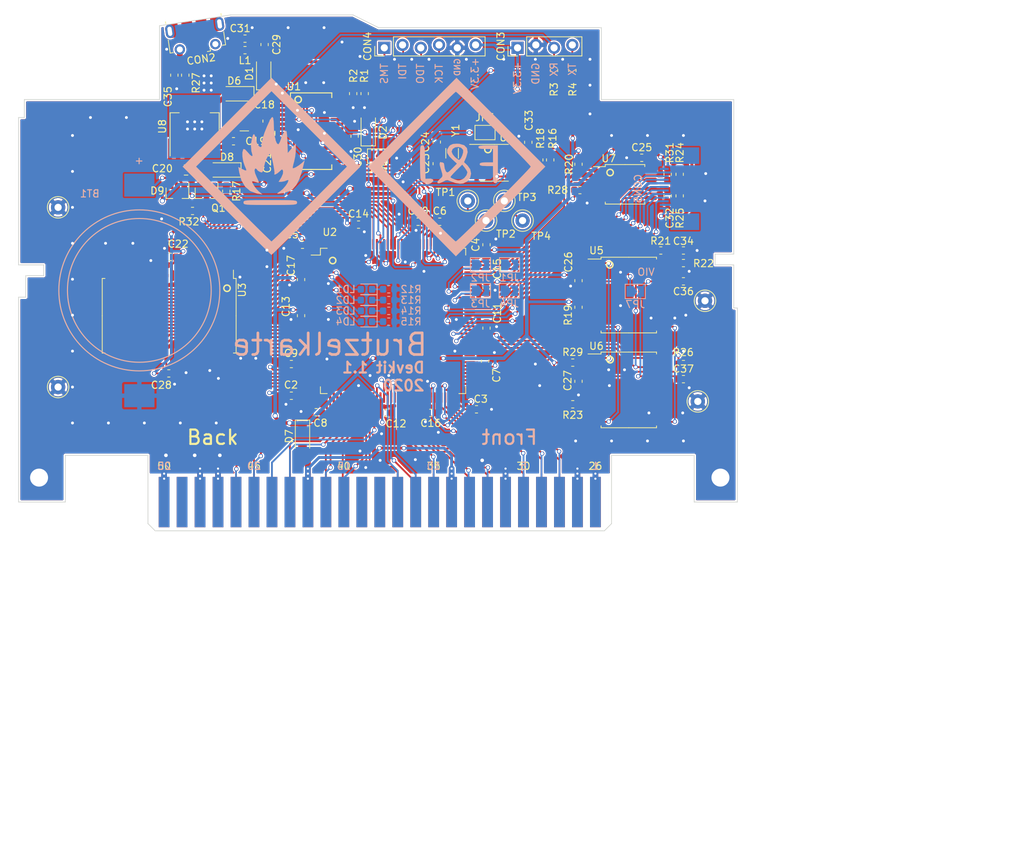
<source format=kicad_pcb>
(kicad_pcb (version 20171130) (host pcbnew "(5.1.5)-3")
  (layers (0 F.Cu signal) (31 B.Cu signal) (34 B.Paste user) (35 F.Paste user hide) (36 B.SilkS user) (37 F.SilkS user) (38 B.Mask user) (39 F.Mask user) (44 Edge.Cuts user))
  (net 0 "")
  (net 1 GND)
  (net 2 /memory/VBAT)
  (net 3 /usb_uart/FT_3V3)
  (net 4 +3V3)
  (net 5 /power/USB_VCC)
  (net 6 /power/+3V3_REG)
  (net 7 /memory/RAM_VDD)
  (net 8 "Net-(C23-Pad1)")
  (net 9 "Net-(C24-Pad1)")
  (net 10 /fpga/N64_VCC)
  (net 11 /usb_uart/USB_VBUS)
  (net 12 /usb_uart/VBUS)
  (net 13 /usb_uart/USBD-)
  (net 14 /usb_uart/USBD+)
  (net 15 /fpga/USB_DETECT)
  (net 16 /fpga/UART_RX)
  (net 17 /fpga/TMS)
  (net 18 /fpga/TDI)
  (net 19 /fpga/TDO)
  (net 20 /fpga/TCK)
  (net 21 /fpga/RTC_SDA)
  (net 22 /fpga/RTC_SCL)
  (net 23 /fpga/ROM_CS0)
  (net 24 /fpga/BOOT_CS)
  (net 25 /fpga/ROM_SCK)
  (net 26 /fpga/ROM_CS1)
  (net 27 /fpga/BOOT_SCK)
  (net 28 /fpga/ROM_IO2)
  (net 29 /fpga/BOOT_IO2)
  (net 30 /fpga/ROM_IO3)
  (net 31 /fpga/BOOT_IO3)
  (net 32 /fpga/ROM_IO1)
  (net 33 /fpga/ROM_IO0)
  (net 34 /fpga/RAM_CE)
  (net 35 /memory/RAM_CS)
  (net 36 /fpga/RAM_A5)
  (net 37 /fpga/RAM_A6)
  (net 38 /fpga/RAM_A7)
  (net 39 /fpga/RAM_OE)
  (net 40 /fpga/N64_AD9)
  (net 41 /fpga/N64_AD8)
  (net 42 /fpga/N64_CIC_DIO)
  (net 43 /fpga/N64_SI_CLK)
  (net 44 /fpga/N64_CR)
  (net 45 /fpga/N64_EEP_SDAT)
  (net 46 /fpga/N64_AD3)
  (net 47 /fpga/N64_ALEL)
  (net 48 /fpga/N64_ALEH)
  (net 49 /fpga/N64_AD4)
  (net 50 /fpga/N64_AD5)
  (net 51 /fpga/N64_AD6)
  (net 52 /fpga/N64_AD7)
  (net 53 /fpga/N64_CIC_DCLK)
  (net 54 /fpga/N64_NMI)
  (net 55 /fpga/RAM_DQ8)
  (net 56 /fpga/RAM_DQ9)
  (net 57 /fpga/RAM_DQ10)
  (net 58 /fpga/RAM_DQ11)
  (net 59 /fpga/RAM_DQ12)
  (net 60 /fpga/RAM_DQ13)
  (net 61 /fpga/RAM_DQ14)
  (net 62 /fpga/RAM_DQ15)
  (net 63 /fpga/N64_AD15)
  (net 64 /fpga/N64_AD14)
  (net 65 /fpga/N64_AD13)
  (net 66 /fpga/N64_AD12)
  (net 67 /fpga/N64_WRITE)
  (net 68 /fpga/N64_READ)
  (net 69 /fpga/N64_AD11)
  (net 70 /fpga/N64_AD10)
  (net 71 /fpga/N64_AD0)
  (net 72 /fpga/N64_AD1)
  (net 73 /fpga/N64_AD2)
  (net 74 /fpga/BOOT_IO1)
  (net 75 /fpga/BOOT_IO0)
  (net 76 /fpga/RAM_A10)
  (net 77 /fpga/RAM_A9)
  (net 78 /fpga/RAM_A8)
  (net 79 /fpga/RAM_A4)
  (net 80 /fpga/RAM_A3)
  (net 81 /fpga/RAM_A2)
  (net 82 /fpga/RAM_A1)
  (net 83 /fpga/RAM_A0)
  (net 84 /fpga/RAM_DQ0)
  (net 85 /fpga/RAM_DQ1)
  (net 86 /fpga/RAM_DQ2)
  (net 87 /fpga/RAM_DQ3)
  (net 88 /fpga/RAM_DQ4)
  (net 89 /fpga/RAM_DQ5)
  (net 90 /fpga/RAM_DQ6)
  (net 91 /fpga/RAM_DQ7)
  (net 92 /fpga/RAM_A16)
  (net 93 /fpga/RAM_A15)
  (net 94 /fpga/RAM_A14)
  (net 95 /fpga/RAM_A13)
  (net 96 /fpga/RAM_A12)
  (net 97 /fpga/RAM_A11)
  (net 98 "Net-(LD1-Pad1)")
  (net 99 "Net-(LD2-Pad1)")
  (net 100 "Net-(LD3-Pad1)")
  (net 101 "Net-(LD4-Pad1)")
  (net 102 /fpga/JP1)
  (net 103 /fpga/JP2)
  (net 104 /fpga/JP3)
  (net 105 /fpga/JP4)
  (net 106 /fpga/EXT0)
  (net 107 /fpga/EXT1)
  (net 108 /fpga/EXT2)
  (net 109 /fpga/EXT3)
  (net 110 /fpga/EXT4)
  (net 111 /fpga/EXT5)
  (net 112 /fpga/LED1)
  (net 113 /fpga/LED2)
  (net 114 /fpga/LED3)
  (net 115 /fpga/LED4)
  (net 116 /fpga/TEST1)
  (net 117 /fpga/TEST2)
  (net 118 /fpga/TEST3)
  (net 119 /fpga/TEST4)
  (net 120 /fpga/RAM_WE)
  (net 121 /fpga/UART_TX)
  (net 122 /usb_uart/FTDI_VCC)
  (net 123 /memory/VBAT_JP)
  (net 124 "Net-(C35-Pad1)")
  (net 125 /memory/ROM_VIO)
  (module MountingHole:MountingHole_2.5mm_Pad (layer F.Cu) (at 180.15 122.6)
    (fp_text reference REF** hide)
    (fp_text value MountingHole_2.5mm_Pad hide)
    (pad 1 thru_hole circle (at 0 0) (size 2.5 2.5) (drill 2.5) (layers *.Cu *.Mask) (net 1 GND))
  )
  (module MountingHole:MountingHole_2.5mm_Pad (layer F.Cu) (at 85.35 122.6)
    (fp_text reference REF** hide)
    (fp_text value MountingHole_2.5mm_Pad hide)
    (pad 1 thru_hole circle (at 0 0) (size 2.5 2.5) (drill 2.5) (layers *.Cu *.Mask) (net 1 GND))
  )
  (module Brutzelkarte:LOGO_small (layer B.Cu) (at 130.556 79.248 180)
    (fp_text reference G*** hide)
    (fp_text value LOGO hide)
  )
  (module Jumper:SolderJumper-2_P1.3mm_Open_TrianglePad1.0x1.5mm (layer B.Cu) (at 168.3 96.7)
    (fp_text reference JP7 (at 0 1.8) (layer B.SilkS) (effects (justify mirror)))
    (fp_text value SolderJumper_2_Open)
    (pad 1 smd custom (at -0.725 0) (size 0.3 0.3) (layers B.Cu B.Mask) (net 4 +3V3) (options (clearance outline) (anchor rect)) (primitives (gr_poly (pts (xy -0.5 0.75) (xy 0.5 0.75) (xy 1 0) (xy 0.5 -0.75) (xy -0.5 -0.75)) (width 0))))
    (pad 2 smd custom (at 0.725 0) (size 0.3 0.3) (layers B.Cu B.Mask) (net 125 /memory/ROM_VIO) (options (clearance outline) (anchor rect)) (primitives (gr_poly (pts (xy -0.65 0.75) (xy 0.5 0.75) (xy 0.5 -0.75) (xy -0.65 -0.75) (xy -0.15 0)) (width 0))))
  )
  (module Capacitor_SMD:C_0603_1608Metric (layer F.Cu) (at 175 108.9)
    (fp_text reference C37 (at 0 -1.43) (layer F.SilkS))
    (fp_text value 100n)
    (pad 2 smd roundrect (at 0.7875 0) (size 0.875 0.95) (layers F.Cu F.Paste F.Mask) (net 1 GND))
    (pad 1 smd roundrect (at -0.7875 0) (size 0.875 0.95) (layers F.Cu F.Paste F.Mask) (net 125 /memory/ROM_VIO))
  )
  (module Capacitor_SMD:C_0603_1608Metric (layer F.Cu) (at 175 95.29)
    (fp_text reference C36 (at 0 1.41) (layer F.SilkS))
    (fp_text value 100n)
    (pad 2 smd roundrect (at 0.7875 0) (size 0.875 0.95) (layers F.Cu F.Paste F.Mask) (net 1 GND))
    (pad 1 smd roundrect (at -0.7875 0) (size 0.875 0.95) (layers F.Cu F.Paste F.Mask) (net 125 /memory/ROM_VIO))
  )
  (module Brutzelkarte:N64-Connector (layer B.Cu) (at 132.75 126 180)
    (fp_text reference CON1 hide)
    (fp_text value N64-Cartridge)
    (fp_text user Front (at -18.05 9 180) (layer B.SilkS) (effects (font (size 2 2) (thickness 0.3)) (justify mirror)))
    (fp_text user Back (at 23.25 9 180) (layer F.SilkS) (effects (font (size 2 2) (thickness 0.3))))
    (pad 50 smd rect (at 30 0 180) (size 1.5 7) (layers F.Cu) (net 1 GND))
    (pad 49 smd rect (at 27.5 0 180) (size 1.5 7) (layers F.Cu))
    (pad 48 smd rect (at 25 0 180) (size 1.5 7) (layers F.Cu) (net 1 GND))
    (pad 47 smd rect (at 22.5 0 180) (size 1.5 7) (layers F.Cu) (net 1 GND))
    (pad 46 smd rect (at 20 0 180) (size 1.5 7) (layers F.Cu))
    (pad 45 smd rect (at 17.5 0 180) (size 1.5 7) (layers F.Cu) (net 54 /fpga/N64_NMI))
    (pad 44 smd rect (at 15 0 180) (size 1.5 7) (layers F.Cu))
    (pad 43 smd rect (at 12.5 0 180) (size 1.5 7) (layers F.Cu) (net 53 /fpga/N64_CIC_DCLK))
    (pad 42 smd rect (at 10 0 180) (size 1.5 7) (layers F.Cu) (net 10 /fpga/N64_VCC))
    (pad 41 smd rect (at 7.5 0 180) (size 1.5 7) (layers F.Cu) (net 52 /fpga/N64_AD7))
    (pad 40 smd rect (at 5 0 180) (size 1.5 7) (layers F.Cu) (net 51 /fpga/N64_AD6))
    (pad 39 smd rect (at 2.5 0 180) (size 1.5 7) (layers F.Cu))
    (pad 38 smd rect (at 0 0 180) (size 1.5 7) (layers F.Cu))
    (pad 37 smd rect (at -2.5 0 180) (size 1.5 7) (layers F.Cu) (net 50 /fpga/N64_AD5))
    (pad 36 smd rect (at -5 0 180) (size 1.5 7) (layers F.Cu) (net 49 /fpga/N64_AD4))
    (pad 35 smd rect (at -7.5 0 180) (size 1.5 7) (layers F.Cu) (net 48 /fpga/N64_ALEH))
    (pad 34 smd rect (at -10 0 180) (size 1.5 7) (layers F.Cu) (net 10 /fpga/N64_VCC))
    (pad 33 smd rect (at -12.5 0 180) (size 1.5 7) (layers F.Cu) (net 47 /fpga/N64_ALEL))
    (pad 32 smd rect (at -15 0 180) (size 1.5 7) (layers F.Cu) (net 46 /fpga/N64_AD3))
    (pad 31 smd rect (at -17.5 0 180) (size 1.5 7) (layers F.Cu) (net 1 GND))
    (pad 30 smd rect (at -20 0 180) (size 1.5 7) (layers F.Cu) (net 73 /fpga/N64_AD2))
    (pad 29 smd rect (at -22.5 0 180) (size 1.5 7) (layers F.Cu) (net 72 /fpga/N64_AD1))
    (pad 28 smd rect (at -25 0 180) (size 1.5 7) (layers F.Cu) (net 71 /fpga/N64_AD0))
    (pad 27 smd rect (at -27.5 0 180) (size 1.5 7) (layers F.Cu) (net 1 GND))
    (pad 26 smd rect (at -30 0 180) (size 1.5 7) (layers F.Cu) (net 1 GND))
    (pad 25 smd rect (at 30 0 180) (size 1.5 7) (layers B.Cu) (net 1 GND))
    (pad 24 smd rect (at 27.5 0 180) (size 1.5 7) (layers B.Cu))
    (pad 23 smd rect (at 25 0 180) (size 1.5 7) (layers B.Cu) (net 1 GND))
    (pad 22 smd rect (at 22.5 0 180) (size 1.5 7) (layers B.Cu) (net 1 GND))
    (pad 21 smd rect (at 20 0 180) (size 1.5 7) (layers B.Cu) (net 45 /fpga/N64_EEP_SDAT))
    (pad 20 smd rect (at 17.5 0 180) (size 1.5 7) (layers B.Cu) (net 44 /fpga/N64_CR))
    (pad 19 smd rect (at 15 0 180) (size 1.5 7) (layers B.Cu) (net 43 /fpga/N64_SI_CLK))
    (pad 18 smd rect (at 12.5 0 180) (size 1.5 7) (layers B.Cu) (net 42 /fpga/N64_CIC_DIO))
    (pad 17 smd rect (at 10 0 180) (size 1.5 7) (layers B.Cu) (net 10 /fpga/N64_VCC))
    (pad 16 smd rect (at 7.5 0 180) (size 1.5 7) (layers B.Cu) (net 41 /fpga/N64_AD8))
    (pad 15 smd rect (at 5 0 180) (size 1.5 7) (layers B.Cu) (net 40 /fpga/N64_AD9))
    (pad 14 smd rect (at 2.5 0 180) (size 1.5 7) (layers B.Cu))
    (pad 13 smd rect (at 0 0 180) (size 1.5 7) (layers B.Cu))
    (pad 12 smd rect (at -2.5 0 180) (size 1.5 7) (layers B.Cu) (net 70 /fpga/N64_AD10))
    (pad 11 smd rect (at -5 0 180) (size 1.5 7) (layers B.Cu) (net 69 /fpga/N64_AD11))
    (pad 10 smd rect (at -7.5 0 180) (size 1.5 7) (layers B.Cu) (net 68 /fpga/N64_READ))
    (pad 9 smd rect (at -10 0 180) (size 1.5 7) (layers B.Cu) (net 10 /fpga/N64_VCC))
    (pad 8 smd rect (at -12.5 0 180) (size 1.5 7) (layers B.Cu) (net 67 /fpga/N64_WRITE))
    (pad 7 smd rect (at -15 0 180) (size 1.5 7) (layers B.Cu) (net 66 /fpga/N64_AD12))
    (pad 6 smd rect (at -17.5 0 180) (size 1.5 7) (layers B.Cu) (net 1 GND))
    (pad 5 smd rect (at -20 0 180) (size 1.5 7) (layers B.Cu) (net 65 /fpga/N64_AD13))
    (pad 4 smd rect (at -22.5 0 180) (size 1.5 7) (layers B.Cu) (net 64 /fpga/N64_AD14))
    (pad 3 smd rect (at -25 0 180) (size 1.5 7) (layers B.Cu) (net 63 /fpga/N64_AD15))
    (pad 2 smd rect (at -27.5 0 180) (size 1.5 7) (layers B.Cu) (net 1 GND))
    (pad 1 smd rect (at -30 0 180) (size 1.5 7) (layers B.Cu) (net 1 GND))
  )
  (module Jumper:SolderJumper-2_P1.3mm_Open_TrianglePad1.0x1.5mm (layer F.Cu) (at 147.395 74.59 180)
    (fp_text reference JP6 (at -0.005 2.09) (layer F.SilkS))
    (fp_text value SolderJumper_2_Open)
    (pad 1 smd custom (at -0.725 0 180) (size 0.3 0.3) (layers F.Cu F.Mask) (net 123 /memory/VBAT_JP) (options (clearance outline) (anchor rect)) (primitives (gr_poly (pts (xy -0.5 -0.75) (xy 0.5 -0.75) (xy 1 0) (xy 0.5 0.75) (xy -0.5 0.75)) (width 0))))
    (pad 2 smd custom (at 0.725 0 180) (size 0.3 0.3) (layers F.Cu F.Mask) (net 2 /memory/VBAT) (options (clearance outline) (anchor rect)) (primitives (gr_poly (pts (xy -0.65 -0.75) (xy 0.5 -0.75) (xy 0.5 0.75) (xy -0.65 0.75) (xy -0.15 0)) (width 0))))
  )
  (module Jumper:SolderJumper-2_P1.3mm_Open_TrianglePad1.0x1.5mm (layer F.Cu) (at 132.44 77.86 180)
    (fp_text reference JP5 (at 0 -1.8) (layer F.SilkS))
    (fp_text value SolderJumper_2_Open)
    (pad 1 smd custom (at -0.725 0 180) (size 0.3 0.3) (layers F.Cu F.Mask) (net 15 /fpga/USB_DETECT) (options (clearance outline) (anchor rect)) (primitives (gr_poly (pts (xy -0.5 -0.75) (xy 0.5 -0.75) (xy 1 0) (xy 0.5 0.75) (xy -0.5 0.75)) (width 0))))
    (pad 2 smd custom (at 0.725 0 180) (size 0.3 0.3) (layers F.Cu F.Mask) (net 4 +3V3) (options (clearance outline) (anchor rect)) (primitives (gr_poly (pts (xy -0.65 -0.75) (xy 0.5 -0.75) (xy 0.5 0.75) (xy -0.65 0.75) (xy -0.15 0)) (width 0))))
  )
  (module Jumper:SolderJumper-2_P1.3mm_Open_TrianglePad1.0x1.5mm (layer B.Cu) (at 150.76 96.6)
    (fp_text reference JP4 (at 0 1.8) (layer B.SilkS) (effects (justify mirror)))
    (fp_text value SolderJumper_2_Open)
    (pad 1 smd custom (at -0.725 0) (size 0.3 0.3) (layers B.Cu B.Mask) (net 105 /fpga/JP4) (options (clearance outline) (anchor rect)) (primitives (gr_poly (pts (xy -0.5 0.75) (xy 0.5 0.75) (xy 1 0) (xy 0.5 -0.75) (xy -0.5 -0.75)) (width 0))))
    (pad 2 smd custom (at 0.725 0) (size 0.3 0.3) (layers B.Cu B.Mask) (net 1 GND) (options (clearance outline) (anchor rect)) (primitives (gr_poly (pts (xy -0.65 0.75) (xy 0.5 0.75) (xy 0.5 -0.75) (xy -0.65 -0.75) (xy -0.15 0)) (width 0))))
  )
  (module Jumper:SolderJumper-2_P1.3mm_Open_TrianglePad1.0x1.5mm (layer B.Cu) (at 146.76 96.6)
    (fp_text reference JP3 (at 0 1.8) (layer B.SilkS) (effects (justify mirror)))
    (fp_text value SolderJumper_2_Open)
    (pad 1 smd custom (at -0.725 0) (size 0.3 0.3) (layers B.Cu B.Mask) (net 104 /fpga/JP3) (options (clearance outline) (anchor rect)) (primitives (gr_poly (pts (xy -0.5 0.75) (xy 0.5 0.75) (xy 1 0) (xy 0.5 -0.75) (xy -0.5 -0.75)) (width 0))))
    (pad 2 smd custom (at 0.725 0) (size 0.3 0.3) (layers B.Cu B.Mask) (net 1 GND) (options (clearance outline) (anchor rect)) (primitives (gr_poly (pts (xy -0.65 0.75) (xy 0.5 0.75) (xy 0.5 -0.75) (xy -0.65 -0.75) (xy -0.15 0)) (width 0))))
  )
  (module Jumper:SolderJumper-2_P1.3mm_Open_TrianglePad1.0x1.5mm (layer B.Cu) (at 146.76 93)
    (fp_text reference JP2 (at 0 1.8) (layer B.SilkS) (effects (justify mirror)))
    (fp_text value SolderJumper_2_Open)
    (pad 1 smd custom (at -0.725 0) (size 0.3 0.3) (layers B.Cu B.Mask) (net 103 /fpga/JP2) (options (clearance outline) (anchor rect)) (primitives (gr_poly (pts (xy -0.5 0.75) (xy 0.5 0.75) (xy 1 0) (xy 0.5 -0.75) (xy -0.5 -0.75)) (width 0))))
    (pad 2 smd custom (at 0.725 0) (size 0.3 0.3) (layers B.Cu B.Mask) (net 1 GND) (options (clearance outline) (anchor rect)) (primitives (gr_poly (pts (xy -0.65 0.75) (xy 0.5 0.75) (xy 0.5 -0.75) (xy -0.65 -0.75) (xy -0.15 0)) (width 0))))
  )
  (module Jumper:SolderJumper-2_P1.3mm_Open_TrianglePad1.0x1.5mm (layer B.Cu) (at 150.8 93)
    (fp_text reference JP1 (at 0 1.8) (layer B.SilkS) (effects (justify mirror)))
    (fp_text value SolderJumper_2_Open)
    (pad 1 smd custom (at -0.725 0) (size 0.3 0.3) (layers B.Cu B.Mask) (net 102 /fpga/JP1) (options (clearance outline) (anchor rect)) (primitives (gr_poly (pts (xy -0.5 0.75) (xy 0.5 0.75) (xy 1 0) (xy 0.5 -0.75) (xy -0.5 -0.75)) (width 0))))
    (pad 2 smd custom (at 0.725 0) (size 0.3 0.3) (layers B.Cu B.Mask) (net 1 GND) (options (clearance outline) (anchor rect)) (primitives (gr_poly (pts (xy -0.65 0.75) (xy 0.5 0.75) (xy 0.5 -0.75) (xy -0.65 -0.75) (xy -0.15 0)) (width 0))))
  )
  (module Crystal:Crystal_SMD_3215-2Pin_3.2x1.5mm (layer F.Cu) (at 142.8151 77.4762 90)
    (fp_text reference Y1 (at 3.1762 0.4849 90) (layer F.SilkS))
    (fp_text value 32768)
    (pad 2 smd rect (at -1.25 0 90) (size 1 1.8) (layers F.Cu F.Paste F.Mask) (net 8 "Net-(C23-Pad1)"))
    (pad 1 smd rect (at 1.25 0 90) (size 1 1.8) (layers F.Cu F.Paste F.Mask) (net 9 "Net-(C24-Pad1)"))
  )
  (module Package_TO_SOT_SMD:SOT-223 (layer F.Cu) (at 107 73.75 90)
    (fp_text reference U8 (at 0 -4.5 90) (layer F.SilkS))
    (fp_text value TLV1117LV)
    (pad 1 smd rect (at -3.15 -2.3 90) (size 2 1.5) (layers F.Cu F.Paste F.Mask) (net 1 GND))
    (pad 3 smd rect (at -3.15 2.3 90) (size 2 1.5) (layers F.Cu F.Paste F.Mask) (net 5 /power/USB_VCC))
    (pad 2 smd rect (at -3.15 0 90) (size 2 1.5) (layers F.Cu F.Paste F.Mask) (net 6 /power/+3V3_REG))
    (pad 4 smd rect (at 3.15 0 90) (size 2 3.8) (layers F.Cu F.Paste F.Mask) (net 6 /power/+3V3_REG))
  )
  (module Package_SO:SOIC-8_5.275x5.275mm_P1.27mm (layer F.Cu) (at 166.875 81.8)
    (fp_text reference U7 (at -2.275 -3.59) (layer F.SilkS))
    (fp_text value W25Q_SOIC8)
    (pad 8 smd roundrect (at 3.6 -1.905) (size 1.6 0.6) (layers F.Cu F.Paste F.Mask) (net 4 +3V3))
    (pad 7 smd roundrect (at 3.6 -0.635) (size 1.6 0.6) (layers F.Cu F.Paste F.Mask) (net 31 /fpga/BOOT_IO3))
    (pad 6 smd roundrect (at 3.6 0.635) (size 1.6 0.6) (layers F.Cu F.Paste F.Mask) (net 27 /fpga/BOOT_SCK))
    (pad 5 smd roundrect (at 3.6 1.905) (size 1.6 0.6) (layers F.Cu F.Paste F.Mask) (net 75 /fpga/BOOT_IO0))
    (pad 4 smd roundrect (at -3.6 1.905) (size 1.6 0.6) (layers F.Cu F.Paste F.Mask) (net 1 GND))
    (pad 3 smd roundrect (at -3.6 0.635) (size 1.6 0.6) (layers F.Cu F.Paste F.Mask) (net 29 /fpga/BOOT_IO2))
    (pad 2 smd roundrect (at -3.6 -0.635) (size 1.6 0.6) (layers F.Cu F.Paste F.Mask) (net 74 /fpga/BOOT_IO1))
    (pad 1 smd roundrect (at -3.6 -1.905) (size 1.6 0.6) (layers F.Cu F.Paste F.Mask) (net 24 /fpga/BOOT_CS))
  )
  (module Package_SO:SOIC-16W_7.5x10.3mm_P1.27mm (layer F.Cu) (at 167.4 110.4)
    (fp_text reference U6 (at -4.5 -6.1) (layer F.SilkS))
    (fp_text value S25FL256S)
    (pad 16 smd roundrect (at 4.65 -4.445) (size 2.05 0.6) (layers F.Cu F.Paste F.Mask) (net 25 /fpga/ROM_SCK))
    (pad 15 smd roundrect (at 4.65 -3.175) (size 2.05 0.6) (layers F.Cu F.Paste F.Mask) (net 33 /fpga/ROM_IO0))
    (pad 14 smd roundrect (at 4.65 -1.905) (size 2.05 0.6) (layers F.Cu F.Paste F.Mask) (net 125 /memory/ROM_VIO))
    (pad 13 smd roundrect (at 4.65 -0.635) (size 2.05 0.6) (layers F.Cu F.Paste F.Mask))
    (pad 12 smd roundrect (at 4.65 0.635) (size 2.05 0.6) (layers F.Cu F.Paste F.Mask))
    (pad 11 smd roundrect (at 4.65 1.905) (size 2.05 0.6) (layers F.Cu F.Paste F.Mask))
    (pad 10 smd roundrect (at 4.65 3.175) (size 2.05 0.6) (layers F.Cu F.Paste F.Mask) (net 1 GND))
    (pad 9 smd roundrect (at 4.65 4.445) (size 2.05 0.6) (layers F.Cu F.Paste F.Mask) (net 28 /fpga/ROM_IO2))
    (pad 8 smd roundrect (at -4.65 4.445) (size 2.05 0.6) (layers F.Cu F.Paste F.Mask) (net 32 /fpga/ROM_IO1))
    (pad 7 smd roundrect (at -4.65 3.175) (size 2.05 0.6) (layers F.Cu F.Paste F.Mask) (net 26 /fpga/ROM_CS1))
    (pad 6 smd roundrect (at -4.65 1.905) (size 2.05 0.6) (layers F.Cu F.Paste F.Mask))
    (pad 5 smd roundrect (at -4.65 0.635) (size 2.05 0.6) (layers F.Cu F.Paste F.Mask))
    (pad 4 smd roundrect (at -4.65 -0.635) (size 2.05 0.6) (layers F.Cu F.Paste F.Mask))
    (pad 3 smd roundrect (at -4.65 -1.905) (size 2.05 0.6) (layers F.Cu F.Paste F.Mask) (net 4 +3V3))
    (pad 2 smd roundrect (at -4.65 -3.175) (size 2.05 0.6) (layers F.Cu F.Paste F.Mask) (net 4 +3V3))
    (pad 1 smd roundrect (at -4.65 -4.445) (size 2.05 0.6) (layers F.Cu F.Paste F.Mask) (net 30 /fpga/ROM_IO3))
  )
  (module Package_SO:SOIC-16W_7.5x10.3mm_P1.27mm (layer F.Cu) (at 167.4 97.2)
    (fp_text reference U5 (at -4.5 -6.2) (layer F.SilkS))
    (fp_text value S25FL256S)
    (pad 16 smd roundrect (at 4.65 -4.445) (size 2.05 0.6) (layers F.Cu F.Paste F.Mask) (net 25 /fpga/ROM_SCK))
    (pad 15 smd roundrect (at 4.65 -3.175) (size 2.05 0.6) (layers F.Cu F.Paste F.Mask) (net 33 /fpga/ROM_IO0))
    (pad 14 smd roundrect (at 4.65 -1.905) (size 2.05 0.6) (layers F.Cu F.Paste F.Mask) (net 125 /memory/ROM_VIO))
    (pad 13 smd roundrect (at 4.65 -0.635) (size 2.05 0.6) (layers F.Cu F.Paste F.Mask))
    (pad 12 smd roundrect (at 4.65 0.635) (size 2.05 0.6) (layers F.Cu F.Paste F.Mask))
    (pad 11 smd roundrect (at 4.65 1.905) (size 2.05 0.6) (layers F.Cu F.Paste F.Mask))
    (pad 10 smd roundrect (at 4.65 3.175) (size 2.05 0.6) (layers F.Cu F.Paste F.Mask) (net 1 GND))
    (pad 9 smd roundrect (at 4.65 4.445) (size 2.05 0.6) (layers F.Cu F.Paste F.Mask) (net 28 /fpga/ROM_IO2))
    (pad 8 smd roundrect (at -4.65 4.445) (size 2.05 0.6) (layers F.Cu F.Paste F.Mask) (net 32 /fpga/ROM_IO1))
    (pad 7 smd roundrect (at -4.65 3.175) (size 2.05 0.6) (layers F.Cu F.Paste F.Mask) (net 23 /fpga/ROM_CS0))
    (pad 6 smd roundrect (at -4.65 1.905) (size 2.05 0.6) (layers F.Cu F.Paste F.Mask))
    (pad 5 smd roundrect (at -4.65 0.635) (size 2.05 0.6) (layers F.Cu F.Paste F.Mask))
    (pad 4 smd roundrect (at -4.65 -0.635) (size 2.05 0.6) (layers F.Cu F.Paste F.Mask))
    (pad 3 smd roundrect (at -4.65 -1.905) (size 2.05 0.6) (layers F.Cu F.Paste F.Mask) (net 4 +3V3))
    (pad 2 smd roundrect (at -4.65 -3.175) (size 2.05 0.6) (layers F.Cu F.Paste F.Mask) (net 4 +3V3))
    (pad 1 smd roundrect (at -4.65 -4.445) (size 2.05 0.6) (layers F.Cu F.Paste F.Mask) (net 30 /fpga/ROM_IO3))
  )
  (module Package_SO:SOIC-8_3.9x4.9mm_P1.27mm (layer F.Cu) (at 148.7 78.795)
    (fp_text reference U4 (at 1.7 -3.495) (layer F.SilkS))
    (fp_text value MCP7940N)
    (pad 8 smd roundrect (at 2.475 -1.905) (size 1.95 0.6) (layers F.Cu F.Paste F.Mask) (net 4 +3V3))
    (pad 7 smd roundrect (at 2.475 -0.635) (size 1.95 0.6) (layers F.Cu F.Paste F.Mask))
    (pad 6 smd roundrect (at 2.475 0.635) (size 1.95 0.6) (layers F.Cu F.Paste F.Mask) (net 22 /fpga/RTC_SCL))
    (pad 5 smd roundrect (at 2.475 1.905) (size 1.95 0.6) (layers F.Cu F.Paste F.Mask) (net 21 /fpga/RTC_SDA))
    (pad 4 smd roundrect (at -2.475 1.905) (size 1.95 0.6) (layers F.Cu F.Paste F.Mask) (net 1 GND))
    (pad 3 smd roundrect (at -2.475 0.635) (size 1.95 0.6) (layers F.Cu F.Paste F.Mask) (net 123 /memory/VBAT_JP))
    (pad 2 smd roundrect (at -2.475 -0.635) (size 1.95 0.6) (layers F.Cu F.Paste F.Mask) (net 8 "Net-(C23-Pad1)"))
    (pad 1 smd roundrect (at -2.475 -1.905) (size 1.95 0.6) (layers F.Cu F.Paste F.Mask) (net 9 "Net-(C24-Pad1)"))
  )
  (module Package_SO:TSOP-II-44_10.16x18.41mm_P0.8mm (layer F.Cu) (at 103.453812 100.0772 270)
    (fp_text reference U3 (at -3.5772 -10.146188 90) (layer F.SilkS))
    (fp_text value IS62WV12816EBLL)
    (pad 44 smd roundrect (at 5.5875 -8.4 270) (size 1.525 0.55) (layers F.Cu F.Paste F.Mask) (net 36 /fpga/RAM_A5))
    (pad 43 smd roundrect (at 5.5875 -7.6 270) (size 1.525 0.55) (layers F.Cu F.Paste F.Mask) (net 37 /fpga/RAM_A6))
    (pad 42 smd roundrect (at 5.5875 -6.8 270) (size 1.525 0.55) (layers F.Cu F.Paste F.Mask) (net 38 /fpga/RAM_A7))
    (pad 41 smd roundrect (at 5.5875 -6 270) (size 1.525 0.55) (layers F.Cu F.Paste F.Mask) (net 39 /fpga/RAM_OE))
    (pad 40 smd roundrect (at 5.5875 -5.2 270) (size 1.525 0.55) (layers F.Cu F.Paste F.Mask) (net 1 GND))
    (pad 39 smd roundrect (at 5.5875 -4.4 270) (size 1.525 0.55) (layers F.Cu F.Paste F.Mask) (net 1 GND))
    (pad 38 smd roundrect (at 5.5875 -3.6 270) (size 1.525 0.55) (layers F.Cu F.Paste F.Mask) (net 62 /fpga/RAM_DQ15))
    (pad 37 smd roundrect (at 5.5875 -2.8 270) (size 1.525 0.55) (layers F.Cu F.Paste F.Mask) (net 61 /fpga/RAM_DQ14))
    (pad 36 smd roundrect (at 5.5875 -2 270) (size 1.525 0.55) (layers F.Cu F.Paste F.Mask) (net 60 /fpga/RAM_DQ13))
    (pad 35 smd roundrect (at 5.5875 -1.2 270) (size 1.525 0.55) (layers F.Cu F.Paste F.Mask) (net 59 /fpga/RAM_DQ12))
    (pad 34 smd roundrect (at 5.5875 -0.4 270) (size 1.525 0.55) (layers F.Cu F.Paste F.Mask) (net 1 GND))
    (pad 33 smd roundrect (at 5.5875 0.4 270) (size 1.525 0.55) (layers F.Cu F.Paste F.Mask) (net 7 /memory/RAM_VDD))
    (pad 32 smd roundrect (at 5.5875 1.2 270) (size 1.525 0.55) (layers F.Cu F.Paste F.Mask) (net 58 /fpga/RAM_DQ11))
    (pad 31 smd roundrect (at 5.5875 2 270) (size 1.525 0.55) (layers F.Cu F.Paste F.Mask) (net 57 /fpga/RAM_DQ10))
    (pad 30 smd roundrect (at 5.5875 2.8 270) (size 1.525 0.55) (layers F.Cu F.Paste F.Mask) (net 56 /fpga/RAM_DQ9))
    (pad 29 smd roundrect (at 5.5875 3.6 270) (size 1.525 0.55) (layers F.Cu F.Paste F.Mask) (net 55 /fpga/RAM_DQ8))
    (pad 28 smd roundrect (at 5.5875 4.4 270) (size 1.525 0.55) (layers F.Cu F.Paste F.Mask))
    (pad 27 smd roundrect (at 5.5875 5.2 270) (size 1.525 0.55) (layers F.Cu F.Paste F.Mask) (net 78 /fpga/RAM_A8))
    (pad 26 smd roundrect (at 5.5875 6 270) (size 1.525 0.55) (layers F.Cu F.Paste F.Mask) (net 77 /fpga/RAM_A9))
    (pad 25 smd roundrect (at 5.5875 6.8 270) (size 1.525 0.55) (layers F.Cu F.Paste F.Mask) (net 76 /fpga/RAM_A10))
    (pad 24 smd roundrect (at 5.5875 7.6 270) (size 1.525 0.55) (layers F.Cu F.Paste F.Mask) (net 97 /fpga/RAM_A11))
    (pad 23 smd roundrect (at 5.5875 8.4 270) (size 1.525 0.55) (layers F.Cu F.Paste F.Mask))
    (pad 22 smd roundrect (at -5.5875 8.4 270) (size 1.525 0.55) (layers F.Cu F.Paste F.Mask) (net 96 /fpga/RAM_A12))
    (pad 21 smd roundrect (at -5.5875 7.6 270) (size 1.525 0.55) (layers F.Cu F.Paste F.Mask) (net 95 /fpga/RAM_A13))
    (pad 20 smd roundrect (at -5.5875 6.8 270) (size 1.525 0.55) (layers F.Cu F.Paste F.Mask) (net 94 /fpga/RAM_A14))
    (pad 19 smd roundrect (at -5.5875 6 270) (size 1.525 0.55) (layers F.Cu F.Paste F.Mask) (net 93 /fpga/RAM_A15))
    (pad 18 smd roundrect (at -5.5875 5.2 270) (size 1.525 0.55) (layers F.Cu F.Paste F.Mask) (net 92 /fpga/RAM_A16))
    (pad 17 smd roundrect (at -5.5875 4.4 270) (size 1.525 0.55) (layers F.Cu F.Paste F.Mask) (net 120 /fpga/RAM_WE))
    (pad 16 smd roundrect (at -5.5875 3.6 270) (size 1.525 0.55) (layers F.Cu F.Paste F.Mask) (net 91 /fpga/RAM_DQ7))
    (pad 15 smd roundrect (at -5.5875 2.8 270) (size 1.525 0.55) (layers F.Cu F.Paste F.Mask) (net 90 /fpga/RAM_DQ6))
    (pad 14 smd roundrect (at -5.5875 2 270) (size 1.525 0.55) (layers F.Cu F.Paste F.Mask) (net 89 /fpga/RAM_DQ5))
    (pad 13 smd roundrect (at -5.5875 1.2 270) (size 1.525 0.55) (layers F.Cu F.Paste F.Mask) (net 88 /fpga/RAM_DQ4))
    (pad 12 smd roundrect (at -5.5875 0.4 270) (size 1.525 0.55) (layers F.Cu F.Paste F.Mask) (net 1 GND))
    (pad 11 smd roundrect (at -5.5875 -0.4 270) (size 1.525 0.55) (layers F.Cu F.Paste F.Mask) (net 7 /memory/RAM_VDD))
    (pad 10 smd roundrect (at -5.5875 -1.2 270) (size 1.525 0.55) (layers F.Cu F.Paste F.Mask) (net 87 /fpga/RAM_DQ3))
    (pad 9 smd roundrect (at -5.5875 -2 270) (size 1.525 0.55) (layers F.Cu F.Paste F.Mask) (net 86 /fpga/RAM_DQ2))
    (pad 8 smd roundrect (at -5.5875 -2.8 270) (size 1.525 0.55) (layers F.Cu F.Paste F.Mask) (net 85 /fpga/RAM_DQ1))
    (pad 7 smd roundrect (at -5.5875 -3.6 270) (size 1.525 0.55) (layers F.Cu F.Paste F.Mask) (net 84 /fpga/RAM_DQ0))
    (pad 6 smd roundrect (at -5.5875 -4.4 270) (size 1.525 0.55) (layers F.Cu F.Paste F.Mask) (net 35 /memory/RAM_CS))
    (pad 5 smd roundrect (at -5.5875 -5.2 270) (size 1.525 0.55) (layers F.Cu F.Paste F.Mask) (net 83 /fpga/RAM_A0))
    (pad 4 smd roundrect (at -5.5875 -6 270) (size 1.525 0.55) (layers F.Cu F.Paste F.Mask) (net 82 /fpga/RAM_A1))
    (pad 3 smd roundrect (at -5.5875 -6.8 270) (size 1.525 0.55) (layers F.Cu F.Paste F.Mask) (net 81 /fpga/RAM_A2))
    (pad 2 smd roundrect (at -5.5875 -7.6 270) (size 1.525 0.55) (layers F.Cu F.Paste F.Mask) (net 80 /fpga/RAM_A3))
    (pad 1 smd roundrect (at -5.5875 -8.4 270) (size 1.525 0.55) (layers F.Cu F.Paste F.Mask) (net 79 /fpga/RAM_A4))
  )
  (module Package_QFP:TQFP-144_20x20mm_P0.5mm (layer F.Cu) (at 134.6 100.8)
    (fp_text reference U2 (at -8.8 -12.35) (layer F.SilkS))
    (fp_text value LCMXO2-7000Hx-xTG144x)
    (pad 144 smd roundrect (at -8.75 -10.6625) (size 0.3 1.475) (layers F.Cu F.Paste F.Mask) (net 4 +3V3))
    (pad 143 smd roundrect (at -8.25 -10.6625) (size 0.3 1.475) (layers F.Cu F.Paste F.Mask) (net 89 /fpga/RAM_DQ5))
    (pad 142 smd roundrect (at -7.75 -10.6625) (size 0.3 1.475) (layers F.Cu F.Paste F.Mask) (net 79 /fpga/RAM_A4))
    (pad 141 smd roundrect (at -7.25 -10.6625) (size 0.3 1.475) (layers F.Cu F.Paste F.Mask) (net 80 /fpga/RAM_A3))
    (pad 140 smd roundrect (at -6.75 -10.6625) (size 0.3 1.475) (layers F.Cu F.Paste F.Mask) (net 81 /fpga/RAM_A2))
    (pad 139 smd roundrect (at -6.25 -10.6625) (size 0.3 1.475) (layers F.Cu F.Paste F.Mask) (net 82 /fpga/RAM_A1))
    (pad 138 smd roundrect (at -5.75 -10.6625) (size 0.3 1.475) (layers F.Cu F.Paste F.Mask) (net 83 /fpga/RAM_A0))
    (pad 137 smd roundrect (at -5.25 -10.6625) (size 0.3 1.475) (layers F.Cu F.Paste F.Mask) (net 19 /fpga/TDO))
    (pad 136 smd roundrect (at -4.75 -10.6625) (size 0.3 1.475) (layers F.Cu F.Paste F.Mask) (net 18 /fpga/TDI))
    (pad 135 smd roundrect (at -4.25 -10.6625) (size 0.3 1.475) (layers F.Cu F.Paste F.Mask) (net 4 +3V3))
    (pad 134 smd roundrect (at -3.75 -10.6625) (size 0.3 1.475) (layers F.Cu F.Paste F.Mask) (net 1 GND))
    (pad 133 smd roundrect (at -3.25 -10.6625) (size 0.3 1.475) (layers F.Cu F.Paste F.Mask) (net 84 /fpga/RAM_DQ0))
    (pad 132 smd roundrect (at -2.75 -10.6625) (size 0.3 1.475) (layers F.Cu F.Paste F.Mask) (net 85 /fpga/RAM_DQ1))
    (pad 131 smd roundrect (at -2.25 -10.6625) (size 0.3 1.475) (layers F.Cu F.Paste F.Mask) (net 20 /fpga/TCK))
    (pad 130 smd roundrect (at -1.75 -10.6625) (size 0.3 1.475) (layers F.Cu F.Paste F.Mask) (net 17 /fpga/TMS))
    (pad 129 smd roundrect (at -1.25 -10.6625) (size 0.3 1.475) (layers F.Cu F.Paste F.Mask))
    (pad 128 smd roundrect (at -0.75 -10.6625) (size 0.3 1.475) (layers F.Cu F.Paste F.Mask) (net 86 /fpga/RAM_DQ2))
    (pad 127 smd roundrect (at -0.25 -10.6625) (size 0.3 1.475) (layers F.Cu F.Paste F.Mask) (net 87 /fpga/RAM_DQ3))
    (pad 126 smd roundrect (at 0.25 -10.6625) (size 0.3 1.475) (layers F.Cu F.Paste F.Mask) (net 21 /fpga/RTC_SDA))
    (pad 125 smd roundrect (at 0.75 -10.6625) (size 0.3 1.475) (layers F.Cu F.Paste F.Mask) (net 22 /fpga/RTC_SCL))
    (pad 124 smd roundrect (at 1.25 -10.6625) (size 0.3 1.475) (layers F.Cu F.Paste F.Mask) (net 1 GND))
    (pad 123 smd roundrect (at 1.75 -10.6625) (size 0.3 1.475) (layers F.Cu F.Paste F.Mask) (net 4 +3V3))
    (pad 122 smd roundrect (at 2.25 -10.6625) (size 0.3 1.475) (layers F.Cu F.Paste F.Mask) (net 88 /fpga/RAM_DQ4))
    (pad 121 smd roundrect (at 2.75 -10.6625) (size 0.3 1.475) (layers F.Cu F.Paste F.Mask) (net 120 /fpga/RAM_WE))
    (pad 120 smd roundrect (at 3.25 -10.6625) (size 0.3 1.475) (layers F.Cu F.Paste F.Mask) (net 4 +3V3))
    (pad 119 smd roundrect (at 3.75 -10.6625) (size 0.3 1.475) (layers F.Cu F.Paste F.Mask) (net 34 /fpga/RAM_CE))
    (pad 118 smd roundrect (at 4.25 -10.6625) (size 0.3 1.475) (layers F.Cu F.Paste F.Mask) (net 4 +3V3))
    (pad 117 smd roundrect (at 4.75 -10.6625) (size 0.3 1.475) (layers F.Cu F.Paste F.Mask))
    (pad 116 smd roundrect (at 5.25 -10.6625) (size 0.3 1.475) (layers F.Cu F.Paste F.Mask) (net 1 GND))
    (pad 115 smd roundrect (at 5.75 -10.6625) (size 0.3 1.475) (layers F.Cu F.Paste F.Mask) (net 15 /fpga/USB_DETECT))
    (pad 114 smd roundrect (at 6.25 -10.6625) (size 0.3 1.475) (layers F.Cu F.Paste F.Mask) (net 121 /fpga/UART_TX))
    (pad 113 smd roundrect (at 6.75 -10.6625) (size 0.3 1.475) (layers F.Cu F.Paste F.Mask) (net 16 /fpga/UART_RX))
    (pad 112 smd roundrect (at 7.25 -10.6625) (size 0.3 1.475) (layers F.Cu F.Paste F.Mask) (net 116 /fpga/TEST1))
    (pad 111 smd roundrect (at 7.75 -10.6625) (size 0.3 1.475) (layers F.Cu F.Paste F.Mask) (net 118 /fpga/TEST3))
    (pad 110 smd roundrect (at 8.25 -10.6625) (size 0.3 1.475) (layers F.Cu F.Paste F.Mask) (net 119 /fpga/TEST4))
    (pad 109 smd roundrect (at 8.75 -10.6625) (size 0.3 1.475) (layers F.Cu F.Paste F.Mask) (net 117 /fpga/TEST2))
    (pad 108 smd roundrect (at 10.6625 -8.75) (size 1.475 0.3) (layers F.Cu F.Paste F.Mask) (net 4 +3V3))
    (pad 107 smd roundrect (at 10.6625 -8.25) (size 1.475 0.3) (layers F.Cu F.Paste F.Mask) (net 24 /fpga/BOOT_CS))
    (pad 106 smd roundrect (at 10.6625 -7.75) (size 1.475 0.3) (layers F.Cu F.Paste F.Mask) (net 74 /fpga/BOOT_IO1))
    (pad 105 smd roundrect (at 10.6625 -7.25) (size 1.475 0.3) (layers F.Cu F.Paste F.Mask) (net 29 /fpga/BOOT_IO2))
    (pad 104 smd roundrect (at 10.6625 -6.75) (size 1.475 0.3) (layers F.Cu F.Paste F.Mask) (net 31 /fpga/BOOT_IO3))
    (pad 103 smd roundrect (at 10.6625 -6.25) (size 1.475 0.3) (layers F.Cu F.Paste F.Mask) (net 27 /fpga/BOOT_SCK))
    (pad 102 smd roundrect (at 10.6625 -5.75) (size 1.475 0.3) (layers F.Cu F.Paste F.Mask) (net 4 +3V3))
    (pad 101 smd roundrect (at 10.6625 -5.25) (size 1.475 0.3) (layers F.Cu F.Paste F.Mask) (net 1 GND))
    (pad 100 smd roundrect (at 10.6625 -4.75) (size 1.475 0.3) (layers F.Cu F.Paste F.Mask) (net 102 /fpga/JP1))
    (pad 99 smd roundrect (at 10.6625 -4.25) (size 1.475 0.3) (layers F.Cu F.Paste F.Mask) (net 103 /fpga/JP2))
    (pad 98 smd roundrect (at 10.6625 -3.75) (size 1.475 0.3) (layers F.Cu F.Paste F.Mask))
    (pad 97 smd roundrect (at 10.6625 -3.25) (size 1.475 0.3) (layers F.Cu F.Paste F.Mask) (net 104 /fpga/JP3))
    (pad 96 smd roundrect (at 10.6625 -2.75) (size 1.475 0.3) (layers F.Cu F.Paste F.Mask) (net 75 /fpga/BOOT_IO0))
    (pad 95 smd roundrect (at 10.6625 -2.25) (size 1.475 0.3) (layers F.Cu F.Paste F.Mask) (net 105 /fpga/JP4))
    (pad 94 smd roundrect (at 10.6625 -1.75) (size 1.475 0.3) (layers F.Cu F.Paste F.Mask) (net 106 /fpga/EXT0))
    (pad 93 smd roundrect (at 10.6625 -1.25) (size 1.475 0.3) (layers F.Cu F.Paste F.Mask) (net 107 /fpga/EXT1))
    (pad 92 smd roundrect (at 10.6625 -0.75) (size 1.475 0.3) (layers F.Cu F.Paste F.Mask) (net 108 /fpga/EXT2))
    (pad 91 smd roundrect (at 10.6625 -0.25) (size 1.475 0.3) (layers F.Cu F.Paste F.Mask))
    (pad 90 smd roundrect (at 10.6625 0.25) (size 1.475 0.3) (layers F.Cu F.Paste F.Mask) (net 1 GND))
    (pad 89 smd roundrect (at 10.6625 0.75) (size 1.475 0.3) (layers F.Cu F.Paste F.Mask) (net 109 /fpga/EXT3))
    (pad 88 smd roundrect (at 10.6625 1.25) (size 1.475 0.3) (layers F.Cu F.Paste F.Mask) (net 4 +3V3))
    (pad 87 smd roundrect (at 10.6625 1.75) (size 1.475 0.3) (layers F.Cu F.Paste F.Mask) (net 110 /fpga/EXT4))
    (pad 86 smd roundrect (at 10.6625 2.25) (size 1.475 0.3) (layers F.Cu F.Paste F.Mask) (net 111 /fpga/EXT5))
    (pad 85 smd roundrect (at 10.6625 2.75) (size 1.475 0.3) (layers F.Cu F.Paste F.Mask) (net 23 /fpga/ROM_CS0))
    (pad 84 smd roundrect (at 10.6625 3.25) (size 1.475 0.3) (layers F.Cu F.Paste F.Mask) (net 25 /fpga/ROM_SCK))
    (pad 83 smd roundrect (at 10.6625 3.75) (size 1.475 0.3) (layers F.Cu F.Paste F.Mask) (net 33 /fpga/ROM_IO0))
    (pad 82 smd roundrect (at 10.6625 4.25) (size 1.475 0.3) (layers F.Cu F.Paste F.Mask))
    (pad 81 smd roundrect (at 10.6625 4.75) (size 1.475 0.3) (layers F.Cu F.Paste F.Mask))
    (pad 80 smd roundrect (at 10.6625 5.25) (size 1.475 0.3) (layers F.Cu F.Paste F.Mask) (net 1 GND))
    (pad 79 smd roundrect (at 10.6625 5.75) (size 1.475 0.3) (layers F.Cu F.Paste F.Mask) (net 4 +3V3))
    (pad 78 smd roundrect (at 10.6625 6.25) (size 1.475 0.3) (layers F.Cu F.Paste F.Mask))
    (pad 77 smd roundrect (at 10.6625 6.75) (size 1.475 0.3) (layers F.Cu F.Paste F.Mask))
    (pad 76 smd roundrect (at 10.6625 7.25) (size 1.475 0.3) (layers F.Cu F.Paste F.Mask) (net 30 /fpga/ROM_IO3))
    (pad 75 smd roundrect (at 10.6625 7.75) (size 1.475 0.3) (layers F.Cu F.Paste F.Mask) (net 26 /fpga/ROM_CS1))
    (pad 74 smd roundrect (at 10.6625 8.25) (size 1.475 0.3) (layers F.Cu F.Paste F.Mask) (net 32 /fpga/ROM_IO1))
    (pad 73 smd roundrect (at 10.6625 8.75) (size 1.475 0.3) (layers F.Cu F.Paste F.Mask) (net 28 /fpga/ROM_IO2))
    (pad 72 smd roundrect (at 8.75 10.6625) (size 0.3 1.475) (layers F.Cu F.Paste F.Mask) (net 4 +3V3))
    (pad 71 smd roundrect (at 8.25 10.6625) (size 0.3 1.475) (layers F.Cu F.Paste F.Mask) (net 63 /fpga/N64_AD15))
    (pad 70 smd roundrect (at 7.75 10.6625) (size 0.3 1.475) (layers F.Cu F.Paste F.Mask) (net 71 /fpga/N64_AD0))
    (pad 69 smd roundrect (at 7.25 10.6625) (size 0.3 1.475) (layers F.Cu F.Paste F.Mask) (net 64 /fpga/N64_AD14))
    (pad 68 smd roundrect (at 6.75 10.6625) (size 0.3 1.475) (layers F.Cu F.Paste F.Mask) (net 72 /fpga/N64_AD1))
    (pad 67 smd roundrect (at 6.25 10.6625) (size 0.3 1.475) (layers F.Cu F.Paste F.Mask) (net 65 /fpga/N64_AD13))
    (pad 66 smd roundrect (at 5.75 10.6625) (size 0.3 1.475) (layers F.Cu F.Paste F.Mask) (net 4 +3V3))
    (pad 65 smd roundrect (at 5.25 10.6625) (size 0.3 1.475) (layers F.Cu F.Paste F.Mask) (net 73 /fpga/N64_AD2))
    (pad 64 smd roundrect (at 4.75 10.6625) (size 0.3 1.475) (layers F.Cu F.Paste F.Mask) (net 1 GND))
    (pad 63 smd roundrect (at 4.25 10.6625) (size 0.3 1.475) (layers F.Cu F.Paste F.Mask))
    (pad 62 smd roundrect (at 3.75 10.6625) (size 0.3 1.475) (layers F.Cu F.Paste F.Mask))
    (pad 61 smd roundrect (at 3.25 10.6625) (size 0.3 1.475) (layers F.Cu F.Paste F.Mask) (net 66 /fpga/N64_AD12))
    (pad 60 smd roundrect (at 2.75 10.6625) (size 0.3 1.475) (layers F.Cu F.Paste F.Mask) (net 46 /fpga/N64_AD3))
    (pad 59 smd roundrect (at 2.25 10.6625) (size 0.3 1.475) (layers F.Cu F.Paste F.Mask) (net 67 /fpga/N64_WRITE))
    (pad 58 smd roundrect (at 1.75 10.6625) (size 0.3 1.475) (layers F.Cu F.Paste F.Mask) (net 47 /fpga/N64_ALEL))
    (pad 57 smd roundrect (at 1.25 10.6625) (size 0.3 1.475) (layers F.Cu F.Paste F.Mask) (net 68 /fpga/N64_READ))
    (pad 56 smd roundrect (at 0.75 10.6625) (size 0.3 1.475) (layers F.Cu F.Paste F.Mask) (net 48 /fpga/N64_ALEH))
    (pad 55 smd roundrect (at 0.25 10.6625) (size 0.3 1.475) (layers F.Cu F.Paste F.Mask))
    (pad 54 smd roundrect (at -0.25 10.6625) (size 0.3 1.475) (layers F.Cu F.Paste F.Mask) (net 69 /fpga/N64_AD11))
    (pad 53 smd roundrect (at -0.75 10.6625) (size 0.3 1.475) (layers F.Cu F.Paste F.Mask) (net 1 GND))
    (pad 52 smd roundrect (at -1.25 10.6625) (size 0.3 1.475) (layers F.Cu F.Paste F.Mask) (net 49 /fpga/N64_AD4))
    (pad 51 smd roundrect (at -1.75 10.6625) (size 0.3 1.475) (layers F.Cu F.Paste F.Mask) (net 4 +3V3))
    (pad 50 smd roundrect (at -2.25 10.6625) (size 0.3 1.475) (layers F.Cu F.Paste F.Mask) (net 70 /fpga/N64_AD10))
    (pad 49 smd roundrect (at -2.75 10.6625) (size 0.3 1.475) (layers F.Cu F.Paste F.Mask) (net 43 /fpga/N64_SI_CLK))
    (pad 48 smd roundrect (at -3.25 10.6625) (size 0.3 1.475) (layers F.Cu F.Paste F.Mask) (net 50 /fpga/N64_AD5))
    (pad 47 smd roundrect (at -3.75 10.6625) (size 0.3 1.475) (layers F.Cu F.Paste F.Mask) (net 40 /fpga/N64_AD9))
    (pad 46 smd roundrect (at -4.25 10.6625) (size 0.3 1.475) (layers F.Cu F.Paste F.Mask) (net 1 GND))
    (pad 45 smd roundrect (at -4.75 10.6625) (size 0.3 1.475) (layers F.Cu F.Paste F.Mask) (net 51 /fpga/N64_AD6))
    (pad 44 smd roundrect (at -5.25 10.6625) (size 0.3 1.475) (layers F.Cu F.Paste F.Mask) (net 41 /fpga/N64_AD8))
    (pad 43 smd roundrect (at -5.75 10.6625) (size 0.3 1.475) (layers F.Cu F.Paste F.Mask) (net 52 /fpga/N64_AD7))
    (pad 42 smd roundrect (at -6.25 10.6625) (size 0.3 1.475) (layers F.Cu F.Paste F.Mask) (net 42 /fpga/N64_CIC_DIO))
    (pad 41 smd roundrect (at -6.75 10.6625) (size 0.3 1.475) (layers F.Cu F.Paste F.Mask) (net 53 /fpga/N64_CIC_DCLK))
    (pad 40 smd roundrect (at -7.25 10.6625) (size 0.3 1.475) (layers F.Cu F.Paste F.Mask) (net 44 /fpga/N64_CR))
    (pad 39 smd roundrect (at -7.75 10.6625) (size 0.3 1.475) (layers F.Cu F.Paste F.Mask) (net 54 /fpga/N64_NMI))
    (pad 38 smd roundrect (at -8.25 10.6625) (size 0.3 1.475) (layers F.Cu F.Paste F.Mask) (net 45 /fpga/N64_EEP_SDAT))
    (pad 37 smd roundrect (at -8.75 10.6625) (size 0.3 1.475) (layers F.Cu F.Paste F.Mask) (net 4 +3V3))
    (pad 36 smd roundrect (at -10.6625 8.75) (size 1.475 0.3) (layers F.Cu F.Paste F.Mask) (net 4 +3V3))
    (pad 35 smd roundrect (at -10.6625 8.25) (size 1.475 0.3) (layers F.Cu F.Paste F.Mask) (net 62 /fpga/RAM_DQ15))
    (pad 34 smd roundrect (at -10.6625 7.75) (size 1.475 0.3) (layers F.Cu F.Paste F.Mask) (net 39 /fpga/RAM_OE))
    (pad 33 smd roundrect (at -10.6625 7.25) (size 1.475 0.3) (layers F.Cu F.Paste F.Mask) (net 38 /fpga/RAM_A7))
    (pad 32 smd roundrect (at -10.6625 6.75) (size 1.475 0.3) (layers F.Cu F.Paste F.Mask) (net 37 /fpga/RAM_A6))
    (pad 31 smd roundrect (at -10.6625 6.25) (size 1.475 0.3) (layers F.Cu F.Paste F.Mask) (net 36 /fpga/RAM_A5))
    (pad 30 smd roundrect (at -10.6625 5.75) (size 1.475 0.3) (layers F.Cu F.Paste F.Mask) (net 4 +3V3))
    (pad 29 smd roundrect (at -10.6625 5.25) (size 1.475 0.3) (layers F.Cu F.Paste F.Mask) (net 1 GND))
    (pad 28 smd roundrect (at -10.6625 4.75) (size 1.475 0.3) (layers F.Cu F.Paste F.Mask) (net 61 /fpga/RAM_DQ14))
    (pad 27 smd roundrect (at -10.6625 4.25) (size 1.475 0.3) (layers F.Cu F.Paste F.Mask) (net 60 /fpga/RAM_DQ13))
    (pad 26 smd roundrect (at -10.6625 3.75) (size 1.475 0.3) (layers F.Cu F.Paste F.Mask) (net 59 /fpga/RAM_DQ12))
    (pad 25 smd roundrect (at -10.6625 3.25) (size 1.475 0.3) (layers F.Cu F.Paste F.Mask) (net 58 /fpga/RAM_DQ11))
    (pad 24 smd roundrect (at -10.6625 2.75) (size 1.475 0.3) (layers F.Cu F.Paste F.Mask) (net 57 /fpga/RAM_DQ10))
    (pad 23 smd roundrect (at -10.6625 2.25) (size 1.475 0.3) (layers F.Cu F.Paste F.Mask) (net 56 /fpga/RAM_DQ9))
    (pad 22 smd roundrect (at -10.6625 1.75) (size 1.475 0.3) (layers F.Cu F.Paste F.Mask) (net 55 /fpga/RAM_DQ8))
    (pad 21 smd roundrect (at -10.6625 1.25) (size 1.475 0.3) (layers F.Cu F.Paste F.Mask) (net 78 /fpga/RAM_A8))
    (pad 20 smd roundrect (at -10.6625 0.75) (size 1.475 0.3) (layers F.Cu F.Paste F.Mask) (net 77 /fpga/RAM_A9))
    (pad 19 smd roundrect (at -10.6625 0.25) (size 1.475 0.3) (layers F.Cu F.Paste F.Mask))
    (pad 18 smd roundrect (at -10.6625 -0.25) (size 1.475 0.3) (layers F.Cu F.Paste F.Mask) (net 1 GND))
    (pad 17 smd roundrect (at -10.6625 -0.75) (size 1.475 0.3) (layers F.Cu F.Paste F.Mask))
    (pad 16 smd roundrect (at -10.6625 -1.25) (size 1.475 0.3) (layers F.Cu F.Paste F.Mask) (net 4 +3V3))
    (pad 15 smd roundrect (at -10.6625 -1.75) (size 1.475 0.3) (layers F.Cu F.Paste F.Mask) (net 115 /fpga/LED4))
    (pad 14 smd roundrect (at -10.6625 -2.25) (size 1.475 0.3) (layers F.Cu F.Paste F.Mask) (net 76 /fpga/RAM_A10))
    (pad 13 smd roundrect (at -10.6625 -2.75) (size 1.475 0.3) (layers F.Cu F.Paste F.Mask) (net 97 /fpga/RAM_A11))
    (pad 12 smd roundrect (at -10.6625 -3.25) (size 1.475 0.3) (layers F.Cu F.Paste F.Mask) (net 96 /fpga/RAM_A12))
    (pad 11 smd roundrect (at -10.6625 -3.75) (size 1.475 0.3) (layers F.Cu F.Paste F.Mask) (net 95 /fpga/RAM_A13))
    (pad 10 smd roundrect (at -10.6625 -4.25) (size 1.475 0.3) (layers F.Cu F.Paste F.Mask) (net 94 /fpga/RAM_A14))
    (pad 9 smd roundrect (at -10.6625 -4.75) (size 1.475 0.3) (layers F.Cu F.Paste F.Mask) (net 114 /fpga/LED3))
    (pad 8 smd roundrect (at -10.6625 -5.25) (size 1.475 0.3) (layers F.Cu F.Paste F.Mask) (net 1 GND))
    (pad 7 smd roundrect (at -10.6625 -5.75) (size 1.475 0.3) (layers F.Cu F.Paste F.Mask) (net 4 +3V3))
    (pad 6 smd roundrect (at -10.6625 -6.25) (size 1.475 0.3) (layers F.Cu F.Paste F.Mask) (net 113 /fpga/LED2))
    (pad 5 smd roundrect (at -10.6625 -6.75) (size 1.475 0.3) (layers F.Cu F.Paste F.Mask) (net 112 /fpga/LED1))
    (pad 4 smd roundrect (at -10.6625 -7.25) (size 1.475 0.3) (layers F.Cu F.Paste F.Mask) (net 93 /fpga/RAM_A15))
    (pad 3 smd roundrect (at -10.6625 -7.75) (size 1.475 0.3) (layers F.Cu F.Paste F.Mask) (net 92 /fpga/RAM_A16))
    (pad 2 smd roundrect (at -10.6625 -8.25) (size 1.475 0.3) (layers F.Cu F.Paste F.Mask) (net 91 /fpga/RAM_DQ7))
    (pad 1 smd roundrect (at -10.6625 -8.75) (size 1.475 0.3) (layers F.Cu F.Paste F.Mask) (net 90 /fpga/RAM_DQ6))
  )
  (module Package_SO:SSOP-28_5.3x10.2mm_P0.65mm (layer F.Cu) (at 123.2 74.4)
    (fp_text reference U1 (at -2.4 -6.2) (layer F.SilkS))
    (fp_text value FT232RL)
    (pad 28 smd rect (at 3.6 -4.225) (size 1.75 0.45) (layers F.Cu F.Paste F.Mask))
    (pad 27 smd rect (at 3.6 -3.575) (size 1.75 0.45) (layers F.Cu F.Paste F.Mask))
    (pad 26 smd rect (at 3.6 -2.925) (size 1.75 0.45) (layers F.Cu F.Paste F.Mask) (net 1 GND))
    (pad 25 smd rect (at 3.6 -2.275) (size 1.75 0.45) (layers F.Cu F.Paste F.Mask) (net 1 GND))
    (pad 24 smd rect (at 3.6 -1.625) (size 1.75 0.45) (layers F.Cu F.Paste F.Mask))
    (pad 23 smd rect (at 3.6 -0.975) (size 1.75 0.45) (layers F.Cu F.Paste F.Mask))
    (pad 22 smd rect (at 3.6 -0.325) (size 1.75 0.45) (layers F.Cu F.Paste F.Mask))
    (pad 21 smd rect (at 3.6 0.325) (size 1.75 0.45) (layers F.Cu F.Paste F.Mask) (net 1 GND))
    (pad 20 smd rect (at 3.6 0.975) (size 1.75 0.45) (layers F.Cu F.Paste F.Mask) (net 122 /usb_uart/FTDI_VCC))
    (pad 19 smd rect (at 3.6 1.625) (size 1.75 0.45) (layers F.Cu F.Paste F.Mask) (net 15 /fpga/USB_DETECT))
    (pad 18 smd rect (at 3.6 2.275) (size 1.75 0.45) (layers F.Cu F.Paste F.Mask) (net 1 GND))
    (pad 17 smd rect (at 3.6 2.925) (size 1.75 0.45) (layers F.Cu F.Paste F.Mask) (net 3 /usb_uart/FT_3V3))
    (pad 16 smd rect (at 3.6 3.575) (size 1.75 0.45) (layers F.Cu F.Paste F.Mask) (net 13 /usb_uart/USBD-))
    (pad 15 smd rect (at 3.6 4.225) (size 1.75 0.45) (layers F.Cu F.Paste F.Mask) (net 14 /usb_uart/USBD+))
    (pad 14 smd rect (at -3.6 4.225) (size 1.75 0.45) (layers F.Cu F.Paste F.Mask))
    (pad 13 smd rect (at -3.6 3.575) (size 1.75 0.45) (layers F.Cu F.Paste F.Mask))
    (pad 12 smd rect (at -3.6 2.925) (size 1.75 0.45) (layers F.Cu F.Paste F.Mask))
    (pad 11 smd rect (at -3.6 2.275) (size 1.75 0.45) (layers F.Cu F.Paste F.Mask))
    (pad 10 smd rect (at -3.6 1.625) (size 1.75 0.45) (layers F.Cu F.Paste F.Mask))
    (pad 9 smd rect (at -3.6 0.975) (size 1.75 0.45) (layers F.Cu F.Paste F.Mask))
    (pad 8 smd rect (at -3.6 0.325) (size 1.75 0.45) (layers F.Cu F.Paste F.Mask))
    (pad 7 smd rect (at -3.6 -0.325) (size 1.75 0.45) (layers F.Cu F.Paste F.Mask) (net 1 GND))
    (pad 6 smd rect (at -3.6 -0.975) (size 1.75 0.45) (layers F.Cu F.Paste F.Mask))
    (pad 5 smd rect (at -3.6 -1.625) (size 1.75 0.45) (layers F.Cu F.Paste F.Mask) (net 121 /fpga/UART_TX))
    (pad 4 smd rect (at -3.6 -2.275) (size 1.75 0.45) (layers F.Cu F.Paste F.Mask) (net 3 /usb_uart/FT_3V3))
    (pad 3 smd rect (at -3.6 -2.925) (size 1.75 0.45) (layers F.Cu F.Paste F.Mask))
    (pad 2 smd rect (at -3.6 -3.575) (size 1.75 0.45) (layers F.Cu F.Paste F.Mask))
    (pad 1 smd rect (at -3.6 -4.225) (size 1.75 0.45) (layers F.Cu F.Paste F.Mask) (net 16 /fpga/UART_RX))
  )
  (module TestPoint:TestPoint_Loop_D2.50mm_Drill1.0mm (layer F.Cu) (at 152.62 86.84)
    (fp_text reference TP4 (at 2.58 2.16) (layer F.SilkS))
    (fp_text value TestPoint)
    (pad 1 thru_hole circle (at 0 0) (size 2 2) (drill 1) (layers *.Cu *.Mask) (net 119 /fpga/TEST4))
  )
  (module TestPoint:TestPoint_Loop_D2.50mm_Drill1.0mm (layer F.Cu) (at 150.08 84.1)
    (fp_text reference TP3 (at 3.12 -0.5) (layer F.SilkS))
    (fp_text value TestPoint)
    (pad 1 thru_hole circle (at 0 0) (size 2 2) (drill 1) (layers *.Cu *.Mask) (net 118 /fpga/TEST3))
  )
  (module TestPoint:TestPoint_Loop_D2.50mm_Drill1.0mm (layer F.Cu) (at 147.54 86.84)
    (fp_text reference TP2 (at 2.76 1.86) (layer F.SilkS))
    (fp_text value TestPoint)
    (pad 1 thru_hole circle (at 0 0) (size 2 2) (drill 1) (layers *.Cu *.Mask) (net 117 /fpga/TEST2))
  )
  (module TestPoint:TestPoint_Loop_D2.50mm_Drill1.0mm (layer F.Cu) (at 145 84.1)
    (fp_text reference TP1 (at -3.1 -1.2) (layer F.SilkS))
    (fp_text value TestPoint)
    (pad 1 thru_hole circle (at 0 0) (size 2 2) (drill 1) (layers *.Cu *.Mask) (net 116 /fpga/TEST1))
  )
  (module Resistor_SMD:R_0603_1608Metric (layer F.Cu) (at 105.69 66.61 270)
    (fp_text reference R27 (at 1.09 -1.51 90) (layer F.SilkS))
    (fp_text value 100k)
    (pad 2 smd roundrect (at 0.7875 0 270) (size 0.875 0.95) (layers F.Cu F.Paste F.Mask) (net 1 GND))
    (pad 1 smd roundrect (at -0.7875 0 270) (size 0.875 0.95) (layers F.Cu F.Paste F.Mask) (net 124 "Net-(C35-Pad1)"))
  )
  (module Package_TO_SOT_SMD:SOT-23 (layer F.Cu) (at 108.65 83 270)
    (fp_text reference Q1 (at 2.1 -1.65 180) (layer F.SilkS))
    (fp_text value BSS138K)
    (pad 3 smd rect (at 1 0 270) (size 0.9 0.8) (layers F.Cu F.Paste F.Mask) (net 35 /memory/RAM_CS))
    (pad 2 smd rect (at -1 0.95 270) (size 0.9 0.8) (layers F.Cu F.Paste F.Mask) (net 1 GND))
    (pad 1 smd rect (at -1 -0.95 270) (size 0.9 0.8) (layers F.Cu F.Paste F.Mask) (net 34 /fpga/RAM_CE))
  )
  (module LED_SMD:LED_0603_1608Metric (layer B.Cu) (at 130.9 100.9 180)
    (fp_text reference LD4 (at 2.9 0) (layer B.SilkS) (effects (justify mirror)))
    (fp_text value LED_Small)
    (pad 2 smd roundrect (at 0.7875 0 180) (size 0.875 0.95) (layers B.Cu B.Paste B.Mask) (net 115 /fpga/LED4))
    (pad 1 smd roundrect (at -0.7875 0 180) (size 0.875 0.95) (layers B.Cu B.Paste B.Mask) (net 101 "Net-(LD4-Pad1)"))
  )
  (module LED_SMD:LED_0603_1608Metric (layer B.Cu) (at 130.9 99.4 180)
    (fp_text reference LD3 (at 2.9 0) (layer B.SilkS) (effects (justify mirror)))
    (fp_text value LED_Small)
    (pad 2 smd roundrect (at 0.7875 0 180) (size 0.875 0.95) (layers B.Cu B.Paste B.Mask) (net 114 /fpga/LED3))
    (pad 1 smd roundrect (at -0.7875 0 180) (size 0.875 0.95) (layers B.Cu B.Paste B.Mask) (net 100 "Net-(LD3-Pad1)"))
  )
  (module LED_SMD:LED_0603_1608Metric (layer B.Cu) (at 130.9 97.9 180)
    (fp_text reference LD2 (at 2.9 0) (layer B.SilkS) (effects (justify mirror)))
    (fp_text value LED_Small)
    (pad 2 smd roundrect (at 0.7875 0 180) (size 0.875 0.95) (layers B.Cu B.Paste B.Mask) (net 113 /fpga/LED2))
    (pad 1 smd roundrect (at -0.7875 0 180) (size 0.875 0.95) (layers B.Cu B.Paste B.Mask) (net 99 "Net-(LD2-Pad1)"))
  )
  (module LED_SMD:LED_0603_1608Metric (layer B.Cu) (at 130.9 96.4 180)
    (fp_text reference LD1 (at 2.9 0) (layer B.SilkS) (effects (justify mirror)))
    (fp_text value LED_Small)
    (pad 2 smd roundrect (at 0.7875 0 180) (size 0.875 0.95) (layers B.Cu B.Paste B.Mask) (net 112 /fpga/LED1))
    (pad 1 smd roundrect (at -0.7875 0 180) (size 0.875 0.95) (layers B.Cu B.Paste B.Mask) (net 98 "Net-(LD1-Pad1)"))
  )
  (module Inductor_SMD:L_0603_1608Metric (layer F.Cu) (at 114 63.125 180)
    (fp_text reference L1 (at 0 -1.43) (layer F.SilkS))
    (fp_text value Ferrite)
    (pad 2 smd roundrect (at 0.7875 0 180) (size 0.875 0.95) (layers F.Cu F.Paste F.Mask) (net 12 /usb_uart/VBUS))
    (pad 1 smd roundrect (at -0.7875 0 180) (size 0.875 0.95) (layers F.Cu F.Paste F.Mask) (net 11 /usb_uart/USB_VBUS))
  )
  (module TestPoint:TestPoint_Loop_D2.50mm_Drill1.0mm (layer F.Cu) (at 178 98)
    (fp_text reference GND4 hide)
    (fp_text value TestPoint)
    (pad 1 thru_hole circle (at 0 0) (size 2 2) (drill 1) (layers *.Cu *.Mask) (net 1 GND))
  )
  (module TestPoint:TestPoint_Loop_D2.50mm_Drill1.0mm (layer F.Cu) (at 177 112)
    (fp_text reference GND3 hide)
    (fp_text value TestPoint)
    (pad 1 thru_hole circle (at 0 0) (size 2 2) (drill 1) (layers *.Cu *.Mask) (net 1 GND))
  )
  (module TestPoint:TestPoint_Loop_D2.50mm_Drill1.0mm (layer F.Cu) (at 88 110)
    (fp_text reference GND2 hide)
    (fp_text value TestPoint)
    (pad 1 thru_hole circle (at 0 0) (size 2 2) (drill 1) (layers *.Cu *.Mask) (net 1 GND))
  )
  (module TestPoint:TestPoint_Loop_D2.50mm_Drill1.0mm (layer F.Cu) (at 88 85)
    (fp_text reference GND1 hide)
    (fp_text value TestPoint)
    (pad 1 thru_hole circle (at 0 0) (size 2 2) (drill 1) (layers *.Cu *.Mask) (net 1 GND))
  )
  (module Brutzelkarte:PinHeader_1x06_P2.54mm_NoSolder (layer F.Cu) (at 133.38 62.6 90)
    (fp_text reference CON4 (at 0 -2.33 90) (layer F.SilkS))
    (fp_text value Conn_01x06)
    (pad 6 thru_hole oval (at 0.2 12.7 90) (size 1.7 1.7) (drill 1) (layers *.Cu *.Mask) (net 4 +3V3))
    (pad 5 thru_hole oval (at -0.2 10.16 90) (size 1.7 1.7) (drill 1) (layers *.Cu *.Mask) (net 1 GND))
    (pad 4 thru_hole oval (at 0.2 7.62 90) (size 1.7 1.7) (drill 1) (layers *.Cu *.Mask) (net 20 /fpga/TCK))
    (pad 3 thru_hole oval (at -0.2 5.08 90) (size 1.7 1.7) (drill 1) (layers *.Cu *.Mask) (net 19 /fpga/TDO))
    (pad 2 thru_hole oval (at 0.2 2.54 90) (size 1.7 1.7) (drill 1) (layers *.Cu *.Mask) (net 18 /fpga/TDI))
    (pad 1 thru_hole rect (at -0.2 0 90) (size 1.7 1.7) (drill 1) (layers *.Cu *.Mask) (net 17 /fpga/TMS))
  )
  (module Brutzelkarte:PinHeader_1x04_P2.54mm_NoSolder (layer F.Cu) (at 151.92 62.6 90)
    (fp_text reference CON3 (at 0 -2.33 90) (layer F.SilkS))
    (fp_text value Conn_01x04)
    (pad 4 thru_hole oval (at 0.2 7.62 90) (size 1.7 1.7) (drill 1) (layers *.Cu *.Mask) (net 121 /fpga/UART_TX))
    (pad 3 thru_hole oval (at -0.2 5.08 90) (size 1.7 1.7) (drill 1) (layers *.Cu *.Mask) (net 16 /fpga/UART_RX))
    (pad 2 thru_hole oval (at 0.2 2.54 90) (size 1.7 1.7) (drill 1) (layers *.Cu *.Mask) (net 1 GND))
    (pad 1 thru_hole rect (at -0.2 0 90) (size 1.7 1.7) (drill 1) (layers *.Cu *.Mask) (net 4 +3V3))
  )
  (module Connector_USB:USB_Micro-B_Molex-105017-0001 (layer F.Cu) (at 107.188 61.214 188.5)
    (fp_text reference CON2 (at -0.233259 -3.256245 8.5) (layer F.SilkS))
    (fp_text value USB_B_Micro)
    (pad 6 smd rect (at -2.9 1.2375 188.5) (size 1.2 1.9) (layers F.Cu F.Mask) (net 124 "Net-(C35-Pad1)"))
    (pad 6 smd rect (at 2.9 1.2375 188.5) (size 1.2 1.9) (layers F.Cu F.Mask) (net 124 "Net-(C35-Pad1)"))
    (pad 6 thru_hole oval (at 3.5 1.2375 188.5) (size 1.2 1.9) (drill oval 0.6 1.3) (layers *.Cu *.Mask) (net 124 "Net-(C35-Pad1)"))
    (pad 6 thru_hole oval (at -3.5 1.2375 8.5) (size 1.2 1.9) (drill oval 0.6 1.3) (layers *.Cu *.Mask) (net 124 "Net-(C35-Pad1)"))
    (pad 6 smd rect (at -1 1.2375 188.5) (size 1.5 1.9) (layers F.Cu F.Paste F.Mask) (net 124 "Net-(C35-Pad1)"))
    (pad 6 thru_hole circle (at 2.5 -1.4625 188.5) (size 1.45 1.45) (drill 0.85) (layers *.Cu *.Mask) (net 124 "Net-(C35-Pad1)"))
    (pad 3 smd rect (at 0 -1.4625 188.5) (size 0.4 1.35) (layers F.Cu F.Paste F.Mask) (net 14 /usb_uart/USBD+))
    (pad 4 smd rect (at 0.65 -1.4625 188.5) (size 0.4 1.35) (layers F.Cu F.Paste F.Mask))
    (pad 5 smd rect (at 1.3 -1.4625 188.5) (size 0.4 1.35) (layers F.Cu F.Paste F.Mask) (net 1 GND))
    (pad 1 smd rect (at -1.3 -1.4625 188.5) (size 0.4 1.35) (layers F.Cu F.Paste F.Mask) (net 12 /usb_uart/VBUS))
    (pad 2 smd rect (at -0.65 -1.4625 188.5) (size 0.4 1.35) (layers F.Cu F.Paste F.Mask) (net 13 /usb_uart/USBD-))
    (pad 6 thru_hole circle (at -2.5 -1.4625 188.5) (size 1.45 1.45) (drill 0.85) (layers *.Cu *.Mask) (net 124 "Net-(C35-Pad1)"))
    (pad 6 smd rect (at 1 1.2375 188.5) (size 1.5 1.9) (layers F.Cu F.Paste F.Mask) (net 124 "Net-(C35-Pad1)"))
  )
  (module Capacitor_SMD:C_0603_1608Metric (layer F.Cu) (at 104.17 66.61 270)
    (fp_text reference C35 (at 2.99 0.89 90) (layer F.SilkS))
    (fp_text value 10n)
    (pad 2 smd roundrect (at 0.7875 0 270) (size 0.875 0.95) (layers F.Cu F.Paste F.Mask) (net 1 GND))
    (pad 1 smd roundrect (at -0.7875 0 270) (size 0.875 0.95) (layers F.Cu F.Paste F.Mask) (net 124 "Net-(C35-Pad1)"))
  )
  (module Resistor_SMD:R_0603_1608Metric (layer F.Cu) (at 106.7 85.5)
    (fp_text reference R32 (at -0.5 1.5) (layer F.SilkS))
    (fp_text value 10k)
    (pad 2 smd roundrect (at 0.7875 0) (size 0.875 0.95) (layers F.Cu F.Paste F.Mask) (net 35 /memory/RAM_CS))
    (pad 1 smd roundrect (at -0.7875 0) (size 0.875 0.95) (layers F.Cu F.Paste F.Mask) (net 7 /memory/RAM_VDD))
  )
  (module Resistor_SMD:R_0603_1608Metric (layer F.Cu) (at 172.8 80.4 270)
    (fp_text reference R31 (at -3 -0.3 90) (layer F.SilkS))
    (fp_text value 10k)
    (pad 2 smd roundrect (at 0.7875 0 270) (size 0.875 0.95) (layers F.Cu F.Paste F.Mask) (net 31 /fpga/BOOT_IO3))
    (pad 1 smd roundrect (at -0.7875 0 270) (size 0.875 0.95) (layers F.Cu F.Paste F.Mask) (net 4 +3V3))
  )
  (module Resistor_SMD:R_0603_1608Metric (layer F.Cu) (at 159.6 106.6)
    (fp_text reference R29 (at 0 -1.45) (layer F.SilkS))
    (fp_text value 10k)
    (pad 2 smd roundrect (at 0.7875 0) (size 0.875 0.95) (layers F.Cu F.Paste F.Mask) (net 30 /fpga/ROM_IO3))
    (pad 1 smd roundrect (at -0.7875 0) (size 0.875 0.95) (layers F.Cu F.Paste F.Mask) (net 4 +3V3))
  )
  (module Resistor_SMD:R_0603_1608Metric (layer F.Cu) (at 160.6 82.6)
    (fp_text reference R28 (at -3.1 0) (layer F.SilkS))
    (fp_text value 10k)
    (pad 2 smd roundrect (at 0.7875 0) (size 0.875 0.95) (layers F.Cu F.Paste F.Mask) (net 29 /fpga/BOOT_IO2))
    (pad 1 smd roundrect (at -0.7875 0) (size 0.875 0.95) (layers F.Cu F.Paste F.Mask) (net 4 +3V3))
  )
  (module Resistor_SMD:R_0603_1608Metric (layer F.Cu) (at 175 106.8 180)
    (fp_text reference R26 (at 0.025 1.625) (layer F.SilkS))
    (fp_text value 10k)
    (pad 2 smd roundrect (at 0.7875 0 180) (size 0.875 0.95) (layers F.Cu F.Paste F.Mask) (net 28 /fpga/ROM_IO2))
    (pad 1 smd roundrect (at -0.7875 0 180) (size 0.875 0.95) (layers F.Cu F.Paste F.Mask) (net 4 +3V3))
  )
  (module Resistor_SMD:R_0603_1608Metric (layer F.Cu) (at 174.475 83.4 270)
    (fp_text reference R25 (at 3.1 -0.025 90) (layer F.SilkS))
    (fp_text value 10k)
    (pad 2 smd roundrect (at 0.7875 0 270) (size 0.875 0.95) (layers F.Cu F.Paste F.Mask) (net 1 GND))
    (pad 1 smd roundrect (at -0.7875 0 270) (size 0.875 0.95) (layers F.Cu F.Paste F.Mask) (net 27 /fpga/BOOT_SCK))
  )
  (module Resistor_SMD:R_0603_1608Metric (layer F.Cu) (at 174.475 80.4 270)
    (fp_text reference R24 (at -3 -0.025 90) (layer F.SilkS))
    (fp_text value 10k)
    (pad 2 smd roundrect (at 0.7875 0 270) (size 0.875 0.95) (layers F.Cu F.Paste F.Mask) (net 27 /fpga/BOOT_SCK))
    (pad 1 smd roundrect (at -0.7875 0 270) (size 0.875 0.95) (layers F.Cu F.Paste F.Mask) (net 4 +3V3))
  )
  (module Resistor_SMD:R_0603_1608Metric (layer F.Cu) (at 159.6 112.4)
    (fp_text reference R23 (at 0 1.5) (layer F.SilkS))
    (fp_text value 10k)
    (pad 2 smd roundrect (at 0.7875 0) (size 0.875 0.95) (layers F.Cu F.Paste F.Mask) (net 26 /fpga/ROM_CS1))
    (pad 1 smd roundrect (at -0.7875 0) (size 0.875 0.95) (layers F.Cu F.Paste F.Mask) (net 4 +3V3))
  )
  (module Resistor_SMD:R_0603_1608Metric (layer F.Cu) (at 175 92.75)
    (fp_text reference R22 (at 2.8 0.05) (layer F.SilkS))
    (fp_text value 10k)
    (pad 2 smd roundrect (at 0.7875 0) (size 0.875 0.95) (layers F.Cu F.Paste F.Mask) (net 1 GND))
    (pad 1 smd roundrect (at -0.7875 0) (size 0.875 0.95) (layers F.Cu F.Paste F.Mask) (net 25 /fpga/ROM_SCK))
  )
  (module Resistor_SMD:R_0603_1608Metric (layer F.Cu) (at 171.85 91)
    (fp_text reference R21 (at -0.01 -1.33) (layer F.SilkS))
    (fp_text value 10k)
    (pad 2 smd roundrect (at 0.7875 0) (size 0.875 0.95) (layers F.Cu F.Paste F.Mask) (net 25 /fpga/ROM_SCK))
    (pad 1 smd roundrect (at -0.7875 0) (size 0.875 0.95) (layers F.Cu F.Paste F.Mask) (net 4 +3V3))
  )
  (module Resistor_SMD:R_0603_1608Metric (layer F.Cu) (at 160.4 79 270)
    (fp_text reference R20 (at 0 1.3 90) (layer F.SilkS))
    (fp_text value 10k)
    (pad 1 smd roundrect (at -0.7875 0 270) (size 0.875 0.95) (layers F.Cu F.Paste F.Mask) (net 4 +3V3))
    (pad 2 smd roundrect (at 0.7875 0 270) (size 0.875 0.95) (layers F.Cu F.Paste F.Mask) (net 24 /fpga/BOOT_CS))
  )
  (module Resistor_SMD:R_0603_1608Metric (layer F.Cu) (at 160.4 98.9 270)
    (fp_text reference R19 (at 1.1 1.45 90) (layer F.SilkS))
    (fp_text value 10k)
    (pad 2 smd roundrect (at 0.7875 0 270) (size 0.875 0.95) (layers F.Cu F.Paste F.Mask) (net 23 /fpga/ROM_CS0))
    (pad 1 smd roundrect (at -0.7875 0 270) (size 0.875 0.95) (layers F.Cu F.Paste F.Mask) (net 4 +3V3))
  )
  (module Resistor_SMD:R_0603_1608Metric (layer F.Cu) (at 154.94 78.4 270)
    (fp_text reference R18 (at -3 -0.16 90) (layer F.SilkS))
    (fp_text value 4k7)
    (pad 2 smd roundrect (at 0.7875 0 270) (size 0.875 0.95) (layers F.Cu F.Paste F.Mask) (net 22 /fpga/RTC_SCL))
    (pad 1 smd roundrect (at -0.7875 0 270) (size 0.875 0.95) (layers F.Cu F.Paste F.Mask) (net 4 +3V3))
  )
  (module Resistor_SMD:R_0603_1608Metric (layer F.Cu) (at 111.4 82.75 270)
    (fp_text reference R17 (at 0 -1.43 90) (layer F.SilkS))
    (fp_text value 2k2)
    (pad 2 smd roundrect (at 0.7875 0 270) (size 0.875 0.95) (layers F.Cu F.Paste F.Mask) (net 1 GND))
    (pad 1 smd roundrect (at -0.7875 0 270) (size 0.875 0.95) (layers F.Cu F.Paste F.Mask) (net 34 /fpga/RAM_CE))
  )
  (module Resistor_SMD:R_0603_1608Metric (layer F.Cu) (at 156.464 78.4 270)
    (fp_text reference R16 (at -3 -0.336 90) (layer F.SilkS))
    (fp_text value 4k7)
    (pad 2 smd roundrect (at 0.7875 0 270) (size 0.875 0.95) (layers F.Cu F.Paste F.Mask) (net 21 /fpga/RTC_SDA))
    (pad 1 smd roundrect (at -0.7875 0 270) (size 0.875 0.95) (layers F.Cu F.Paste F.Mask) (net 4 +3V3))
  )
  (module Resistor_SMD:R_0603_1608Metric (layer B.Cu) (at 134 100.9)
    (fp_text reference R15 (at 3.1 0) (layer B.SilkS) (effects (justify mirror)))
    (fp_text value 330)
    (pad 2 smd roundrect (at 0.7875 0) (size 0.875 0.95) (layers B.Cu B.Paste B.Mask) (net 1 GND))
    (pad 1 smd roundrect (at -0.7875 0) (size 0.875 0.95) (layers B.Cu B.Paste B.Mask) (net 101 "Net-(LD4-Pad1)"))
  )
  (module Resistor_SMD:R_0603_1608Metric (layer B.Cu) (at 134 99.4)
    (fp_text reference R14 (at 3.1 0) (layer B.SilkS) (effects (justify mirror)))
    (fp_text value 330)
    (pad 2 smd roundrect (at 0.7875 0) (size 0.875 0.95) (layers B.Cu B.Paste B.Mask) (net 1 GND))
    (pad 1 smd roundrect (at -0.7875 0) (size 0.875 0.95) (layers B.Cu B.Paste B.Mask) (net 100 "Net-(LD3-Pad1)"))
  )
  (module Resistor_SMD:R_0603_1608Metric (layer B.Cu) (at 134 97.9)
    (fp_text reference R13 (at 3.1 0) (layer B.SilkS) (effects (justify mirror)))
    (fp_text value 330)
    (pad 2 smd roundrect (at 0.7875 0) (size 0.875 0.95) (layers B.Cu B.Paste B.Mask) (net 1 GND))
    (pad 1 smd roundrect (at -0.7875 0) (size 0.875 0.95) (layers B.Cu B.Paste B.Mask) (net 99 "Net-(LD2-Pad1)"))
  )
  (module Resistor_SMD:R_0603_1608Metric (layer B.Cu) (at 134 96.4)
    (fp_text reference R12 (at 3.1 0) (layer B.SilkS) (effects (justify mirror)))
    (fp_text value 330)
    (pad 2 smd roundrect (at 0.7875 0) (size 0.875 0.95) (layers B.Cu B.Paste B.Mask) (net 1 GND))
    (pad 1 smd roundrect (at -0.7875 0) (size 0.875 0.95) (layers B.Cu B.Paste B.Mask) (net 98 "Net-(LD1-Pad1)"))
  )
  (module Resistor_SMD:R_0603_1608Metric (layer F.Cu) (at 159.55 65.95 90)
    (fp_text reference R4 (at -2.65 0.05 90) (layer F.SilkS))
    (fp_text value 10k)
    (pad 2 smd roundrect (at 0.7875 0 90) (size 0.875 0.95) (layers F.Cu F.Paste F.Mask) (net 121 /fpga/UART_TX))
    (pad 1 smd roundrect (at -0.7875 0 90) (size 0.875 0.95) (layers F.Cu F.Paste F.Mask) (net 4 +3V3))
  )
  (module Resistor_SMD:R_0603_1608Metric (layer F.Cu) (at 157 65.95 90)
    (fp_text reference R3 (at -2.65 0 90) (layer F.SilkS))
    (fp_text value 10k)
    (pad 2 smd roundrect (at 0.7875 0 90) (size 0.875 0.95) (layers F.Cu F.Paste F.Mask) (net 16 /fpga/UART_RX))
    (pad 1 smd roundrect (at -0.7875 0 90) (size 0.875 0.95) (layers F.Cu F.Paste F.Mask) (net 4 +3V3))
  )
  (module Resistor_SMD:R_0603_1608Metric (layer F.Cu) (at 129.05 69.175 270)
    (fp_text reference R2 (at -2.475 -0.05 90) (layer F.SilkS))
    (fp_text value 10k)
    (pad 2 smd roundrect (at 0.7875 0 270) (size 0.875 0.95) (layers F.Cu F.Paste F.Mask) (net 1 GND))
    (pad 1 smd roundrect (at -0.7875 0 270) (size 0.875 0.95) (layers F.Cu F.Paste F.Mask) (net 15 /fpga/USB_DETECT))
  )
  (module Resistor_SMD:R_0603_1608Metric (layer F.Cu) (at 130.65 69.175 90)
    (fp_text reference R1 (at 2.475 -0.05 90) (layer F.SilkS))
    (fp_text value 6k8)
    (pad 2 smd roundrect (at 0.7875 0 90) (size 0.875 0.95) (layers F.Cu F.Paste F.Mask) (net 15 /fpga/USB_DETECT))
    (pad 1 smd roundrect (at -0.7875 0 90) (size 0.875 0.95) (layers F.Cu F.Paste F.Mask) (net 11 /usb_uart/USB_VBUS))
  )
  (module Package_TO_SOT_SMD:SOT-23 (layer F.Cu) (at 104.6 83 270)
    (fp_text reference D9 (at -0.3 2.8 180) (layer F.SilkS))
    (fp_text value BAT54C)
    (pad 3 smd rect (at 1 0 270) (size 0.9 0.8) (layers F.Cu F.Paste F.Mask) (net 7 /memory/RAM_VDD))
    (pad 2 smd rect (at -1 0.95 270) (size 0.9 0.8) (layers F.Cu F.Paste F.Mask) (net 4 +3V3))
    (pad 1 smd rect (at -1 -0.95 270) (size 0.9 0.8) (layers F.Cu F.Paste F.Mask) (net 2 /memory/VBAT))
  )
  (module Diode_SMD:D_SOD-123 (layer F.Cu) (at 111.2 79.8 180)
    (fp_text reference D8 (at -0.3 1.8) (layer F.SilkS))
    (fp_text value D_Schottky_Small)
    (pad 2 smd rect (at 1.65 0 180) (size 0.9 1.2) (layers F.Cu F.Paste F.Mask) (net 6 /power/+3V3_REG))
    (pad 1 smd rect (at -1.65 0 180) (size 0.9 1.2) (layers F.Cu F.Paste F.Mask) (net 4 +3V3))
  )
  (module Diode_SMD:D_SOD-123 (layer F.Cu) (at 122 116.85 270)
    (fp_text reference D7 (at 0 1.85 90) (layer F.SilkS))
    (fp_text value D_Schottky_Small)
    (pad 2 smd rect (at 1.65 0 270) (size 0.9 1.2) (layers F.Cu F.Paste F.Mask) (net 10 /fpga/N64_VCC))
    (pad 1 smd rect (at -1.65 0 270) (size 0.9 1.2) (layers F.Cu F.Paste F.Mask) (net 4 +3V3))
  )
  (module Diode_SMD:D_SOD-123 (layer F.Cu) (at 113 69.2 180)
    (fp_text reference D6 (at 0.5 1.8) (layer F.SilkS))
    (fp_text value D_Schottky_Small)
    (pad 2 smd rect (at 1.65 0 180) (size 0.9 1.2) (layers F.Cu F.Paste F.Mask) (net 6 /power/+3V3_REG))
    (pad 1 smd rect (at -1.65 0 180) (size 0.9 1.2) (layers F.Cu F.Paste F.Mask) (net 5 /power/USB_VCC))
  )
  (module Diode_SMD:D_SOD-123 (layer F.Cu) (at 131.15 74.2 90)
    (fp_text reference D2 (at -0.4 2.05 90) (layer F.SilkS))
    (fp_text value D_Schottky_Small)
    (pad 2 smd rect (at 1.65 0 90) (size 0.9 1.2) (layers F.Cu F.Paste F.Mask) (net 11 /usb_uart/USB_VBUS))
    (pad 1 smd rect (at -1.65 0 90) (size 0.9 1.2) (layers F.Cu F.Paste F.Mask) (net 122 /usb_uart/FTDI_VCC))
  )
  (module Diode_SMD:D_SOD-123 (layer F.Cu) (at 116.6 66.4 90)
    (fp_text reference D1 (at 0 -2 90) (layer F.SilkS))
    (fp_text value D_Schottky_Small)
    (pad 2 smd rect (at 1.65 0 90) (size 0.9 1.2) (layers F.Cu F.Paste F.Mask) (net 11 /usb_uart/USB_VBUS))
    (pad 1 smd rect (at -1.65 0 90) (size 0.9 1.2) (layers F.Cu F.Paste F.Mask) (net 5 /power/USB_VCC))
  )
  (module Capacitor_SMD:C_0603_1608Metric (layer F.Cu) (at 175 91)
    (fp_text reference C34 (at 0 -1.3) (layer F.SilkS))
    (fp_text value ?n)
    (pad 2 smd roundrect (at 0.7875 0) (size 0.875 0.95) (layers F.Cu F.Paste F.Mask) (net 1 GND))
    (pad 1 smd roundrect (at -0.7875 0) (size 0.875 0.95) (layers F.Cu F.Paste F.Mask) (net 25 /fpga/ROM_SCK))
  )
  (module Capacitor_SMD:C_0603_1608Metric (layer F.Cu) (at 153.416 75.946 90)
    (fp_text reference C33 (at 3.046 0.084 90) (layer F.SilkS))
    (fp_text value 100n)
    (pad 2 smd roundrect (at 0.7875 0 90) (size 0.875 0.95) (layers F.Cu F.Paste F.Mask) (net 1 GND))
    (pad 1 smd roundrect (at -0.7875 0 90) (size 0.875 0.95) (layers F.Cu F.Paste F.Mask) (net 4 +3V3))
  )
  (module Capacitor_SMD:C_0603_1608Metric (layer F.Cu) (at 172.8 83.4 270)
    (fp_text reference C32 (at 3.1 -0.3 90) (layer F.SilkS))
    (fp_text value ?n)
    (pad 2 smd roundrect (at 0.7875 0 270) (size 0.875 0.95) (layers F.Cu F.Paste F.Mask) (net 1 GND))
    (pad 1 smd roundrect (at -0.7875 0 270) (size 0.875 0.95) (layers F.Cu F.Paste F.Mask) (net 27 /fpga/BOOT_SCK))
  )
  (module Capacitor_SMD:C_0603_1608Metric (layer F.Cu) (at 114 61.525)
    (fp_text reference C31 (at -0.675 -1.425) (layer F.SilkS))
    (fp_text value 10n)
    (pad 2 smd roundrect (at 0.7875 0) (size 0.875 0.95) (layers F.Cu F.Paste F.Mask) (net 1 GND))
    (pad 1 smd roundrect (at -0.7875 0) (size 0.875 0.95) (layers F.Cu F.Paste F.Mask) (net 12 /usb_uart/VBUS))
  )
  (module Capacitor_SMD:C_0603_1608Metric (layer F.Cu) (at 129.25 75.1 90)
    (fp_text reference C30 (at -2.9 0.45 90) (layer F.SilkS))
    (fp_text value 100n)
    (pad 2 smd roundrect (at 0.7875 0 90) (size 0.875 0.95) (layers F.Cu F.Paste F.Mask) (net 1 GND))
    (pad 1 smd roundrect (at -0.7875 0 90) (size 0.875 0.95) (layers F.Cu F.Paste F.Mask) (net 122 /usb_uart/FTDI_VCC))
  )
  (module Capacitor_SMD:C_0603_1608Metric (layer F.Cu) (at 116.725 62.35 90)
    (fp_text reference C29 (at 0 1.675 90) (layer F.SilkS))
    (fp_text value 4u7)
    (pad 2 smd roundrect (at 0.7875 0 90) (size 0.875 0.95) (layers F.Cu F.Paste F.Mask) (net 1 GND))
    (pad 1 smd roundrect (at -0.7875 0 90) (size 0.875 0.95) (layers F.Cu F.Paste F.Mask) (net 11 /usb_uart/USB_VBUS))
  )
  (module Capacitor_SMD:C_0603_1608Metric (layer F.Cu) (at 103.4 108.1)
    (fp_text reference C28 (at -1.038 1.628) (layer F.SilkS))
    (fp_text value 100n)
    (pad 2 smd roundrect (at 0.7875 0) (size 0.875 0.95) (layers F.Cu F.Paste F.Mask) (net 1 GND))
    (pad 1 smd roundrect (at -0.7875 0) (size 0.875 0.95) (layers F.Cu F.Paste F.Mask) (net 7 /memory/RAM_VDD))
  )
  (module Capacitor_SMD:C_0603_1608Metric (layer F.Cu) (at 160.4 109.2 270)
    (fp_text reference C27 (at -0.1 1.5 90) (layer F.SilkS))
    (fp_text value 100n)
    (pad 2 smd roundrect (at 0.7875 0 270) (size 0.875 0.95) (layers F.Cu F.Paste F.Mask) (net 1 GND))
    (pad 1 smd roundrect (at -0.7875 0 270) (size 0.875 0.95) (layers F.Cu F.Paste F.Mask) (net 4 +3V3))
  )
  (module Capacitor_SMD:C_0603_1608Metric (layer F.Cu) (at 160.4 95.2 270)
    (fp_text reference C26 (at -2.6 1.4 90) (layer F.SilkS))
    (fp_text value 100n)
    (pad 2 smd roundrect (at 0.7875 0 270) (size 0.875 0.95) (layers F.Cu F.Paste F.Mask) (net 1 GND))
    (pad 1 smd roundrect (at -0.7875 0 270) (size 0.875 0.95) (layers F.Cu F.Paste F.Mask) (net 4 +3V3))
  )
  (module Capacitor_SMD:C_0603_1608Metric (layer F.Cu) (at 169.2 78.1)
    (fp_text reference C25 (at 0 -1.43) (layer F.SilkS))
    (fp_text value 100n)
    (pad 2 smd roundrect (at 0.7875 0) (size 0.875 0.95) (layers F.Cu F.Paste F.Mask) (net 4 +3V3))
    (pad 1 smd roundrect (at -0.7875 0) (size 0.875 0.95) (layers F.Cu F.Paste F.Mask) (net 1 GND))
  )
  (module Capacitor_SMD:C_0603_1608Metric (layer F.Cu) (at 140.6815 75.915 90)
    (fp_text reference C24 (at 0.015 -1.5815 90) (layer F.SilkS))
    (fp_text value "6-9 pF")
    (pad 2 smd roundrect (at 0.7875 0 90) (size 0.875 0.95) (layers F.Cu F.Paste F.Mask) (net 1 GND))
    (pad 1 smd roundrect (at -0.7875 0 90) (size 0.875 0.95) (layers F.Cu F.Paste F.Mask) (net 9 "Net-(C24-Pad1)"))
  )
  (module Capacitor_SMD:C_0603_1608Metric (layer F.Cu) (at 140.6815 78.924 270)
    (fp_text reference C23 (at 0 1.5815 90) (layer F.SilkS))
    (fp_text value "6-9 pF")
    (pad 2 smd roundrect (at 0.7875 0 270) (size 0.875 0.95) (layers F.Cu F.Paste F.Mask) (net 1 GND))
    (pad 1 smd roundrect (at -0.7875 0 270) (size 0.875 0.95) (layers F.Cu F.Paste F.Mask) (net 8 "Net-(C23-Pad1)"))
  )
  (module Capacitor_SMD:C_0603_1608Metric (layer F.Cu) (at 103.6 91.9 180)
    (fp_text reference C22 (at -1.1 1.8) (layer F.SilkS))
    (fp_text value 100n)
    (pad 2 smd roundrect (at 0.7875 0 180) (size 0.875 0.95) (layers F.Cu F.Paste F.Mask) (net 1 GND))
    (pad 1 smd roundrect (at -0.7875 0 180) (size 0.875 0.95) (layers F.Cu F.Paste F.Mask) (net 7 /memory/RAM_VDD))
  )
  (module Capacitor_SMD:C_0805_2012Metric (layer F.Cu) (at 115.4 78.8 90)
    (fp_text reference C21 (at 0 1.7 90) (layer F.SilkS))
    (fp_text value 47u)
    (pad 2 smd roundrect (at 0.9375 0 90) (size 0.975 1.4) (layers F.Cu F.Paste F.Mask) (net 1 GND))
    (pad 1 smd roundrect (at -0.9375 0 90) (size 0.975 1.4) (layers F.Cu F.Paste F.Mask) (net 4 +3V3))
  )
  (module Capacitor_SMD:C_0805_2012Metric (layer F.Cu) (at 105.8 79.8 180)
    (fp_text reference C20 (at 3.3 0.2) (layer F.SilkS))
    (fp_text value 1u)
    (pad 2 smd roundrect (at 0.9375 0 180) (size 0.975 1.4) (layers F.Cu F.Paste F.Mask) (net 1 GND))
    (pad 1 smd roundrect (at -0.9375 0 180) (size 0.975 1.4) (layers F.Cu F.Paste F.Mask) (net 6 /power/+3V3_REG))
  )
  (module Capacitor_SMD:C_0603_1608Metric (layer F.Cu) (at 112.4 75.8)
    (fp_text reference C19 (at 3.1 0) (layer F.SilkS))
    (fp_text value 100n)
    (pad 2 smd roundrect (at 0.7875 0) (size 0.875 0.95) (layers F.Cu F.Paste F.Mask) (net 1 GND))
    (pad 1 smd roundrect (at -0.7875 0) (size 0.875 0.95) (layers F.Cu F.Paste F.Mask) (net 5 /power/USB_VCC))
  )
  (module Capacitor_SMD:C_1210_3225Metric (layer F.Cu) (at 113.91 73)
    (fp_text reference C18 (at 2.79 -2.28) (layer F.SilkS))
    (fp_text value 10u)
    (pad 2 smd roundrect (at 1.4 0) (size 1.25 2.65) (layers F.Cu F.Paste F.Mask) (roundrect_rratio 0.2) (net 1 GND))
    (pad 1 smd roundrect (at -1.4 0) (size 1.25 2.65) (layers F.Cu F.Paste F.Mask) (roundrect_rratio 0.2) (net 5 /power/USB_VCC))
  )
  (module Capacitor_SMD:C_0603_1608Metric (layer F.Cu) (at 121.8 95.05 270)
    (fp_text reference C17 (at -1.95 1.4 90) (layer F.SilkS))
    (fp_text value 100n)
    (pad 2 smd roundrect (at 0.7875 0 270) (size 0.875 0.95) (layers F.Cu F.Paste F.Mask) (net 1 GND))
    (pad 1 smd roundrect (at -0.7875 0 270) (size 0.875 0.95) (layers F.Cu F.Paste F.Mask) (net 4 +3V3))
  )
  (module Capacitor_SMD:C_0603_1608Metric (layer F.Cu) (at 139.85 113.6 180)
    (fp_text reference C16 (at 0 -1.43) (layer F.SilkS))
    (fp_text value 100n)
    (pad 2 smd roundrect (at 0.7875 0 180) (size 0.875 0.95) (layers F.Cu F.Paste F.Mask) (net 1 GND))
    (pad 1 smd roundrect (at -0.7875 0 180) (size 0.875 0.95) (layers F.Cu F.Paste F.Mask) (net 4 +3V3))
  )
  (module Capacitor_SMD:C_0603_1608Metric (layer F.Cu) (at 147.6 96.2 270)
    (fp_text reference C15 (at -2.65 -1.5 90) (layer F.SilkS))
    (fp_text value 100n)
    (pad 2 smd roundrect (at 0.7875 0 270) (size 0.875 0.95) (layers F.Cu F.Paste F.Mask) (net 1 GND))
    (pad 1 smd roundrect (at -0.7875 0 270) (size 0.875 0.95) (layers F.Cu F.Paste F.Mask) (net 4 +3V3))
  )
  (module Capacitor_SMD:C_0603_1608Metric (layer F.Cu) (at 129.8 87.4)
    (fp_text reference C14 (at 0 -1.5) (layer F.SilkS))
    (fp_text value 100n)
    (pad 2 smd roundrect (at 0.7875 0) (size 0.875 0.95) (layers F.Cu F.Paste F.Mask) (net 1 GND))
    (pad 1 smd roundrect (at -0.7875 0) (size 0.875 0.95) (layers F.Cu F.Paste F.Mask) (net 4 +3V3))
  )
  (module Capacitor_SMD:C_0603_1608Metric (layer F.Cu) (at 121.8 100.07 270)
    (fp_text reference C13 (at -1.27 2.1 90) (layer F.SilkS))
    (fp_text value 100n)
    (pad 2 smd roundrect (at 0.7875 0 270) (size 0.875 0.95) (layers F.Cu F.Paste F.Mask) (net 1 GND))
    (pad 1 smd roundrect (at -0.7875 0 270) (size 0.875 0.95) (layers F.Cu F.Paste F.Mask) (net 4 +3V3))
  )
  (module Capacitor_SMD:C_0603_1608Metric (layer F.Cu) (at 133.6 113.6)
    (fp_text reference C12 (at 1.4 1.5) (layer F.SilkS))
    (fp_text value 100n)
    (pad 1 smd roundrect (at -0.7875 0) (size 0.875 0.95) (layers F.Cu F.Paste F.Mask) (net 4 +3V3))
    (pad 2 smd roundrect (at 0.7875 0) (size 0.875 0.95) (layers F.Cu F.Paste F.Mask) (net 1 GND))
  )
  (module Capacitor_SMD:C_0603_1608Metric (layer F.Cu) (at 147.6 101.8 90)
    (fp_text reference C11 (at 2.1 1.5 90) (layer F.SilkS))
    (fp_text value 100n)
    (pad 2 smd roundrect (at 0.7875 0 90) (size 0.875 0.95) (layers F.Cu F.Paste F.Mask) (net 1 GND))
    (pad 1 smd roundrect (at -0.7875 0 90) (size 0.875 0.95) (layers F.Cu F.Paste F.Mask) (net 4 +3V3))
  )
  (module Capacitor_SMD:C_0603_1608Metric (layer F.Cu) (at 138.08 87 180)
    (fp_text reference C10 (at 0 1.5) (layer F.SilkS))
    (fp_text value 100n)
    (pad 2 smd roundrect (at 0.7875 0 180) (size 0.875 0.95) (layers F.Cu F.Paste F.Mask) (net 1 GND))
    (pad 1 smd roundrect (at -0.7875 0 180) (size 0.875 0.95) (layers F.Cu F.Paste F.Mask) (net 4 +3V3))
  )
  (module Capacitor_SMD:C_0603_1608Metric (layer F.Cu) (at 120.45 106.8 180)
    (fp_text reference C9 (at 0.05 1.5) (layer F.SilkS))
    (fp_text value 100n)
    (pad 2 smd roundrect (at 0.7875 0 180) (size 0.875 0.95) (layers F.Cu F.Paste F.Mask) (net 1 GND))
    (pad 1 smd roundrect (at -0.7875 0 180) (size 0.875 0.95) (layers F.Cu F.Paste F.Mask) (net 4 +3V3))
  )
  (module Capacitor_SMD:C_0603_1608Metric (layer F.Cu) (at 123.9 113.5 180)
    (fp_text reference C8 (at -0.6 -1.5) (layer F.SilkS))
    (fp_text value 100n)
    (pad 2 smd roundrect (at 0.7875 0 180) (size 0.875 0.95) (layers F.Cu F.Paste F.Mask) (net 1 GND))
    (pad 1 smd roundrect (at -0.7875 0 180) (size 0.875 0.95) (layers F.Cu F.Paste F.Mask) (net 4 +3V3))
  )
  (module Capacitor_SMD:C_0603_1608Metric (layer F.Cu) (at 147.4 106.4 90)
    (fp_text reference C7 (at -2 1.6 90) (layer F.SilkS))
    (fp_text value 100n)
    (pad 2 smd roundrect (at 0.7875 0 90) (size 0.875 0.95) (layers F.Cu F.Paste F.Mask) (net 1 GND))
    (pad 1 smd roundrect (at -0.7875 0 90) (size 0.875 0.95) (layers F.Cu F.Paste F.Mask) (net 4 +3V3))
  )
  (module Capacitor_SMD:C_0603_1608Metric (layer F.Cu) (at 141.1 87)
    (fp_text reference C6 (at 0 -1.5) (layer F.SilkS))
    (fp_text value 100n)
    (pad 2 smd roundrect (at 0.7875 0) (size 0.875 0.95) (layers F.Cu F.Paste F.Mask) (net 1 GND))
    (pad 1 smd roundrect (at -0.7875 0) (size 0.875 0.95) (layers F.Cu F.Paste F.Mask) (net 4 +3V3))
  )
  (module Capacitor_SMD:C_0603_1608Metric (layer F.Cu) (at 122 90.2 180)
    (fp_text reference C5 (at 1.5 1.4) (layer F.SilkS))
    (fp_text value 100n)
    (pad 2 smd roundrect (at 0.7875 0 180) (size 0.875 0.95) (layers F.Cu F.Paste F.Mask) (net 1 GND))
    (pad 1 smd roundrect (at -0.7875 0 180) (size 0.875 0.95) (layers F.Cu F.Paste F.Mask) (net 4 +3V3))
  )
  (module Capacitor_SMD:C_0603_1608Metric (layer F.Cu) (at 147.6 90.2 90)
    (fp_text reference C4 (at 0 -1.5 90) (layer F.SilkS))
    (fp_text value 100n)
    (pad 2 smd roundrect (at 0.7875 0 90) (size 0.875 0.95) (layers F.Cu F.Paste F.Mask) (net 1 GND))
    (pad 1 smd roundrect (at -0.7875 0 90) (size 0.875 0.95) (layers F.Cu F.Paste F.Mask) (net 4 +3V3))
  )
  (module Capacitor_SMD:C_0603_1608Metric (layer F.Cu) (at 146.21 113.1)
    (fp_text reference C3 (at 0.59 -1.43) (layer F.SilkS))
    (fp_text value 100n)
    (pad 2 smd roundrect (at 0.7875 0) (size 0.875 0.95) (layers F.Cu F.Paste F.Mask) (net 1 GND))
    (pad 1 smd roundrect (at -0.7875 0) (size 0.875 0.95) (layers F.Cu F.Paste F.Mask) (net 4 +3V3))
  )
  (module Capacitor_SMD:C_0603_1608Metric (layer F.Cu) (at 120.45 111.21 180)
    (fp_text reference C2 (at 0.05 1.51) (layer F.SilkS))
    (fp_text value 100n)
    (pad 2 smd roundrect (at 0.7875 0 180) (size 0.875 0.95) (layers F.Cu F.Paste F.Mask) (net 1 GND))
    (pad 1 smd roundrect (at -0.7875 0 180) (size 0.875 0.95) (layers F.Cu F.Paste F.Mask) (net 4 +3V3))
  )
  (module Capacitor_SMD:C_0603_1608Metric (layer F.Cu) (at 117 73 90)
    (fp_text reference C1 (at -2.2 0.7 90) (layer F.SilkS))
    (fp_text value 100n)
    (pad 2 smd roundrect (at 0.7875 0 90) (size 0.875 0.95) (layers F.Cu F.Paste F.Mask) (net 3 /usb_uart/FT_3V3))
    (pad 1 smd roundrect (at -0.7875 0 90) (size 0.875 0.95) (layers F.Cu F.Paste F.Mask) (net 1 GND))
  )
  (module Brutzelkarte:BU2032SM (layer B.Cu) (at 99.3 96.55 270)
    (fp_text reference BT1 (at -13.45 6.9) (layer B.SilkS) (effects (justify mirror)))
    (fp_text value Battery_Cell hide)
    (fp_text user + (at -18 0.1 270) (layer B.SilkS) (effects (justify mirror)))
    (pad 2 smd rect (at 14.65 0 270) (size 3.2 4.2) (layers B.Cu B.Paste B.Mask) (net 1 GND))
    (pad 1 smd rect (at -14.65 0 270) (size 3.2 4.2) (layers B.Cu B.Paste B.Mask) (net 2 /memory/VBAT))
  )
  (module Brutzelkarte:12pinFPC_ConnectorP0.5mm (layer B.Cu) (at 171.7 82.4 270)
    (fp_text reference CON5 (at 0 3 270) (layer B.SilkS) (effects (justify mirror)))
    (fp_text value Conn_01x12)
    (pad "" smd rect (at -4.6 -3.5 270) (size 2.3 4) (layers B.Cu B.Paste B.Mask))
    (pad 12 smd rect (at 2.75 -0.625 270) (size 0.3 1.25) (layers B.Cu B.Paste B.Mask) (net 4 +3V3))
    (pad 11 smd rect (at 2.25 -0.625 270) (size 0.3 1.25) (layers B.Cu B.Paste B.Mask) (net 1 GND))
    (pad 10 smd rect (at 1.75 -0.625 270) (size 0.3 1.25) (layers B.Cu B.Paste B.Mask) (net 111 /fpga/EXT5))
    (pad 9 smd rect (at 1.25 -0.625 270) (size 0.3 1.25) (layers B.Cu B.Paste B.Mask) (net 110 /fpga/EXT4))
    (pad 8 smd rect (at 0.75 -0.625 270) (size 0.3 1.25) (layers B.Cu B.Paste B.Mask) (net 1 GND))
    (pad 7 smd rect (at 0.25 -0.625 270) (size 0.3 1.25) (layers B.Cu B.Paste B.Mask) (net 109 /fpga/EXT3))
    (pad 6 smd rect (at -0.25 -0.625 270) (size 0.3 1.25) (layers B.Cu B.Paste B.Mask) (net 108 /fpga/EXT2))
    (pad 5 smd rect (at -0.75 -0.625 270) (size 0.3 1.25) (layers B.Cu B.Paste B.Mask) (net 1 GND))
    (pad 4 smd rect (at -1.25 -0.625 270) (size 0.3 1.25) (layers B.Cu B.Paste B.Mask) (net 107 /fpga/EXT1))
    (pad 3 smd rect (at -1.75 -0.625 270) (size 0.3 1.25) (layers B.Cu B.Paste B.Mask) (net 106 /fpga/EXT0))
    (pad 2 smd rect (at -2.25 -0.625 270) (size 0.3 1.25) (layers B.Cu B.Paste B.Mask) (net 1 GND))
    (pad "" smd rect (at 4.6 -3.5 270) (size 2.3 4) (layers B.Cu B.Paste B.Mask))
    (pad 1 smd rect (at -2.75 -0.625 270) (size 0.3 1.25) (layers B.Cu B.Paste B.Mask) (net 4 +3V3))
  )
  (gr_line (start 165 129) (end 164 130) (layer Edge.Cuts) (width 0.1))
  (gr_line (start 100.5 129) (end 101.5 130) (layer Edge.Cuts) (width 0.1))
  (gr_text VIO (at 169.8 94) (layer B.SilkS) (effects (font (size 1 1)) (justify mirror)))
  (gr_text TMS (at 133.38 66.4 90) (layer B.SilkS) (effects (font (size 1 1)) (justify mirror)))
  (gr_text TDI (at 135.92 66.1 90) (layer B.SilkS) (effects (font (size 1 1)) (justify mirror)))
  (gr_text TDO (at 138.4 66.4 90) (layer B.SilkS) (effects (font (size 1 1)) (justify mirror)))
  (gr_text TCK (at 141 66.4 90) (layer B.SilkS) (effects (font (size 1 1)) (justify mirror)))
  (gr_text GND (at 143.54 65.5 90) (layer B.SilkS) (effects (font (size 0.8 0.8)) (justify mirror)))
  (gr_text +3.3V (at 146 66.4 90) (layer B.SilkS) (effects (font (size 1 1)) (justify mirror)))
  (gr_text TX (at 159.52 65.8 90) (layer B.SilkS) (effects (font (size 1 1)) (justify mirror)))
  (gr_text RX (at 156.98 65.8 90) (layer B.SilkS) (effects (font (size 1 1)) (justify mirror)))
  (gr_text GND (at 154.44 66.4 90) (layer B.SilkS) (effects (font (size 1 1)) (justify mirror)))
  (gr_text +3.3V (at 151.9 67 90) (layer B.SilkS) (effects (font (size 1 1)) (justify mirror)))
  (gr_text 25 (at 102.775 121) (layer B.SilkS) (effects (font (size 1 1)) (justify mirror)))
  (gr_text 20 (at 115.25 121) (layer B.SilkS) (effects (font (size 1 1)) (justify mirror)))
  (gr_text 15 (at 127.775 121) (layer B.SilkS) (effects (font (size 1 1)) (justify mirror)))
  (gr_text 10 (at 140.25 121) (layer B.SilkS) (effects (font (size 1 1)) (justify mirror)))
  (gr_text 5 (at 152.75 121) (layer B.SilkS) (effects (font (size 1 1)) (justify mirror)))
  (gr_text 26 (at 162.75 121) (layer F.SilkS) (effects (font (size 1 1))))
  (gr_text 1 (at 162.775 121) (layer B.SilkS) (effects (font (size 1 1)) (justify mirror)))
  (gr_text 30 (at 152.75 121) (layer F.SilkS) (effects (font (size 1 1))))
  (gr_text 35 (at 140.25 121) (layer F.SilkS) (effects (font (size 1 1))))
  (gr_text 40 (at 127.725 121) (layer F.SilkS) (effects (font (size 1 1))))
  (gr_text 45 (at 115.25 121) (layer F.SilkS) (effects (font (size 1 1))))
  (gr_text 50 (at 102.75 121) (layer F.SilkS) (effects (font (size 1 1))))
  (gr_text 2020 (at 136.05 109.8) (layer B.SilkS) (effects (font (size 1.5 1.5) (thickness 0.3)) (justify mirror)))
  (gr_text "Devkit 1.1" (at 133.25 107.3) (layer B.SilkS) (effects (font (size 1.5 1.5) (thickness 0.3)) (justify mirror)))
  (gr_text "Brutzelkarte " (at 124.65 104.1) (layer B.SilkS) (effects (font (size 3 3) (thickness 0.375)) (justify mirror)))
  (gr_circle (center 164.8 80.152787) (end 165 80.552787) (layer F.SilkS) (width 0.2))
  (gr_circle (center 111.5 96.252787) (end 111.7 96.652787) (layer F.SilkS) (width 0.2))
  (gr_circle (center 147.8 76.952787) (end 148 77.352787) (layer F.SilkS) (width 0.2))
  (gr_circle (center 126.2 92.4) (end 126.4 92.8) (layer F.SilkS) (width 0.2))
  (gr_circle (center 121.4 70) (end 121.6 70.4) (layer F.SilkS) (width 0.2))
  (gr_circle (center 164.752787 93) (end 164.952787 93.4) (layer F.SilkS) (width 0.2))
  (gr_circle (center 164.8 106.2) (end 165 106.6) (layer F.SilkS) (width 0.2))
  (gr_line (start 176.5 119.5) (end 176.5 126) (layer Edge.Cuts) (width 0.1))
  (gr_line (start 132.588 60) (end 129.032 58.23) (layer Edge.Cuts) (width 0.1))
  (gr_line (start 182 70) (end 163.576 70) (layer Edge.Cuts) (width 0.1))
  (gr_line (start 163.576 60) (end 163.576 70) (layer Edge.Cuts) (width 0.1))
  (gr_line (start 132.588 60) (end 163.576 60) (layer Edge.Cuts) (width 0.1))
  (gr_line (start 112.014 58.23) (end 129.032 58.23) (layer Edge.Cuts) (width 0.1))
  (gr_line (start 102.108 59.73) (end 112.014 58.23) (layer Edge.Cuts) (width 0.1))
  (gr_line (start 102.108 70) (end 102.108 59.73) (layer Edge.Cuts) (width 0.1))
  (gr_line (start 83.3 72.5) (end 83.3 70) (layer Edge.Cuts) (width 0.1))
  (gr_line (start 82.5 72.5) (end 83.3 72.5) (layer Edge.Cuts) (width 0.1))
  (gr_line (start 182 70) (end 182 91.5) (layer Edge.Cuts) (width 0.1))
  (gr_line (start 182 91.5) (end 179.4 91.5) (layer Edge.Cuts) (width 0.1))
  (gr_line (start 182 93) (end 179.4 93) (layer Edge.Cuts) (width 0.1))
  (gr_line (start 179.4 93) (end 179.4 91.5) (layer Edge.Cuts) (width 0.1))
  (gr_line (start 182 93) (end 182 99) (layer Edge.Cuts) (width 0.1))
  (gr_line (start 83.3 70) (end 102.108 70) (layer Edge.Cuts) (width 0.1))
  (gr_line (start 82.5 93) (end 82.5 72.5) (layer Edge.Cuts) (width 0.1))
  (gr_line (start 86 93) (end 82.5 93) (layer Edge.Cuts) (width 0.1))
  (gr_line (start 86 94.5) (end 86 93) (layer Edge.Cuts) (width 0.1))
  (gr_line (start 83.5 94.5) (end 86 94.5) (layer Edge.Cuts) (width 0.1))
  (gr_line (start 83.5 97.5) (end 83.5 94.5) (layer Edge.Cuts) (width 0.1))
  (gr_line (start 82.5 97.5) (end 83.5 97.5) (layer Edge.Cuts) (width 0.1))
  (gr_line (start 182.5 99) (end 182 99) (layer Edge.Cuts) (width 0.1))
  (gr_line (start 182.5 126) (end 182.5 99) (layer Edge.Cuts) (width 0.1))
  (gr_line (start 182.5 126) (end 176.5 126) (layer Edge.Cuts) (width 0.1))
  (gr_line (start 176.5 119.5) (end 165 119.5) (layer Edge.Cuts) (width 0.1))
  (gr_line (start 165 129) (end 165 119.5) (layer Edge.Cuts) (width 0.1))
  (gr_line (start 82.5 126) (end 82.5 97.5) (layer Edge.Cuts) (width 0.1))
  (gr_line (start 89 126) (end 82.5 126) (layer Edge.Cuts) (width 0.1))
  (gr_line (start 89 119.5) (end 89 126) (layer Edge.Cuts) (width 0.1))
  (gr_line (start 100.5 119.5) (end 89 119.5) (layer Edge.Cuts) (width 0.1))
  (gr_line (start 100.5 129) (end 100.5 119.5) (layer Edge.Cuts) (width 0.1))
  (gr_line (start 164 130) (end 101.5 130) (layer Edge.Cuts) (width 0.1))
  (segment (start 117.05 93.25) (end 114.75 93.25) (width 0.25) (layer F.Cu) (net 1))
  (segment (start 114.75 93.25) (end 113.3 94.7) (width 0.25) (layer F.Cu) (net 1))
  (via (at 113.3 94.7) (size 0.6) (drill 0.4) (layers F.Cu B.Cu) (net 1))
  (segment (start 110.6 108.8) (end 110.3 108.8) (width 0.25) (layer B.Cu) (net 1))
  (segment (start 113.4 106) (end 110.6 108.8) (width 0.25) (layer B.Cu) (net 1))
  (segment (start 109.099996 107.7) (end 110.199996 108.8) (width 0.25) (layer B.Cu) (net 1))
  (segment (start 110.199996 108.8) (end 110.3 108.8) (width 0.25) (layer B.Cu) (net 1))
  (via (at 110.3 108.8) (size 0.6) (drill 0.4) (layers F.Cu B.Cu) (net 1))
  (segment (start 107.853812 105.7826) (end 107.853812 106.7913) (width 0.25) (layer F.Cu) (net 1))
  (segment (start 107.853812 106.7913) (end 108.316328 107.253816) (width 0.25) (layer F.Cu) (net 1))
  (segment (start 108.316328 107.253816) (end 108.653812 107.253816) (width 0.25) (layer F.Cu) (net 1))
  (segment (start 108.799997 107.400001) (end 109.099996 107.7) (width 0.25) (layer F.Cu) (net 1))
  (segment (start 108.653812 105.7826) (end 108.653812 107.253816) (width 0.25) (layer F.Cu) (net 1))
  (segment (start 109.099996 107.548984) (end 109.099996 107.7) (width 0.25) (layer F.Cu) (net 1))
  (segment (start 107.853812 105.7826) (end 107.853812 106.3028) (width 0.25) (layer F.Cu) (net 1))
  (segment (start 108.653812 107.253816) (end 108.799997 107.400001) (width 0.25) (layer F.Cu) (net 1))
  (via (at 109.099996 107.7) (size 0.6) (drill 0.4) (layers F.Cu B.Cu) (net 1))
  (segment (start 143.699999 100.899999) (end 143.4 100.6) (width 0.25) (layer F.Cu) (net 1))
  (segment (start 143.85 101.05) (end 143.699999 100.899999) (width 0.25) (layer F.Cu) (net 1))
  (segment (start 145.15 101.05) (end 143.85 101.05) (width 0.25) (layer F.Cu) (net 1))
  (via (at 143.4 100.6) (size 0.6) (drill 0.4) (layers F.Cu B.Cu) (net 1))
  (segment (start 163.1 83.705) (end 162.095 83.705) (width 0.25) (layer F.Cu) (net 1))
  (segment (start 162.095 83.705) (end 161.6 84.2) (width 0.25) (layer F.Cu) (net 1))
  (segment (start 161.6 84.2) (end 161.6 84.4) (width 0.25) (layer F.Cu) (net 1))
  (via (at 161.6 84.4) (size 0.6) (drill 0.4) (layers F.Cu B.Cu) (net 1))
  (segment (start 148.700001 101.300001) (end 149 101.6) (width 0.25) (layer F.Cu) (net 1))
  (segment (start 148.45 101.05) (end 148.700001 101.300001) (width 0.25) (layer F.Cu) (net 1))
  (segment (start 147.6 101.05) (end 148.45 101.05) (width 0.25) (layer F.Cu) (net 1))
  (via (at 149 101.6) (size 0.6) (drill 0.4) (layers F.Cu B.Cu) (net 1))
  (segment (start 174.800001 84.700001) (end 174.900002 84.6) (width 0.25) (layer B.Cu) (net 1))
  (segment (start 174.900002 84.6) (end 177.5 84.6) (width 0.25) (layer B.Cu) (net 1))
  (segment (start 177.5 84.6) (end 177.700001 84.399999) (width 0.25) (layer B.Cu) (net 1))
  (segment (start 177.700001 84.399999) (end 178 84.1) (width 0.25) (layer B.Cu) (net 1))
  (segment (start 172.325 83.15) (end 173.75 83.15) (width 0.25) (layer B.Cu) (net 1))
  (segment (start 173.75 83.15) (end 174.800001 84.200001) (width 0.25) (layer B.Cu) (net 1))
  (segment (start 174.800001 84.200001) (end 174.800001 84.700001) (width 0.25) (layer B.Cu) (net 1))
  (segment (start 178.1 84) (end 178 84.1) (width 0.25) (layer F.Cu) (net 1))
  (via (at 178 84.1) (size 0.6) (drill 0.4) (layers F.Cu B.Cu) (net 1))
  (segment (start 172.325 84.65) (end 174.75 84.65) (width 0.25) (layer B.Cu) (net 1))
  (segment (start 174.75 84.65) (end 174.800001 84.700001) (width 0.25) (layer B.Cu) (net 1))
  (segment (start 177.95 80.15) (end 178.1 80.3) (width 0.25) (layer B.Cu) (net 1))
  (segment (start 172.325 80.15) (end 177.95 80.15) (width 0.25) (layer B.Cu) (net 1))
  (segment (start 172.325 81.65) (end 176.75 81.65) (width 0.25) (layer B.Cu) (net 1))
  (segment (start 176.75 81.65) (end 177.800001 80.599999) (width 0.25) (layer B.Cu) (net 1))
  (via (at 178.1 80.3) (size 0.6) (drill 0.4) (layers F.Cu B.Cu) (net 1))
  (segment (start 177.800001 80.599999) (end 178.1 80.3) (width 0.25) (layer B.Cu) (net 1))
  (via (at 107 119.5) (size 0.7) (drill 0.5) (layers F.Cu B.Cu) (net 1))
  (via (at 110.499992 119.5) (size 0.7) (drill 0.5) (layers F.Cu B.Cu) (net 1))
  (via (at 103 119.5) (size 0.7) (drill 0.5) (layers F.Cu B.Cu) (net 1))
  (via (at 97.5 72.5) (size 0.6) (drill 0.4) (layers F.Cu B.Cu) (net 1))
  (via (at 92.5 72.5) (size 0.6) (drill 0.4) (layers F.Cu B.Cu) (net 1))
  (via (at 110 115) (size 0.6) (drill 0.4) (layers F.Cu B.Cu) (net 1))
  (via (at 105 115) (size 0.6) (drill 0.4) (layers F.Cu B.Cu) (net 1))
  (via (at 160 117.5) (size 0.6) (drill 0.4) (layers F.Cu B.Cu) (net 1))
  (via (at 165 117.5) (size 0.6) (drill 0.4) (layers F.Cu B.Cu) (net 1))
  (via (at 170 117.5) (size 0.6) (drill 0.4) (layers F.Cu B.Cu) (net 1))
  (segment (start 174.9 117.4) (end 175 117.5) (width 0.25) (layer B.Cu) (net 1))
  (via (at 175 117.5) (size 0.6) (drill 0.4) (layers F.Cu B.Cu) (net 1))
  (via (at 175 105) (size 0.6) (drill 0.4) (layers F.Cu B.Cu) (net 1))
  (via (at 90 75) (size 0.6) (drill 0.4) (layers F.Cu B.Cu) (net 1))
  (via (at 90 80) (size 0.6) (drill 0.4) (layers F.Cu B.Cu) (net 1))
  (via (at 90 85) (size 0.6) (drill 0.4) (layers F.Cu B.Cu) (net 1))
  (via (at 90 90) (size 0.6) (drill 0.4) (layers F.Cu B.Cu) (net 1))
  (via (at 90 95) (size 0.6) (drill 0.4) (layers F.Cu B.Cu) (net 1))
  (via (at 90 100) (size 0.6) (drill 0.4) (layers F.Cu B.Cu) (net 1))
  (via (at 90 105) (size 0.6) (drill 0.4) (layers F.Cu B.Cu) (net 1))
  (via (at 90 110) (size 0.6) (drill 0.4) (layers F.Cu B.Cu) (net 1))
  (via (at 90 115) (size 0.6) (drill 0.4) (layers F.Cu B.Cu) (net 1))
  (via (at 95 115) (size 0.6) (drill 0.4) (layers F.Cu B.Cu) (net 1))
  (via (at 100 115) (size 0.6) (drill 0.4) (layers F.Cu B.Cu) (net 1))
  (via (at 94.6 90) (size 0.6) (drill 0.4) (layers F.Cu B.Cu) (net 1))
  (segment (start 104.15 108.1) (end 104.15 109.55) (width 0.25) (layer F.Cu) (net 1))
  (segment (start 104.15 109.55) (end 104.2 109.6) (width 0.25) (layer F.Cu) (net 1))
  (via (at 104.2 109.6) (size 0.6) (drill 0.4) (layers F.Cu B.Cu) (net 1))
  (segment (start 113.4 106) (end 115.499996 106) (width 0.25) (layer F.Cu) (net 1))
  (segment (start 115.499996 106) (end 115.5 106.000004) (width 0.25) (layer F.Cu) (net 1))
  (via (at 113.4 106) (size 0.6) (drill 0.4) (layers F.Cu B.Cu) (net 1))
  (segment (start 104.15 108.1) (end 105.7 108.1) (width 0.25) (layer F.Cu) (net 1))
  (segment (start 105.7 108.1) (end 105.8 108) (width 0.25) (layer F.Cu) (net 1))
  (via (at 105.8 108) (size 0.6) (drill 0.4) (layers F.Cu B.Cu) (net 1))
  (segment (start 172.05 113.575) (end 174.875 113.575) (width 0.25) (layer F.Cu) (net 1))
  (segment (start 174.875 113.575) (end 174.9 113.6) (width 0.25) (layer F.Cu) (net 1))
  (via (at 174.9 113.6) (size 0.6) (drill 0.4) (layers F.Cu B.Cu) (net 1))
  (segment (start 172.05 100.375) (end 173.775 100.375) (width 0.25) (layer F.Cu) (net 1))
  (segment (start 173.775 100.375) (end 173.8 100.4) (width 0.25) (layer F.Cu) (net 1))
  (via (at 173.8 100.4) (size 0.6) (drill 0.4) (layers F.Cu B.Cu) (net 1))
  (segment (start 172.05 100.375) (end 170.525 100.375) (width 0.25) (layer F.Cu) (net 1))
  (segment (start 170.525 100.375) (end 170.5 100.4) (width 0.25) (layer F.Cu) (net 1))
  (via (at 170.5 100.4) (size 0.6) (drill 0.4) (layers F.Cu B.Cu) (net 1))
  (segment (start 148.7 105.65) (end 153.25 105.65) (width 0.25) (layer F.Cu) (net 1))
  (segment (start 147.4 105.65) (end 148.7 105.65) (width 0.25) (layer F.Cu) (net 1))
  (segment (start 148.7 105.65) (end 148.7 105.2) (width 0.25) (layer F.Cu) (net 1))
  (via (at 148.7 105.2) (size 0.6) (drill 0.4) (layers F.Cu B.Cu) (net 1))
  (segment (start 147.6 96.95) (end 148.375 96.95) (width 0.25) (layer F.Cu) (net 1))
  (segment (start 148.375 96.95) (end 148.8 96.525) (width 0.25) (layer F.Cu) (net 1))
  (via (at 148.8 96.525) (size 0.6) (drill 0.4) (layers F.Cu B.Cu) (net 1))
  (segment (start 121.8 113.4) (end 121.95 113.55) (width 0.25) (layer F.Cu) (net 1))
  (segment (start 121.95 113.55) (end 123.1 113.55) (width 0.25) (layer F.Cu) (net 1))
  (segment (start 123.1 113.55) (end 123.15 113.5) (width 0.25) (layer F.Cu) (net 1))
  (via (at 134 108.4) (size 0.6) (drill 0.4) (layers F.Cu B.Cu) (net 1))
  (segment (start 139.35 109.25001) (end 139.40001 109.2) (width 0.25) (layer F.Cu) (net 1))
  (via (at 139.40001 109.2) (size 0.6) (drill 0.4) (layers F.Cu B.Cu) (net 1))
  (segment (start 139.35 111.35) (end 139.35 109.25001) (width 0.25) (layer F.Cu) (net 1))
  (segment (start 146.35 106.05) (end 146.75 105.65) (width 0.25) (layer F.Cu) (net 1))
  (segment (start 146.75 105.65) (end 147.4 105.65) (width 0.25) (layer F.Cu) (net 1))
  (segment (start 145.15 106.05) (end 146.35 106.05) (width 0.25) (layer F.Cu) (net 1))
  (segment (start 145.15 106.05) (end 144.25 106.05) (width 0.25) (layer F.Cu) (net 1))
  (segment (start 144.25 106.05) (end 143.2 105) (width 0.25) (layer F.Cu) (net 1))
  (via (at 143.2 105) (size 0.6) (drill 0.4) (layers F.Cu B.Cu) (net 1))
  (segment (start 145.15 101.05) (end 147.6 101.05) (width 0.25) (layer F.Cu) (net 1))
  (segment (start 139.85 90.25) (end 139.85 89.275) (width 0.25) (layer F.Cu) (net 1))
  (segment (start 139.85 89.275) (end 140.525 88.6) (width 0.25) (layer F.Cu) (net 1))
  (segment (start 140.525 88.6) (end 140.775736 88.6) (width 0.25) (layer F.Cu) (net 1))
  (segment (start 140.775736 88.6) (end 141.2 88.6) (width 0.25) (layer F.Cu) (net 1))
  (segment (start 141.15 88.55) (end 141.2 88.6) (width 0.25) (layer F.Cu) (net 1))
  (via (at 141.2 88.6) (size 0.6) (drill 0.4) (layers F.Cu B.Cu) (net 1))
  (segment (start 130.85 91.65) (end 130.8 91.7) (width 0.25) (layer F.Cu) (net 1))
  (segment (start 130.85 90.25) (end 130.85 91.65) (width 0.25) (layer F.Cu) (net 1))
  (via (at 130.8 91.7) (size 0.6) (drill 0.4) (layers F.Cu B.Cu) (net 1))
  (segment (start 119.7 106.8) (end 119.7 106.15) (width 0.25) (layer F.Cu) (net 1))
  (segment (start 119.7 106.15) (end 119.8 106.05) (width 0.25) (layer F.Cu) (net 1))
  (segment (start 121.8 100.82) (end 122.425 100.82) (width 0.25) (layer F.Cu) (net 1))
  (segment (start 122.425 100.82) (end 122.695 100.55) (width 0.25) (layer F.Cu) (net 1))
  (segment (start 122.695 100.55) (end 124.05 100.55) (width 0.25) (layer F.Cu) (net 1))
  (segment (start 122.85 95.55) (end 122.6 95.8) (width 0.25) (layer F.Cu) (net 1))
  (segment (start 122.6 95.8) (end 121.8 95.8) (width 0.25) (layer F.Cu) (net 1))
  (segment (start 124.05 95.55) (end 122.85 95.55) (width 0.25) (layer F.Cu) (net 1))
  (segment (start 124.05 95.55) (end 125.55 95.55) (width 0.25) (layer F.Cu) (net 1))
  (segment (start 125.55 95.55) (end 125.6 95.6) (width 0.25) (layer F.Cu) (net 1))
  (via (at 125.6 95.6) (size 0.6) (drill 0.4) (layers F.Cu B.Cu) (net 1))
  (segment (start 124.05 100.55) (end 125.55 100.55) (width 0.25) (layer F.Cu) (net 1))
  (segment (start 125.55 100.55) (end 125.6 100.6) (width 0.25) (layer F.Cu) (net 1))
  (via (at 125.6 100.6) (size 0.6) (drill 0.4) (layers F.Cu B.Cu) (net 1))
  (via (at 121.8 113.4) (size 0.6) (drill 0.4) (layers F.Cu B.Cu) (net 1))
  (segment (start 130.6 88.175) (end 130.85 88.425) (width 0.25) (layer F.Cu) (net 1))
  (segment (start 130.45 88.025) (end 130.6 88.175) (width 0.25) (layer F.Cu) (net 1))
  (segment (start 130.6 88.175) (end 130.6 88.4) (width 0.25) (layer F.Cu) (net 1))
  (via (at 130.6 88.4) (size 0.6) (drill 0.4) (layers F.Cu B.Cu) (net 1))
  (segment (start 139.1 114.833899) (end 139.1 114.833899) (width 0.25) (layer F.Cu) (net 1))
  (segment (start 139.1 113.6) (end 139.1 114.833899) (width 0.25) (layer F.Cu) (net 1))
  (via (at 132.8 120.2) (size 0.6) (drill 0.4) (layers F.Cu B.Cu) (net 1))
  (via (at 133 116.5) (size 0.6) (drill 0.4) (layers F.Cu B.Cu) (net 1))
  (segment (start 166.8 107.6) (end 164.6 107.6) (width 0.25) (layer F.Cu) (net 1))
  (via (at 164.6 107.6) (size 0.6) (drill 0.4) (layers F.Cu B.Cu) (net 1))
  (segment (start 170.2 113.6) (end 166.8 110.2) (width 0.25) (layer B.Cu) (net 1))
  (segment (start 166.8 110.2) (end 166.8 107.6) (width 0.25) (layer B.Cu) (net 1))
  (via (at 166.8 107.6) (size 0.6) (drill 0.4) (layers F.Cu B.Cu) (net 1))
  (segment (start 172.05 113.575) (end 170.225 113.575) (width 0.25) (layer F.Cu) (net 1))
  (segment (start 170.225 113.575) (end 170.2 113.6) (width 0.25) (layer F.Cu) (net 1))
  (via (at 170.2 113.6) (size 0.6) (drill 0.4) (layers F.Cu B.Cu) (net 1))
  (segment (start 119.6 74.075) (end 121.275 74.075) (width 0.25) (layer F.Cu) (net 1))
  (segment (start 121.275 74.075) (end 121.4 74.2) (width 0.25) (layer F.Cu) (net 1))
  (via (at 121.4 74.2) (size 0.6) (drill 0.4) (layers F.Cu B.Cu) (net 1))
  (segment (start 126.8 74.725) (end 125.075 74.725) (width 0.25) (layer F.Cu) (net 1))
  (segment (start 125.075 74.725) (end 125.05 74.7) (width 0.25) (layer F.Cu) (net 1))
  (via (at 125.05 74.7) (size 0.6) (drill 0.4) (layers F.Cu B.Cu) (net 1))
  (segment (start 117 73.75) (end 117.625 73.75) (width 0.25) (layer F.Cu) (net 1))
  (segment (start 117.625 73.75) (end 117.95 74.075) (width 0.25) (layer F.Cu) (net 1))
  (segment (start 117.95 74.075) (end 118.475 74.075) (width 0.25) (layer F.Cu) (net 1))
  (segment (start 118.475 74.075) (end 119.6 74.075) (width 0.25) (layer F.Cu) (net 1))
  (segment (start 135.85 90.25) (end 135.85 91.75) (width 0.25) (layer F.Cu) (net 1))
  (segment (start 135.85 91.75) (end 136.3 92.2) (width 0.25) (layer F.Cu) (net 1))
  (segment (start 136.3 92.2) (end 136.3 92.6) (width 0.25) (layer F.Cu) (net 1))
  (via (at 136.3 92.6) (size 0.6) (drill 0.4) (layers F.Cu B.Cu) (net 1))
  (segment (start 156 108.4) (end 156 108.8) (width 0.25) (layer B.Cu) (net 1))
  (segment (start 156 108.8) (end 155 109.8) (width 0.25) (layer B.Cu) (net 1))
  (via (at 155 109.8) (size 0.6) (drill 0.4) (layers F.Cu B.Cu) (net 1))
  (segment (start 154.4 106.8) (end 156 108.4) (width 0.25) (layer B.Cu) (net 1))
  (segment (start 153.25 105.65) (end 154.4 106.8) (width 0.25) (layer F.Cu) (net 1))
  (via (at 154.4 106.8) (size 0.6) (drill 0.4) (layers F.Cu B.Cu) (net 1))
  (segment (start 117.05 90.95) (end 117.05 93.25) (width 0.25) (layer B.Cu) (net 1))
  (via (at 117.05 93.25) (size 0.6) (drill 0.4) (layers F.Cu B.Cu) (net 1))
  (via (at 117.05 90.95) (size 0.6) (drill 0.4) (layers F.Cu B.Cu) (net 1))
  (via (at 115.5 106.000004) (size 0.6) (drill 0.4) (layers F.Cu B.Cu) (net 1))
  (segment (start 145.15 95.55) (end 146.225 95.55) (width 0.25) (layer F.Cu) (net 1))
  (segment (start 146.225 95.55) (end 147.6 96.925) (width 0.25) (layer F.Cu) (net 1))
  (segment (start 147.6 96.925) (end 147.6 96.95) (width 0.25) (layer F.Cu) (net 1))
  (segment (start 129.8 109.8) (end 130 109.8) (width 0.25) (layer F.Cu) (net 1))
  (segment (start 130 109.8) (end 131.4 108.4) (width 0.25) (layer F.Cu) (net 1))
  (via (at 131.4 108.4) (size 0.6) (drill 0.4) (layers F.Cu B.Cu) (net 1))
  (segment (start 130.099999 110.099999) (end 129.8 109.8) (width 0.25) (layer F.Cu) (net 1))
  (segment (start 130.35 110.35) (end 130.099999 110.099999) (width 0.25) (layer F.Cu) (net 1))
  (segment (start 130.35 111.35) (end 130.35 110.35) (width 0.25) (layer F.Cu) (net 1))
  (via (at 129.8 109.8) (size 0.6) (drill 0.4) (layers F.Cu B.Cu) (net 1))
  (segment (start 120.62 100.82) (end 120.4 100.6) (width 0.25) (layer F.Cu) (net 1))
  (segment (start 121.8 100.82) (end 120.62 100.82) (width 0.25) (layer F.Cu) (net 1))
  (via (at 120.4 100.6) (size 0.6) (drill 0.4) (layers F.Cu B.Cu) (net 1))
  (segment (start 121.8 95.8) (end 120.2 95.8) (width 0.25) (layer F.Cu) (net 1))
  (via (at 120.2 95.8) (size 0.6) (drill 0.4) (layers F.Cu B.Cu) (net 1))
  (segment (start 130.45 87.4) (end 130.45 88.025) (width 0.25) (layer F.Cu) (net 1))
  (segment (start 130.85 88.425) (end 130.85 89.275) (width 0.25) (layer F.Cu) (net 1))
  (segment (start 130.85 89.275) (end 130.85 90.25) (width 0.25) (layer F.Cu) (net 1))
  (segment (start 139.35 111.35) (end 139.35 113.35) (width 0.25) (layer F.Cu) (net 1))
  (segment (start 139.35 113.35) (end 139.1 113.6) (width 0.25) (layer F.Cu) (net 1))
  (segment (start 104.15 108.1) (end 103.853812 107.803812) (width 0.25) (layer F.Cu) (net 1))
  (segment (start 103.853812 107.803812) (end 103.853812 105.7826) (width 0.25) (layer F.Cu) (net 1))
  (segment (start 124.05 106.05) (end 125.35 106.05) (width 0.25) (layer F.Cu) (net 1))
  (via (at 125.4 106.1) (size 0.6) (drill 0.4) (layers F.Cu B.Cu) (net 1))
  (segment (start 125.35 106.05) (end 125.4 106.1) (width 0.25) (layer F.Cu) (net 1))
  (via (at 137.8 88.2) (size 0.6) (drill 0.4) (layers F.Cu B.Cu) (net 1))
  (via (at 102.4 86.6) (size 0.6) (drill 0.4) (layers F.Cu B.Cu) (net 1))
  (segment (start 128.875 74.725) (end 129.25 74.35) (width 0.25) (layer F.Cu) (net 1))
  (segment (start 126.8 74.725) (end 128.875 74.725) (width 0.25) (layer F.Cu) (net 1))
  (via (at 128.75 77.225) (size 0.6) (drill 0.4) (layers F.Cu B.Cu) (net 1))
  (segment (start 126.8 76.675) (end 128.2 76.675) (width 0.25) (layer F.Cu) (net 1))
  (segment (start 128.2 76.675) (end 128.75 77.225) (width 0.25) (layer F.Cu) (net 1))
  (segment (start 126.225 74.7) (end 125.05 74.7) (width 0.25) (layer B.Cu) (net 1))
  (segment (start 128.75 77.225) (end 126.225 74.7) (width 0.25) (layer B.Cu) (net 1))
  (via (at 125.05 71.8) (size 0.6) (drill 0.4) (layers F.Cu B.Cu) (net 1))
  (segment (start 125.05 74.7) (end 125.05 71.8) (width 0.25) (layer F.Cu) (net 1))
  (via (at 124.95 67.65) (size 0.6) (drill 0.4) (layers F.Cu B.Cu) (net 1))
  (segment (start 125.05 71.8) (end 125.05 67.75) (width 0.25) (layer B.Cu) (net 1))
  (segment (start 125.05 67.75) (end 124.95 67.65) (width 0.25) (layer B.Cu) (net 1))
  (via (at 129.05 71.125) (size 0.6) (drill 0.4) (layers F.Cu B.Cu) (net 1))
  (segment (start 129.05 69.925) (end 129.05 71.125) (width 0.25) (layer F.Cu) (net 1))
  (via (at 130.625 71.125) (size 0.6) (drill 0.4) (layers F.Cu B.Cu) (net 1))
  (segment (start 129.05 71.125) (end 130.625 71.125) (width 0.25) (layer B.Cu) (net 1))
  (via (at 129.25 73.025) (size 0.6) (drill 0.4) (layers F.Cu B.Cu) (net 1))
  (segment (start 129.25 74.35) (end 129.25 73.025) (width 0.25) (layer F.Cu) (net 1))
  (via (at 135.1 78.15) (size 0.6) (drill 0.4) (layers F.Cu B.Cu) (net 1))
  (via (at 175.33 100) (size 0.6) (drill 0.4) (layers F.Cu B.Cu) (net 1))
  (via (at 176.9 91) (size 0.6) (drill 0.4) (layers F.Cu B.Cu) (net 1))
  (segment (start 175.15 104.85) (end 175 105) (width 0.25) (layer B.Cu) (net 1))
  (via (at 159.299988 95.95) (size 0.6) (drill 0.4) (layers F.Cu B.Cu) (net 1))
  (segment (start 160.4 95.95) (end 159.299988 95.95) (width 0.25) (layer F.Cu) (net 1))
  (via (at 175.8 110.1) (size 0.6) (drill 0.4) (layers F.Cu B.Cu) (net 1))
  (via (at 165 75) (size 0.6) (drill 0.4) (layers F.Cu B.Cu) (net 1))
  (via (at 170 75) (size 0.6) (drill 0.4) (layers F.Cu B.Cu) (net 1))
  (via (at 175 75) (size 0.6) (drill 0.4) (layers F.Cu B.Cu) (net 1))
  (via (at 134.8 64.4) (size 0.6) (drill 0.4) (layers F.Cu B.Cu) (net 1))
  (via (at 154.4 64.4) (size 0.6) (drill 0.4) (layers F.Cu B.Cu) (net 1))
  (via (at 130 64) (size 0.6) (drill 0.4) (layers F.Cu B.Cu) (net 1))
  (via (at 137.2 64.4) (size 0.6) (drill 0.4) (layers F.Cu B.Cu) (net 1))
  (via (at 139.6 64.4) (size 0.6) (drill 0.4) (layers F.Cu B.Cu) (net 1))
  (via (at 162 64.4) (size 0.6) (drill 0.4) (layers F.Cu B.Cu) (net 1))
  (via (at 158.2 64.4) (size 0.6) (drill 0.4) (layers F.Cu B.Cu) (net 1))
  (via (at 150 64.4) (size 0.6) (drill 0.4) (layers F.Cu B.Cu) (net 1))
  (via (at 127.5 62) (size 0.6) (drill 0.4) (layers F.Cu B.Cu) (net 1))
  (via (at 162 68) (size 0.6) (drill 0.4) (layers F.Cu B.Cu) (net 1))
  (via (at 144.8 64.4) (size 0.6) (drill 0.4) (layers F.Cu B.Cu) (net 1))
  (via (at 162 72) (size 0.6) (drill 0.4) (layers F.Cu B.Cu) (net 1))
  (via (at 104.5 68.5) (size 0.6) (drill 0.4) (layers F.Cu B.Cu) (net 1))
  (via (at 103.1 63) (size 0.6) (drill 0.4) (layers F.Cu B.Cu) (net 1))
  (via (at 111.6 61.5) (size 0.6) (drill 0.4) (layers F.Cu B.Cu) (net 1))
  (via (at 120 60) (size 0.6) (drill 0.4) (layers F.Cu B.Cu) (net 1))
  (via (at 125 60) (size 0.6) (drill 0.4) (layers F.Cu B.Cu) (net 1))
  (via (at 115 60) (size 0.6) (drill 0.4) (layers F.Cu B.Cu) (net 1))
  (via (at 166.25 98.675) (size 0.6) (drill 0.4) (layers F.Cu B.Cu) (net 1))
  (via (at 166.25 94.025) (size 0.6) (drill 0.4) (layers F.Cu B.Cu) (net 1))
  (via (at 122.45 67.65) (size 0.6) (drill 0.4) (layers F.Cu B.Cu) (net 1))
  (via (at 118.339846 67.860155) (size 0.6) (drill 0.4) (layers F.Cu B.Cu) (net 1))
  (via (at 136 81.45) (size 0.6) (drill 0.4) (layers F.Cu B.Cu) (net 1))
  (via (at 138.9 93.9) (size 0.6) (drill 0.4) (layers F.Cu B.Cu) (net 1))
  (via (at 98.4 90) (size 0.6) (drill 0.4) (layers F.Cu B.Cu) (net 1))
  (via (at 100.9 92.4) (size 0.6) (drill 0.4) (layers F.Cu B.Cu) (net 1))
  (segment (start 120.793516 105.999989) (end 120.793495 106.00001) (width 0.25) (layer F.Cu) (net 1))
  (segment (start 122.888579 105.999989) (end 120.793516 105.999989) (width 0.25) (layer F.Cu) (net 1))
  (segment (start 120.793495 106.00001) (end 119.84999 106.00001) (width 0.25) (layer F.Cu) (net 1))
  (segment (start 122.8886 106.00001) (end 122.888579 105.999989) (width 0.25) (layer F.Cu) (net 1))
  (segment (start 119.84999 106.00001) (end 119.8 106.05) (width 0.25) (layer F.Cu) (net 1))
  (segment (start 115.500004 106) (end 115.5 106.000004) (width 0.25) (layer F.Cu) (net 1))
  (segment (start 119.8 106.05) (end 119.75 106) (width 0.25) (layer F.Cu) (net 1))
  (segment (start 119.75 106) (end 115.500004 106) (width 0.25) (layer F.Cu) (net 1))
  (segment (start 123.024989 105.999989) (end 122.888579 105.999989) (width 0.25) (layer F.Cu) (net 1))
  (segment (start 123.075 106.05) (end 123.024989 105.999989) (width 0.25) (layer F.Cu) (net 1))
  (segment (start 124.05 106.05) (end 123.075 106.05) (width 0.25) (layer F.Cu) (net 1))
  (via (at 175.8 93.9) (size 0.6) (drill 0.4) (layers F.Cu B.Cu) (net 1))
  (via (at 108.3 66.7) (size 0.6) (drill 0.4) (layers F.Cu B.Cu) (net 1))
  (segment (start 147.485 93) (end 148.6 93) (width 0.25) (layer B.Cu) (net 1))
  (segment (start 151.525 93) (end 152.5 93) (width 0.25) (layer B.Cu) (net 1))
  (segment (start 151.485 96.6) (end 152.5 96.6) (width 0.25) (layer B.Cu) (net 1))
  (segment (start 148.725 96.6) (end 148.8 96.525) (width 0.25) (layer B.Cu) (net 1))
  (segment (start 147.485 96.6) (end 148.725 96.6) (width 0.25) (layer B.Cu) (net 1))
  (via (at 135.439998 85.95) (size 0.6) (drill 0.4) (layers F.Cu B.Cu) (net 1))
  (segment (start 136 81.45) (end 135.439998 82.010002) (width 0.25) (layer B.Cu) (net 1))
  (segment (start 135.439998 85.525736) (end 135.439998 85.95) (width 0.25) (layer B.Cu) (net 1))
  (segment (start 135.439998 82.010002) (end 135.439998 85.525736) (width 0.25) (layer B.Cu) (net 1))
  (via (at 139.1 114.833899) (size 0.6) (drill 0.4) (layers F.Cu B.Cu) (net 1))
  (via (at 137.7 120.1) (size 0.6) (drill 0.4) (layers F.Cu B.Cu) (net 1))
  (segment (start 162.4 119.7) (end 161.3 119.7) (width 0.8) (layer F.Cu) (net 1))
  (segment (start 162.75 126) (end 162.75 122.75) (width 0.8) (layer F.Cu) (net 1))
  (segment (start 162.75 120.05) (end 162.4 119.7) (width 0.8) (layer F.Cu) (net 1))
  (segment (start 160.6 119.7) (end 161.3 119.7) (width 0.8) (layer F.Cu) (net 1))
  (segment (start 160.25 126) (end 160.25 122.75) (width 0.8) (layer F.Cu) (net 1))
  (segment (start 160.25 120.05) (end 160.6 119.7) (width 0.8) (layer F.Cu) (net 1))
  (segment (start 102.75 119.75) (end 103 119.5) (width 0.8) (layer F.Cu) (net 1))
  (segment (start 102.75 126) (end 102.75 121.5) (width 0.8) (layer F.Cu) (net 1))
  (segment (start 107.75 120.25) (end 107 119.5) (width 0.8) (layer F.Cu) (net 1))
  (segment (start 107.75 126) (end 107.75 122.75) (width 0.8) (layer F.Cu) (net 1))
  (segment (start 110.25 119.749992) (end 110.499992 119.5) (width 0.8) (layer F.Cu) (net 1))
  (segment (start 110.25 126) (end 110.25 122.75) (width 0.8) (layer F.Cu) (net 1))
  (segment (start 102.75 119.75) (end 103 119.5) (width 0.8) (layer B.Cu) (net 1))
  (segment (start 102.75 126) (end 102.75 119.75) (width 0.8) (layer B.Cu) (net 1))
  (segment (start 107.75 120.25) (end 107 119.5) (width 0.8) (layer B.Cu) (net 1))
  (segment (start 107.75 126) (end 107.75 120.25) (width 0.8) (layer B.Cu) (net 1))
  (segment (start 110.25 119.749992) (end 110.499992 119.5) (width 0.8) (layer B.Cu) (net 1))
  (segment (start 110.25 126) (end 110.25 119.749992) (width 0.8) (layer B.Cu) (net 1))
  (segment (start 162.4 119.7) (end 161.3 119.7) (width 0.8) (layer B.Cu) (net 1))
  (segment (start 162.75 126) (end 162.75 120.05) (width 0.8) (layer B.Cu) (net 1))
  (segment (start 162.75 120.05) (end 162.4 119.7) (width 0.8) (layer B.Cu) (net 1))
  (segment (start 160.25 126) (end 160.25 120.05) (width 0.8) (layer B.Cu) (net 1))
  (segment (start 160.6 119.7) (end 161.3 119.7) (width 0.8) (layer B.Cu) (net 1))
  (segment (start 160.25 120.05) (end 160.6 119.7) (width 0.8) (layer B.Cu) (net 1))
  (via (at 140.9 116.3) (size 0.6) (drill 0.4) (layers F.Cu B.Cu) (net 1))
  (segment (start 150.25 121.149992) (end 149.950007 120.849999) (width 0.8) (layer B.Cu) (net 1))
  (segment (start 150.25 126) (end 150.25 121.149992) (width 0.8) (layer B.Cu) (net 1))
  (segment (start 150.25 126) (end 150.25 122.75) (width 0.8) (layer F.Cu) (net 1))
  (segment (start 150.25 121.149992) (end 149.950007 120.849999) (width 0.8) (layer F.Cu) (net 1))
  (via (at 147 120.2) (size 0.7) (drill 0.5) (layers F.Cu B.Cu) (net 1))
  (segment (start 149.950007 120.849999) (end 149.600008 120.5) (width 0.8) (layer B.Cu) (net 1))
  (segment (start 149.950007 120.849999) (end 149.600008 120.5) (width 0.8) (layer F.Cu) (net 1))
  (via (at 130 118.9) (size 0.6) (drill 0.4) (layers F.Cu B.Cu) (net 1))
  (via (at 130.8 121.2) (size 0.6) (drill 0.4) (layers F.Cu B.Cu) (net 1))
  (segment (start 102.75 121.5) (end 102.75 120.75) (width 0.8) (layer F.Cu) (net 1))
  (via (at 102.75 122.05) (size 0.5) (drill 0.3) (layers F.Cu B.Cu) (net 1))
  (segment (start 102.75 120.75) (end 102.75 119.75) (width 0.8) (layer F.Cu) (net 1))
  (via (at 102.75 122.75) (size 0.5) (drill 0.3) (layers F.Cu B.Cu) (net 1))
  (segment (start 107.75 121.5) (end 107.75 120.75) (width 0.8) (layer F.Cu) (net 1))
  (segment (start 107.75 120.75) (end 107.75 120.25) (width 0.8) (layer F.Cu) (net 1))
  (segment (start 107.75 122.05) (end 107.75 121.5) (width 0.8) (layer F.Cu) (net 1))
  (segment (start 107.75 122.75) (end 107.75 122.05) (width 0.8) (layer F.Cu) (net 1))
  (via (at 107.75 122.75) (size 0.5) (drill 0.3) (layers F.Cu B.Cu) (net 1))
  (segment (start 110.25 122.75) (end 110.25 122.05) (width 0.8) (layer F.Cu) (net 1))
  (via (at 110.25 122.75) (size 0.5) (drill 0.3) (layers F.Cu B.Cu) (net 1))
  (segment (start 110.25 122.05) (end 110.25 119.749992) (width 0.8) (layer F.Cu) (net 1))
  (segment (start 150.25 122.05) (end 150.25 121.149992) (width 0.8) (layer F.Cu) (net 1))
  (segment (start 150.25 122.75) (end 150.25 122.05) (width 0.8) (layer F.Cu) (net 1))
  (via (at 150.25 122.75) (size 0.5) (drill 0.3) (layers F.Cu B.Cu) (net 1))
  (segment (start 160.25 122.05) (end 160.25 120.05) (width 0.8) (layer F.Cu) (net 1))
  (segment (start 160.25 122.75) (end 160.25 122.05) (width 0.8) (layer F.Cu) (net 1))
  (via (at 160.25 122.75) (size 0.5) (drill 0.3) (layers F.Cu B.Cu) (net 1))
  (segment (start 162.75 122.75) (end 162.75 122.05) (width 0.8) (layer F.Cu) (net 1))
  (via (at 162.75 122.75) (size 0.5) (drill 0.3) (layers F.Cu B.Cu) (net 1))
  (segment (start 162.75 122.05) (end 162.75 120.05) (width 0.8) (layer F.Cu) (net 1))
  (via (at 162.75 122.05) (size 0.5) (drill 0.3) (layers F.Cu B.Cu) (net 1))
  (via (at 110.25 122.05) (size 0.5) (drill 0.3) (layers F.Cu B.Cu) (net 1))
  (via (at 110.25 121.35) (size 0.5) (drill 0.3) (layers F.Cu B.Cu) (net 1))
  (via (at 107.75 122.05) (size 0.5) (drill 0.3) (layers F.Cu B.Cu) (net 1))
  (via (at 107.75 121.35) (size 0.5) (drill 0.3) (layers F.Cu B.Cu) (net 1))
  (via (at 160.25 122.05) (size 0.5) (drill 0.3) (layers F.Cu B.Cu) (net 1))
  (via (at 160.25 121.35) (size 0.5) (drill 0.3) (layers F.Cu B.Cu) (net 1))
  (via (at 148.3 113.1) (size 0.6) (drill 0.4) (layers F.Cu B.Cu) (net 1))
  (segment (start 133.85 112.65) (end 133.85 108.55) (width 0.25) (layer F.Cu) (net 1))
  (segment (start 133.9 112.7) (end 133.85 112.65) (width 0.25) (layer F.Cu) (net 1))
  (segment (start 133.85 108.55) (end 134 108.4) (width 0.25) (layer F.Cu) (net 1))
  (segment (start 134.4 114.7) (end 134.4 112.7) (width 0.25) (layer F.Cu) (net 1))
  (segment (start 134.4 112.7) (end 133.9 112.7) (width 0.25) (layer F.Cu) (net 1))
  (via (at 119.7 112.4) (size 0.6) (drill 0.4) (layers F.Cu B.Cu) (net 1))
  (segment (start 119.15 90.95) (end 119.4 90.7) (width 0.25) (layer F.Cu) (net 1))
  (via (at 119.4 90.7) (size 0.6) (drill 0.4) (layers F.Cu B.Cu) (net 1))
  (segment (start 117.05 90.95) (end 119.15 90.95) (width 0.25) (layer F.Cu) (net 1))
  (via (at 148.9 89.4) (size 0.6) (drill 0.4) (layers F.Cu B.Cu) (net 1))
  (via (at 167.1 78.1) (size 0.6) (drill 0.4) (layers F.Cu B.Cu) (net 1))
  (via (at 102.8 90.7) (size 0.6) (drill 0.4) (layers F.Cu B.Cu) (net 1))
  (segment (start 103.099999 94.325613) (end 103.099999 90.999999) (width 0.25) (layer F.Cu) (net 1))
  (segment (start 103.099999 90.999999) (end 102.8 90.7) (width 0.25) (layer F.Cu) (net 1))
  (segment (start 103.053812 94.3718) (end 103.099999 94.325613) (width 0.25) (layer F.Cu) (net 1))
  (via (at 152.1 75.1) (size 0.6) (drill 0.4) (layers F.Cu B.Cu) (net 1))
  (segment (start 119.9 90.2) (end 119.4 90.7) (width 0.25) (layer F.Cu) (net 1))
  (segment (start 121.2125 90.2) (end 119.9 90.2) (width 0.25) (layer F.Cu) (net 1))
  (via (at 109.3 66.7) (size 0.6) (drill 0.4) (layers F.Cu B.Cu) (net 1))
  (via (at 108.3 67.7) (size 0.6) (drill 0.4) (layers F.Cu B.Cu) (net 1))
  (via (at 109.3 67.7) (size 0.6) (drill 0.4) (layers F.Cu B.Cu) (net 1))
  (via (at 108.3 68.7) (size 0.6) (drill 0.4) (layers F.Cu B.Cu) (net 1))
  (via (at 109.3 68.7) (size 0.6) (drill 0.4) (layers F.Cu B.Cu) (net 1))
  (via (at 160.4 111.1) (size 0.6) (drill 0.4) (layers F.Cu B.Cu) (net 1))
  (segment (start 160.4 110.675736) (end 160.4 111.1) (width 0.25) (layer F.Cu) (net 1))
  (segment (start 160.4 109.95) (end 160.4 110.675736) (width 0.25) (layer F.Cu) (net 1))
  (via (at 150.25 122.05) (size 0.5) (drill 0.3) (layers F.Cu B.Cu) (net 1))
  (via (at 150.25 121.35) (size 0.5) (drill 0.3) (layers F.Cu B.Cu) (net 1))
  (via (at 164.7 109.8) (size 0.6) (drill 0.4) (layers F.Cu B.Cu) (net 1))
  (via (at 145.225026 74.600004) (size 0.6) (drill 0.4) (layers F.Cu B.Cu) (net 2))
  (segment (start 146.61 74.575) (end 145.25003 74.575) (width 0.3) (layer F.Cu) (net 2))
  (segment (start 145.25003 74.575) (end 145.225026 74.600004) (width 0.3) (layer F.Cu) (net 2))
  (via (at 106.65 83.4) (size 0.6) (drill 0.4) (layers F.Cu B.Cu) (net 2))
  (segment (start 105.55 82.3) (end 106.65 83.4) (width 0.3) (layer F.Cu) (net 2))
  (segment (start 105.55 82) (end 105.55 82.3) (width 0.3) (layer F.Cu) (net 2))
  (via (at 102.5 80.9) (size 0.6) (drill 0.4) (layers F.Cu B.Cu) (net 2))
  (segment (start 105.55 81.95) (end 104.5 80.9) (width 0.3) (layer F.Cu) (net 2))
  (segment (start 105.55 82) (end 105.55 81.95) (width 0.3) (layer F.Cu) (net 2))
  (segment (start 102.924264 80.9) (end 102.5 80.9) (width 0.3) (layer F.Cu) (net 2))
  (segment (start 104.5 80.9) (end 102.924264 80.9) (width 0.3) (layer F.Cu) (net 2))
  (segment (start 101.5 81.9) (end 102.5 80.9) (width 0.3) (layer B.Cu) (net 2))
  (segment (start 99.3 81.9) (end 101.5 81.9) (width 0.3) (layer B.Cu) (net 2))
  (via (at 123.2 80.4) (size 0.6) (drill 0.4) (layers F.Cu B.Cu) (net 2))
  (segment (start 107.074264 83.4) (end 106.65 83.4) (width 0.3) (layer B.Cu) (net 2))
  (segment (start 119.375 83.4) (end 107.074264 83.4) (width 0.3) (layer B.Cu) (net 2))
  (segment (start 123.2 80.4) (end 122.375 80.4) (width 0.3) (layer B.Cu) (net 2))
  (segment (start 122.375 80.4) (end 119.375 83.4) (width 0.3) (layer B.Cu) (net 2))
  (via (at 135.2 80.6) (size 0.6) (drill 0.4) (layers F.Cu B.Cu) (net 2))
  (segment (start 123.2 80.4) (end 135 80.4) (width 0.3) (layer F.Cu) (net 2))
  (segment (start 135 80.4) (end 135.2 80.6) (width 0.3) (layer F.Cu) (net 2))
  (segment (start 145.225026 74.600004) (end 141.199996 74.600004) (width 0.3) (layer B.Cu) (net 2))
  (segment (start 141.199996 74.600004) (end 135.499999 80.300001) (width 0.3) (layer B.Cu) (net 2))
  (segment (start 135.499999 80.300001) (end 135.2 80.6) (width 0.3) (layer B.Cu) (net 2))
  (segment (start 117 72.25) (end 117.625 72.25) (width 0.25) (layer F.Cu) (net 3))
  (segment (start 117.625 72.25) (end 117.75 72.125) (width 0.25) (layer F.Cu) (net 3))
  (segment (start 117.75 72.125) (end 118.475 72.125) (width 0.25) (layer F.Cu) (net 3))
  (segment (start 118.475 72.125) (end 119.6 72.125) (width 0.25) (layer F.Cu) (net 3))
  (via (at 121.3 71.5) (size 0.6) (drill 0.4) (layers F.Cu B.Cu) (net 3))
  (segment (start 121.3 71.55) (end 121.3 71.5) (width 0.25) (layer F.Cu) (net 3))
  (segment (start 120.725 72.125) (end 121.3 71.55) (width 0.25) (layer F.Cu) (net 3))
  (segment (start 119.6 72.125) (end 120.725 72.125) (width 0.25) (layer F.Cu) (net 3))
  (via (at 123.275006 71.5) (size 0.6) (drill 0.4) (layers F.Cu B.Cu) (net 3))
  (segment (start 121.3 71.5) (end 123.275006 71.5) (width 0.25) (layer B.Cu) (net 3))
  (segment (start 126.8 77.325) (end 125.074994 77.325) (width 0.25) (layer F.Cu) (net 3))
  (segment (start 123.275006 75.525012) (end 123.275006 71.924264) (width 0.25) (layer F.Cu) (net 3))
  (segment (start 123.275006 71.924264) (end 123.275006 71.5) (width 0.25) (layer F.Cu) (net 3))
  (segment (start 125.074994 77.325) (end 123.275006 75.525012) (width 0.25) (layer F.Cu) (net 3))
  (segment (start 125.85 111.35) (end 125.85 113.15) (width 0.25) (layer F.Cu) (net 4))
  (segment (start 125.85 113.15) (end 125.5 113.5) (width 0.25) (layer F.Cu) (net 4))
  (segment (start 125.5 113.5) (end 124.6 113.5) (width 0.25) (layer F.Cu) (net 4))
  (segment (start 124.6 113.5) (end 124.6 114.4) (width 0.25) (layer F.Cu) (net 4))
  (segment (start 124.6 114.4) (end 123.8 115.2) (width 0.25) (layer F.Cu) (net 4))
  (segment (start 123.8 115.2) (end 122.2 115.2) (width 0.25) (layer F.Cu) (net 4))
  (segment (start 122.2 115.2) (end 122 115) (width 0.25) (layer F.Cu) (net 4))
  (segment (start 122 115) (end 121.8 115.2) (width 0.5) (layer F.Cu) (net 4))
  (segment (start 121.8 115.2) (end 120.4 115.2) (width 0.5) (layer F.Cu) (net 4))
  (segment (start 120.4 115.2) (end 120.2 115) (width 0.5) (layer F.Cu) (net 4))
  (segment (start 119.705026 115) (end 120.2 115) (width 0.5) (layer F.Cu) (net 4))
  (segment (start 119 115) (end 119.705026 115) (width 0.5) (layer F.Cu) (net 4))
  (segment (start 118.2 114.2) (end 119 115) (width 0.5) (layer F.Cu) (net 4))
  (segment (start 120.694974 115) (end 120.2 115) (width 0.5) (layer B.Cu) (net 4))
  (segment (start 129.6 108.2) (end 122.8 115) (width 0.5) (layer B.Cu) (net 4))
  (segment (start 122.8 115) (end 120.694974 115) (width 0.5) (layer B.Cu) (net 4))
  (via (at 120.2 115) (size 0.7) (drill 0.5) (layers F.Cu B.Cu) (net 4))
  (segment (start 141.775736 115.3) (end 142.2 115.3) (width 0.25) (layer F.Cu) (net 4))
  (segment (start 140.6 114.225) (end 141.675 115.3) (width 0.25) (layer F.Cu) (net 4))
  (segment (start 140.6 113.6) (end 140.6 114.225) (width 0.25) (layer F.Cu) (net 4))
  (segment (start 141.675 115.3) (end 141.775736 115.3) (width 0.25) (layer F.Cu) (net 4))
  (via (at 142.2 115.3) (size 0.6) (drill 0.4) (layers F.Cu B.Cu) (net 4))
  (segment (start 172.199997 85.900001) (end 171.899998 86.2) (width 0.25) (layer B.Cu) (net 4))
  (segment (start 172.325 85.774998) (end 172.199997 85.900001) (width 0.25) (layer B.Cu) (net 4))
  (segment (start 172.325 85.15) (end 172.325 85.774998) (width 0.25) (layer B.Cu) (net 4))
  (via (at 171.899998 86.2) (size 0.6) (drill 0.4) (layers F.Cu B.Cu) (net 4))
  (segment (start 165.299999 76.900001) (end 168.8 76.900001) (width 0.4) (layer F.Cu) (net 4))
  (segment (start 168.85 76.950001) (end 168.8 76.900001) (width 0.25) (layer F.Cu) (net 4))
  (segment (start 165 77.2) (end 165.299999 76.900001) (width 0.4) (layer F.Cu) (net 4))
  (segment (start 170.700001 76.900001) (end 171.500001 77.700001) (width 0.4) (layer F.Cu) (net 4))
  (segment (start 171.500001 77.700001) (end 171.8 78) (width 0.4) (layer F.Cu) (net 4))
  (segment (start 172.325 79.65) (end 172.325 78.525) (width 0.25) (layer B.Cu) (net 4))
  (via (at 171.8 78) (size 0.6) (drill 0.4) (layers F.Cu B.Cu) (net 4))
  (segment (start 172.325 78.525) (end 171.8 78) (width 0.25) (layer B.Cu) (net 4))
  (segment (start 118.2 114) (end 118.2 110.8) (width 0.5) (layer B.Cu) (net 4))
  (segment (start 118.2 110.8) (end 118.2 110.05) (width 0.5) (layer B.Cu) (net 4))
  (segment (start 151.2 104.8) (end 151 104.8) (width 0.25) (layer B.Cu) (net 4))
  (via (at 149 102.8) (size 0.6) (drill 0.4) (layers F.Cu B.Cu) (net 4))
  (segment (start 118.2 107.4) (end 118.2 107.1) (width 0.5) (layer B.Cu) (net 4))
  (segment (start 118.2 107.1) (end 118.2 106.8) (width 0.5) (layer B.Cu) (net 4))
  (via (at 117.5 107.2) (size 0.6) (drill 0.4) (layers F.Cu B.Cu) (net 4))
  (segment (start 118.2 106.8) (end 118.2 99.25) (width 0.5) (layer B.Cu) (net 4))
  (segment (start 136.35 90.25) (end 136.35 91.35) (width 0.25) (layer F.Cu) (net 4))
  (segment (start 136.35 91.35) (end 136.6 91.6) (width 0.25) (layer F.Cu) (net 4))
  (segment (start 136.6 91.6) (end 137.6 91.6) (width 0.25) (layer F.Cu) (net 4))
  (segment (start 137.6 91.6) (end 137.85 91.35) (width 0.25) (layer F.Cu) (net 4))
  (segment (start 137.85 91.35) (end 137.85 90.25) (width 0.25) (layer F.Cu) (net 4))
  (segment (start 157.2 76.6) (end 157 76.8) (width 0.25) (layer F.Cu) (net 4))
  (segment (start 151.49 76.8) (end 151.4 76.89) (width 0.25) (layer F.Cu) (net 4))
  (segment (start 159.6 77.4) (end 159.6 77.8) (width 0.4) (layer B.Cu) (net 4))
  (segment (start 159.6 77.8) (end 159 78.4) (width 0.4) (layer B.Cu) (net 4))
  (segment (start 157.499999 76.899999) (end 157.2 76.6) (width 0.5) (layer B.Cu) (net 4))
  (segment (start 159 78.4) (end 157.499999 76.899999) (width 0.5) (layer B.Cu) (net 4))
  (segment (start 159 80.6) (end 159 78.4) (width 0.5) (layer B.Cu) (net 4))
  (via (at 157.2 76.6) (size 0.6) (drill 0.4) (layers F.Cu B.Cu) (net 4))
  (segment (start 118.2 90.6) (end 118.3 90.5) (width 0.25) (layer B.Cu) (net 4))
  (segment (start 160.4 108.45) (end 160.55 108.45) (width 0.25) (layer F.Cu) (net 4))
  (segment (start 160.55 108.45) (end 161.775 107.225) (width 0.25) (layer F.Cu) (net 4))
  (segment (start 161.775 107.225) (end 162.75 107.225) (width 0.25) (layer F.Cu) (net 4))
  (segment (start 131.2 82.4) (end 129.024264 82.4) (width 0.5) (layer F.Cu) (net 4))
  (segment (start 116.6 81.8) (end 116.8 81.6) (width 0.5) (layer F.Cu) (net 4))
  (segment (start 116.8 81.6) (end 116.8 79.8) (width 0.5) (layer F.Cu) (net 4))
  (segment (start 115.4 79.8) (end 116.8 79.8) (width 0.5) (layer F.Cu) (net 4))
  (via (at 116.6 81.8) (size 0.6) (drill 0.4) (layers F.Cu B.Cu) (net 4))
  (segment (start 112.85 79.8) (end 113.55 79.8) (width 0.5) (layer F.Cu) (net 4))
  (segment (start 113.55 79.8) (end 115.4 79.8) (width 0.5) (layer F.Cu) (net 4))
  (via (at 151.92 68.52) (size 0.6) (drill 0.4) (layers F.Cu B.Cu) (net 4))
  (segment (start 151.92 62.6) (end 151.92 68.52) (width 0.4) (layer B.Cu) (net 4))
  (segment (start 164.700001 77.499999) (end 165 77.2) (width 0.5) (layer B.Cu) (net 4))
  (segment (start 160.4 81.8) (end 164.700001 77.499999) (width 0.5) (layer B.Cu) (net 4))
  (segment (start 159 81.8) (end 160.4 81.8) (width 0.5) (layer B.Cu) (net 4))
  (via (at 165 77.2) (size 0.6) (drill 0.4) (layers F.Cu B.Cu) (net 4))
  (segment (start 159 81.8) (end 159 80.6) (width 0.5) (layer B.Cu) (net 4))
  (segment (start 159 83.8) (end 159 81.8) (width 0.5) (layer B.Cu) (net 4))
  (segment (start 159.6 75.4) (end 159.6 77.4) (width 0.4) (layer B.Cu) (net 4))
  (via (at 159.6 75.4) (size 0.6) (drill 0.4) (layers F.Cu B.Cu) (net 4))
  (segment (start 159.6 83.8) (end 159 83.8) (width 0.25) (layer B.Cu) (net 4))
  (segment (start 159 83.8) (end 153.2 89.6) (width 0.5) (layer B.Cu) (net 4))
  (segment (start 159.85 82.6) (end 159.85 83.55) (width 0.25) (layer F.Cu) (net 4))
  (segment (start 159.85 83.55) (end 159.6 83.8) (width 0.25) (layer F.Cu) (net 4))
  (via (at 159.6 83.8) (size 0.6) (drill 0.4) (layers F.Cu B.Cu) (net 4))
  (segment (start 124.2 84.6) (end 126.4 84.6) (width 0.5) (layer B.Cu) (net 4))
  (segment (start 126.4 84.6) (end 128.6 82.4) (width 0.5) (layer B.Cu) (net 4))
  (segment (start 129.024264 82.4) (end 128.6 82.4) (width 0.5) (layer F.Cu) (net 4))
  (via (at 128.6 82.4) (size 0.7) (drill 0.5) (layers F.Cu B.Cu) (net 4))
  (segment (start 147.6 106) (end 148.8 106) (width 0.5) (layer B.Cu) (net 4))
  (segment (start 158.4 94.4) (end 160.35 94.4) (width 0.25) (layer F.Cu) (net 4))
  (segment (start 160.35 94.4) (end 160.4 94.45) (width 0.25) (layer F.Cu) (net 4))
  (segment (start 153.2 94.4) (end 153.2 90.8) (width 0.5) (layer B.Cu) (net 4))
  (segment (start 153.2 95.4) (end 153.2 94.4) (width 0.5) (layer B.Cu) (net 4))
  (via (at 158.4 94.4) (size 0.6) (drill 0.4) (layers F.Cu B.Cu) (net 4))
  (segment (start 153.2 101.8) (end 153.2 99.2) (width 0.5) (layer B.Cu) (net 4))
  (segment (start 160.4 94.45) (end 161.15 94.45) (width 0.25) (layer F.Cu) (net 4))
  (segment (start 151.2 104.8) (end 152.4 103.6) (width 0.5) (layer B.Cu) (net 4))
  (segment (start 152.4 103.6) (end 153.2 102.8) (width 0.5) (layer B.Cu) (net 4))
  (segment (start 153.2 102.8) (end 153.2 101.8) (width 0.5) (layer B.Cu) (net 4))
  (segment (start 148.7 90.9) (end 148.8 90.8) (width 0.25) (layer B.Cu) (net 4))
  (segment (start 153.2 90.8) (end 153.2 89.6) (width 0.5) (layer B.Cu) (net 4))
  (segment (start 145.15 92.05) (end 146.525 92.05) (width 0.25) (layer F.Cu) (net 4))
  (segment (start 146.525 92.05) (end 147.6 90.975) (width 0.25) (layer F.Cu) (net 4))
  (segment (start 147.6 90.975) (end 147.6 90.95) (width 0.25) (layer F.Cu) (net 4))
  (segment (start 145.15 95.05) (end 147.2 95.05) (width 0.25) (layer F.Cu) (net 4))
  (segment (start 147.2 95.05) (end 147.6 95.45) (width 0.25) (layer F.Cu) (net 4))
  (segment (start 150 106) (end 151.2 104.8) (width 0.5) (layer B.Cu) (net 4))
  (segment (start 148.8 106) (end 150 106) (width 0.5) (layer B.Cu) (net 4))
  (segment (start 147.4 107.15) (end 148.65 107.15) (width 0.25) (layer F.Cu) (net 4))
  (segment (start 148.65 107.15) (end 148.8 107) (width 0.25) (layer F.Cu) (net 4))
  (via (at 148.8 107) (size 0.6) (drill 0.4) (layers F.Cu B.Cu) (net 4))
  (segment (start 129.6 108.2) (end 130.6 107.2) (width 0.5) (layer B.Cu) (net 4))
  (segment (start 131.8 106) (end 141.6 106) (width 0.5) (layer F.Cu) (net 4))
  (via (at 141.6 106) (size 0.6) (drill 0.4) (layers F.Cu B.Cu) (net 4))
  (via (at 131.8 106) (size 0.6) (drill 0.4) (layers F.Cu B.Cu) (net 4))
  (segment (start 130.6 107.2) (end 131.8 106) (width 0.5) (layer B.Cu) (net 4))
  (segment (start 118.2 94.8) (end 118.2 90.6) (width 0.5) (layer B.Cu) (net 4))
  (segment (start 124.05 95.05) (end 123.05 95.05) (width 0.25) (layer F.Cu) (net 4))
  (segment (start 123.05 95.05) (end 122.25 94.25) (width 0.25) (layer F.Cu) (net 4))
  (segment (start 122.25 94.25) (end 121.8 94.25) (width 0.25) (layer F.Cu) (net 4))
  (segment (start 120.65 94.85) (end 121.2 94.85) (width 0.25) (layer F.Cu) (net 4))
  (segment (start 121.2 94.85) (end 121.8 94.25) (width 0.25) (layer F.Cu) (net 4))
  (segment (start 148.65 90.95) (end 148.7 90.9) (width 0.25) (layer F.Cu) (net 4))
  (via (at 148.7 90.9) (size 0.6) (drill 0.4) (layers F.Cu B.Cu) (net 4))
  (segment (start 145.15 106.55) (end 146.35 106.55) (width 0.25) (layer F.Cu) (net 4))
  (segment (start 146.35 106.55) (end 146.95 107.15) (width 0.25) (layer F.Cu) (net 4))
  (segment (start 146.95 107.15) (end 147.4 107.15) (width 0.25) (layer F.Cu) (net 4))
  (segment (start 162.75 108.495) (end 160.445 108.495) (width 0.25) (layer F.Cu) (net 4))
  (segment (start 160.445 108.495) (end 160.4 108.45) (width 0.25) (layer F.Cu) (net 4))
  (segment (start 124.05 99.55) (end 122.1 99.55) (width 0.25) (layer F.Cu) (net 4))
  (segment (start 122.1 99.55) (end 121.8 99.25) (width 0.25) (layer F.Cu) (net 4))
  (segment (start 118.2 99.25) (end 118.2 94.8) (width 0.5) (layer B.Cu) (net 4))
  (segment (start 118.2 94.8) (end 120.6 94.8) (width 0.5) (layer B.Cu) (net 4))
  (segment (start 120.6 94.8) (end 120.65 94.85) (width 0.25) (layer B.Cu) (net 4))
  (via (at 120.65 94.85) (size 0.6) (drill 0.4) (layers F.Cu B.Cu) (net 4))
  (segment (start 120.7 99.25) (end 121.8 99.25) (width 0.25) (layer F.Cu) (net 4))
  (segment (start 118.2 99.25) (end 120.7 99.25) (width 0.5) (layer B.Cu) (net 4))
  (via (at 120.7 99.25) (size 0.6) (drill 0.4) (layers F.Cu B.Cu) (net 4))
  (segment (start 118.2 110.05) (end 118.2 107.4) (width 0.5) (layer B.Cu) (net 4))
  (segment (start 118.2 114.2) (end 118.2 114) (width 0.25) (layer F.Cu) (net 4))
  (via (at 118.2 114) (size 0.7) (drill 0.5) (layers F.Cu B.Cu) (net 4))
  (segment (start 140.35 111.35) (end 140.35 113.35) (width 0.25) (layer F.Cu) (net 4))
  (segment (start 140.35 113.35) (end 140.6 113.6) (width 0.25) (layer F.Cu) (net 4))
  (segment (start 154.94 77.65) (end 154.94 76.8) (width 0.25) (layer F.Cu) (net 4))
  (segment (start 156 76.8) (end 154.94 76.8) (width 0.25) (layer F.Cu) (net 4))
  (segment (start 156.464 77.65) (end 156.464 76.8) (width 0.25) (layer F.Cu) (net 4))
  (segment (start 157 76.8) (end 156.464 76.8) (width 0.25) (layer F.Cu) (net 4))
  (segment (start 156.464 76.8) (end 156 76.8) (width 0.25) (layer F.Cu) (net 4))
  (segment (start 153.222 76.89) (end 153.416 76.696) (width 0.25) (layer F.Cu) (net 4))
  (segment (start 151.4 76.89) (end 153.222 76.89) (width 0.25) (layer F.Cu) (net 4))
  (segment (start 153.52 76.8) (end 153.416 76.696) (width 0.25) (layer F.Cu) (net 4))
  (segment (start 154.94 76.8) (end 153.52 76.8) (width 0.25) (layer F.Cu) (net 4))
  (segment (start 139 88) (end 139 87) (width 0.25) (layer F.Cu) (net 4))
  (segment (start 137.85 90.25) (end 137.85 89.15) (width 0.25) (layer F.Cu) (net 4))
  (segment (start 137.85 89.15) (end 139 88) (width 0.25) (layer F.Cu) (net 4))
  (segment (start 138.85 90.25) (end 138.85 88.95) (width 0.25) (layer F.Cu) (net 4))
  (segment (start 140.25 87.55) (end 140.25 87) (width 0.25) (layer F.Cu) (net 4))
  (segment (start 138.85 88.95) (end 140.25 87.55) (width 0.25) (layer F.Cu) (net 4))
  (segment (start 139 86.2) (end 139 87) (width 0.25) (layer F.Cu) (net 4))
  (segment (start 139.4 85.8) (end 139 86.2) (width 0.25) (layer F.Cu) (net 4))
  (segment (start 140.25 86.65) (end 140.25 87) (width 0.25) (layer F.Cu) (net 4))
  (segment (start 139.4 85.8) (end 140.25 86.65) (width 0.25) (layer F.Cu) (net 4))
  (segment (start 120.02499 83.02499) (end 122.105026 83.02499) (width 0.5) (layer F.Cu) (net 4))
  (segment (start 122.105026 83.02499) (end 122.6 83.02499) (width 0.5) (layer F.Cu) (net 4))
  (segment (start 124.17501 84.6) (end 122.949999 83.374989) (width 0.5) (layer B.Cu) (net 4))
  (segment (start 124.2 84.6) (end 124.17501 84.6) (width 0.5) (layer B.Cu) (net 4))
  (segment (start 116.8 79.8) (end 120.02499 83.02499) (width 0.5) (layer F.Cu) (net 4))
  (via (at 122.6 83.02499) (size 0.7) (drill 0.5) (layers F.Cu B.Cu) (net 4))
  (segment (start 122.949999 83.374989) (end 122.6 83.02499) (width 0.5) (layer B.Cu) (net 4))
  (segment (start 152.4 69) (end 151.92 68.52) (width 0.4) (layer F.Cu) (net 4))
  (segment (start 157 66.7) (end 159.6 66.7) (width 0.25) (layer F.Cu) (net 4))
  (segment (start 157 68.95) (end 157 66.7) (width 0.25) (layer F.Cu) (net 4))
  (segment (start 157.05 69) (end 157 68.95) (width 0.25) (layer F.Cu) (net 4))
  (segment (start 157.05 69) (end 152.4 69) (width 0.4) (layer F.Cu) (net 4))
  (segment (start 159.6 71.55) (end 157.05 69) (width 0.4) (layer F.Cu) (net 4))
  (segment (start 159.6 75.4) (end 159.6 71.55) (width 0.4) (layer F.Cu) (net 4))
  (segment (start 148.725 62.4) (end 146.08 62.4) (width 0.4) (layer B.Cu) (net 4))
  (segment (start 151.92 62.8) (end 149.125 62.8) (width 0.4) (layer B.Cu) (net 4))
  (segment (start 149.125 62.8) (end 148.725 62.4) (width 0.4) (layer B.Cu) (net 4))
  (segment (start 169.95 77.475) (end 169.95 76.900001) (width 0.25) (layer F.Cu) (net 4))
  (segment (start 169.95 78.1) (end 169.95 77.475) (width 0.25) (layer F.Cu) (net 4))
  (segment (start 168.8 76.900001) (end 169.95 76.900001) (width 0.4) (layer F.Cu) (net 4))
  (segment (start 169.95 76.900001) (end 170.700001 76.900001) (width 0.4) (layer F.Cu) (net 4))
  (segment (start 169.95 78.8) (end 169.95 78.1) (width 0.25) (layer F.Cu) (net 4))
  (segment (start 170.525 79.895) (end 170.525 79.375) (width 0.25) (layer F.Cu) (net 4))
  (segment (start 170.525 79.375) (end 169.95 78.8) (width 0.25) (layer F.Cu) (net 4))
  (segment (start 174.925 86.2) (end 171.899998 86.2) (width 0.4) (layer F.Cu) (net 4))
  (segment (start 176.175 84.95) (end 174.925 86.2) (width 0.4) (layer F.Cu) (net 4))
  (segment (start 176.175 78.8) (end 176.175 84.95) (width 0.4) (layer F.Cu) (net 4))
  (segment (start 175.375 78) (end 176.175 78.8) (width 0.4) (layer F.Cu) (net 4))
  (segment (start 172.8 79.65) (end 174.475 79.65) (width 0.25) (layer F.Cu) (net 4))
  (segment (start 172.8 79.65) (end 172.8 78) (width 0.25) (layer F.Cu) (net 4))
  (segment (start 171.8 78) (end 172.8 78) (width 0.4) (layer F.Cu) (net 4))
  (segment (start 172.8 78) (end 175.375 78) (width 0.4) (layer F.Cu) (net 4))
  (segment (start 103.6 81.95) (end 103.65 82) (width 0.25) (layer F.Cu) (net 4))
  (segment (start 140.25 87) (end 140.425 87) (width 0.25) (layer F.Cu) (net 4))
  (via (at 159.05 98.149996) (size 0.6) (drill 0.4) (layers F.Cu B.Cu) (net 4))
  (segment (start 159.050004 98.15) (end 159.05 98.149996) (width 0.25) (layer F.Cu) (net 4))
  (segment (start 160.35 98.15) (end 159.050004 98.15) (width 0.25) (layer F.Cu) (net 4))
  (segment (start 159.049996 98.15) (end 159.05 98.149996) (width 0.25) (layer B.Cu) (net 4))
  (segment (start 158.55 106.6) (end 159.05 106.6) (width 0.25) (layer F.Cu) (net 4))
  (segment (start 153.1 90.9) (end 153.2 90.8) (width 0.4) (layer B.Cu) (net 4))
  (segment (start 148.7 90.9) (end 153.1 90.9) (width 0.4) (layer B.Cu) (net 4))
  (segment (start 157.975736 94.4) (end 153.2 94.4) (width 0.4) (layer B.Cu) (net 4))
  (segment (start 158.4 94.4) (end 157.975736 94.4) (width 0.4) (layer B.Cu) (net 4))
  (segment (start 153.224996 98.149996) (end 153.2 98.125) (width 0.4) (layer B.Cu) (net 4))
  (segment (start 159.05 98.149996) (end 153.224996 98.149996) (width 0.4) (layer B.Cu) (net 4))
  (segment (start 153.2 99.2) (end 153.2 98.125) (width 0.5) (layer B.Cu) (net 4))
  (segment (start 153.2 98.125) (end 153.2 95.4) (width 0.5) (layer B.Cu) (net 4))
  (segment (start 151.2 104.875) (end 151.2 104.8) (width 0.4) (layer B.Cu) (net 4))
  (segment (start 149 102.8) (end 151.075 104.875) (width 0.4) (layer B.Cu) (net 4))
  (segment (start 151.075 104.875) (end 151.2 104.875) (width 0.4) (layer B.Cu) (net 4))
  (segment (start 145 106) (end 147.6 106) (width 0.5) (layer B.Cu) (net 4))
  (segment (start 144.375 106.025) (end 144.35 106) (width 0.4) (layer B.Cu) (net 4))
  (segment (start 144.375 113.125) (end 144.375 106.025) (width 0.4) (layer B.Cu) (net 4))
  (segment (start 142.2 115.3) (end 144.375 113.125) (width 0.4) (layer B.Cu) (net 4))
  (segment (start 141.6 106) (end 144.35 106) (width 0.5) (layer B.Cu) (net 4))
  (segment (start 144.35 106) (end 145 106) (width 0.5) (layer B.Cu) (net 4))
  (segment (start 148.8 106.575736) (end 148.8 106) (width 0.4) (layer B.Cu) (net 4))
  (segment (start 148.8 107) (end 148.8 106.575736) (width 0.4) (layer B.Cu) (net 4))
  (segment (start 118.2 90.6) (end 121.225 87.575) (width 0.5) (layer B.Cu) (net 4))
  (via (at 130.55 77.85) (size 0.6) (drill 0.4) (layers F.Cu B.Cu) (net 4))
  (via (at 131.199995 81.799995) (size 0.6) (drill 0.4) (layers F.Cu B.Cu) (net 4))
  (segment (start 131.199995 82.224259) (end 131.199995 81.799995) (width 0.25) (layer F.Cu) (net 4))
  (segment (start 131.199995 82.399995) (end 131.199995 82.224259) (width 0.25) (layer F.Cu) (net 4))
  (segment (start 131.2 82.4) (end 131.199995 82.399995) (width 0.25) (layer F.Cu) (net 4))
  (segment (start 131.55 77.85) (end 131.75 78.05) (width 0.25) (layer F.Cu) (net 4))
  (segment (start 130.55 77.85) (end 131.55 77.85) (width 0.25) (layer F.Cu) (net 4))
  (segment (start 134.6 82.4) (end 131.2 82.4) (width 0.5) (layer F.Cu) (net 4))
  (segment (start 135.35 82.4) (end 134.6 82.4) (width 0.5) (layer F.Cu) (net 4))
  (segment (start 139.4 85.8) (end 138.75 85.8) (width 0.5) (layer F.Cu) (net 4))
  (segment (start 138.75 85.8) (end 135.35 82.4) (width 0.5) (layer F.Cu) (net 4))
  (via (at 149.100004 95.35) (size 0.6) (drill 0.4) (layers F.Cu B.Cu) (net 4))
  (segment (start 147.6 95.45) (end 149.000004 95.45) (width 0.25) (layer F.Cu) (net 4))
  (segment (start 149.000004 95.45) (end 149.100004 95.35) (width 0.25) (layer F.Cu) (net 4))
  (segment (start 153.2 95.4) (end 153.15 95.35) (width 0.25) (layer B.Cu) (net 4))
  (segment (start 153.15 95.35) (end 149.524268 95.35) (width 0.25) (layer B.Cu) (net 4))
  (segment (start 149.524268 95.35) (end 149.100004 95.35) (width 0.25) (layer B.Cu) (net 4))
  (via (at 117.4 110.8) (size 0.6) (drill 0.4) (layers F.Cu B.Cu) (net 4))
  (segment (start 121.45 106.55) (end 124.05 106.55) (width 0.25) (layer F.Cu) (net 4))
  (segment (start 120.39999 107.60001) (end 121.45 106.55) (width 0.25) (layer F.Cu) (net 4))
  (segment (start 117.5 107.2) (end 117.90001 107.60001) (width 0.25) (layer F.Cu) (net 4))
  (segment (start 117.90001 107.60001) (end 120.39999 107.60001) (width 0.25) (layer F.Cu) (net 4))
  (segment (start 117.8 110.8) (end 117.4 110.8) (width 0.25) (layer F.Cu) (net 4))
  (segment (start 118.2 110.4) (end 117.8 110.8) (width 0.25) (layer F.Cu) (net 4))
  (segment (start 121.2375 111.21) (end 121.2375 111.2075) (width 0.25) (layer F.Cu) (net 4))
  (segment (start 120.43 110.4) (end 118.2 110.4) (width 0.25) (layer F.Cu) (net 4))
  (segment (start 121.2375 111.2075) (end 120.43 110.4) (width 0.25) (layer F.Cu) (net 4))
  (segment (start 121.415 111.21) (end 121.2375 111.21) (width 0.25) (layer F.Cu) (net 4))
  (segment (start 124.05 109.55) (end 123.075 109.55) (width 0.25) (layer F.Cu) (net 4))
  (segment (start 123.075 109.55) (end 121.415 111.21) (width 0.25) (layer F.Cu) (net 4))
  (via (at 145.44 112.03) (size 0.6) (drill 0.4) (layers F.Cu B.Cu) (net 4))
  (segment (start 144.375 113.125) (end 144.375 112.035) (width 0.4) (layer B.Cu) (net 4))
  (segment (start 144.38 112.03) (end 145.44 112.03) (width 0.4) (layer B.Cu) (net 4))
  (segment (start 144.375 112.035) (end 144.38 112.03) (width 0.4) (layer B.Cu) (net 4))
  (segment (start 145.4225 112.0475) (end 145.44 112.03) (width 0.25) (layer F.Cu) (net 4))
  (segment (start 145.4225 113.1) (end 145.4225 112.0475) (width 0.25) (layer F.Cu) (net 4))
  (segment (start 144.985 113.1) (end 145.4225 113.1) (width 0.25) (layer F.Cu) (net 4))
  (segment (start 144.5 113.1) (end 144.985 113.1) (width 0.25) (layer F.Cu) (net 4))
  (segment (start 143.35 111.95) (end 144.5 113.1) (width 0.25) (layer F.Cu) (net 4))
  (segment (start 143.35 111.35) (end 143.35 111.95) (width 0.25) (layer F.Cu) (net 4))
  (segment (start 148.8 102.6) (end 149 102.8) (width 0.25) (layer F.Cu) (net 4))
  (segment (start 146.25 102.05) (end 146.75 102.55) (width 0.25) (layer F.Cu) (net 4))
  (segment (start 145.2625 102.05) (end 146.25 102.05) (width 0.25) (layer F.Cu) (net 4))
  (segment (start 146.75 102.55) (end 147.6 102.55) (width 0.25) (layer F.Cu) (net 4))
  (segment (start 147.6 102.55) (end 147.65 102.6) (width 0.25) (layer F.Cu) (net 4))
  (segment (start 147.65 102.6) (end 148.8 102.6) (width 0.25) (layer F.Cu) (net 4))
  (segment (start 128.214771 86.414771) (end 128.214771 86.760965) (width 0.5) (layer B.Cu) (net 4))
  (segment (start 128.214771 86.760965) (end 128.214771 87.185229) (width 0.5) (layer B.Cu) (net 4))
  (segment (start 126.4 84.6) (end 128.214771 86.414771) (width 0.5) (layer B.Cu) (net 4))
  (via (at 128.214771 87.185229) (size 0.6) (drill 0.4) (layers F.Cu B.Cu) (net 4))
  (segment (start 116.6 81.8) (end 104.8 81.8) (width 0.4) (layer B.Cu) (net 4))
  (via (at 102.5 84.1) (size 0.7) (drill 0.5) (layers F.Cu B.Cu) (net 4))
  (segment (start 104.8 81.8) (end 102.5 84.1) (width 0.4) (layer B.Cu) (net 4))
  (segment (start 102.5 82.35) (end 102.5 84.1) (width 0.4) (layer F.Cu) (net 4))
  (segment (start 103.65 82) (end 102.85 82) (width 0.4) (layer F.Cu) (net 4))
  (segment (start 102.85 82) (end 102.5 82.35) (width 0.4) (layer F.Cu) (net 4))
  (segment (start 133.1 111.7) (end 133.1 114.475736) (width 0.25) (layer B.Cu) (net 4))
  (via (at 133.1 114.9) (size 0.6) (drill 0.4) (layers F.Cu B.Cu) (net 4))
  (segment (start 132.85 111.35) (end 132.85 114.225736) (width 0.25) (layer F.Cu) (net 4))
  (segment (start 132.85 114.225736) (end 133.1 114.475736) (width 0.25) (layer F.Cu) (net 4))
  (segment (start 133.1 114.475736) (end 133.1 114.9) (width 0.25) (layer B.Cu) (net 4))
  (segment (start 129.6 108.2) (end 133.1 111.7) (width 0.25) (layer B.Cu) (net 4))
  (segment (start 133.1 114.475736) (end 133.1 114.9) (width 0.25) (layer F.Cu) (net 4))
  (segment (start 128.835229 87.185229) (end 128.639035 87.185229) (width 0.25) (layer F.Cu) (net 4))
  (segment (start 129.05 87.4) (end 128.835229 87.185229) (width 0.25) (layer F.Cu) (net 4))
  (segment (start 128.639035 87.185229) (end 128.214771 87.185229) (width 0.25) (layer F.Cu) (net 4))
  (segment (start 147.6 90.95) (end 148.65 90.95) (width 0.25) (layer F.Cu) (net 4))
  (segment (start 160.35 78.2) (end 160.4 78.15) (width 0.25) (layer F.Cu) (net 4))
  (segment (start 160.4 78.15) (end 160.4 77.524264) (width 0.25) (layer F.Cu) (net 4))
  (segment (start 160.4 77.524264) (end 160.4 77.1) (width 0.25) (layer F.Cu) (net 4))
  (via (at 160.4 77.1) (size 0.6) (drill 0.4) (layers F.Cu B.Cu) (net 4))
  (segment (start 159.7 77.2) (end 160.3 77.2) (width 0.4) (layer B.Cu) (net 4))
  (segment (start 159.6 77.4) (end 159.6 77.3) (width 0.4) (layer B.Cu) (net 4))
  (segment (start 160.3 77.2) (end 160.4 77.1) (width 0.4) (layer B.Cu) (net 4))
  (segment (start 159.6 77.3) (end 159.7 77.2) (width 0.4) (layer B.Cu) (net 4))
  (segment (start 121.225 87.575) (end 124.2 84.6) (width 0.5) (layer B.Cu) (net 4))
  (segment (start 120.78989 88.215) (end 121.600001 89.025111) (width 0.4) (layer B.Cu) (net 4))
  (via (at 121.9 89.32511) (size 0.6) (drill 0.4) (layers F.Cu B.Cu) (net 4))
  (segment (start 120.585 88.215) (end 120.78989 88.215) (width 0.4) (layer B.Cu) (net 4))
  (segment (start 121.600001 89.025111) (end 121.9 89.32511) (width 0.4) (layer B.Cu) (net 4))
  (segment (start 122.02511 89.32511) (end 121.9 89.32511) (width 0.25) (layer F.Cu) (net 4))
  (segment (start 125.85 90.1375) (end 122.8375 90.1375) (width 0.25) (layer F.Cu) (net 4))
  (segment (start 122.8375 90.1375) (end 122.02511 89.32511) (width 0.25) (layer F.Cu) (net 4))
  (segment (start 118.1 107.2) (end 117.5 107.2) (width 0.4) (layer B.Cu) (net 4))
  (segment (start 118.2 107.1) (end 118.1 107.2) (width 0.4) (layer B.Cu) (net 4))
  (segment (start 118.2 110.8) (end 117.4 110.8) (width 0.4) (layer B.Cu) (net 4))
  (segment (start 161.15 94.45) (end 161.575 94.025) (width 0.25) (layer F.Cu) (net 4))
  (segment (start 161.575 94.025) (end 162.75 94.025) (width 0.25) (layer F.Cu) (net 4))
  (segment (start 161.645 95.295) (end 162.75 95.295) (width 0.25) (layer F.Cu) (net 4))
  (segment (start 161.3 94.95) (end 161.645 95.295) (width 0.25) (layer F.Cu) (net 4))
  (segment (start 161.15 94.45) (end 161.3 94.6) (width 0.25) (layer F.Cu) (net 4))
  (segment (start 161.3 94.6) (end 161.3 94.95) (width 0.25) (layer F.Cu) (net 4))
  (segment (start 130.35 89.15) (end 130.35 90.25) (width 0.25) (layer F.Cu) (net 4))
  (segment (start 128.95 87.4) (end 128.95 87.75) (width 0.25) (layer F.Cu) (net 4))
  (segment (start 128.95 87.75) (end 130.35 89.15) (width 0.25) (layer F.Cu) (net 4))
  (segment (start 175.7875 106.7) (end 175.7875 106.74375) (width 0.25) (layer F.Cu) (net 4))
  (segment (start 174.83001 107.86999) (end 175.7875 106.9125) (width 0.25) (layer F.Cu) (net 4))
  (segment (start 168.43001 107.86999) (end 174.83001 107.86999) (width 0.25) (layer F.Cu) (net 4))
  (segment (start 162.75 108.495) (end 167.805 108.495) (width 0.25) (layer F.Cu) (net 4))
  (segment (start 175.7875 106.9125) (end 175.7875 106.8) (width 0.25) (layer F.Cu) (net 4))
  (segment (start 167.805 108.495) (end 168.43001 107.86999) (width 0.25) (layer F.Cu) (net 4))
  (segment (start 156.700001 106.300001) (end 157 106.6) (width 0.4) (layer B.Cu) (net 4))
  (via (at 157 106.6) (size 0.6) (drill 0.4) (layers F.Cu B.Cu) (net 4))
  (segment (start 153.2 102.8) (end 156.700001 106.300001) (width 0.4) (layer B.Cu) (net 4))
  (segment (start 157 106.6) (end 158.8125 106.6) (width 0.25) (layer F.Cu) (net 4))
  (segment (start 158.85 112.4) (end 158.85 112.2) (width 0.25) (layer F.Cu) (net 4))
  (segment (start 159.9125 108.4) (end 157 108.4) (width 0.25) (layer F.Cu) (net 4))
  (segment (start 159.925 108.4125) (end 159.9125 108.4) (width 0.25) (layer F.Cu) (net 4))
  (segment (start 160.4 108.4125) (end 159.925 108.4125) (width 0.25) (layer F.Cu) (net 4))
  (segment (start 157 106.6) (end 157 108.4) (width 0.25) (layer F.Cu) (net 4))
  (segment (start 157 111.025) (end 158.375 112.4) (width 0.25) (layer F.Cu) (net 4))
  (segment (start 157 108.4) (end 157 111.025) (width 0.25) (layer F.Cu) (net 4))
  (segment (start 158.375 112.4) (end 158.8125 112.4) (width 0.25) (layer F.Cu) (net 4))
  (segment (start 167.600006 95.024264) (end 167.600006 94.6) (width 0.25) (layer B.Cu) (net 4))
  (segment (start 167.600006 96.329994) (end 167.600006 95.024264) (width 0.25) (layer B.Cu) (net 4))
  (segment (start 167.565 96.365) (end 167.600006 96.329994) (width 0.25) (layer B.Cu) (net 4))
  (segment (start 170.4 91) (end 171.0625 91) (width 0.25) (layer F.Cu) (net 4))
  (segment (start 162.75 95.295) (end 166.105 95.295) (width 0.25) (layer F.Cu) (net 4))
  (via (at 167.6 94.6) (size 0.6) (drill 0.4) (layers F.Cu B.Cu) (net 4))
  (segment (start 167.600006 94.6) (end 167.6 94.6) (width 0.25) (layer B.Cu) (net 4))
  (segment (start 167.2 94.2) (end 167.6 94.6) (width 0.25) (layer F.Cu) (net 4))
  (segment (start 167.2 94.2) (end 170.4 91) (width 0.25) (layer F.Cu) (net 4))
  (segment (start 166.105 95.295) (end 167.2 94.2) (width 0.25) (layer F.Cu) (net 4))
  (segment (start 130.55 77.85) (end 131.199995 78.499995) (width 0.25) (layer B.Cu) (net 4))
  (segment (start 131.199995 81.375731) (end 131.199995 81.799995) (width 0.25) (layer B.Cu) (net 4))
  (segment (start 131.199995 78.499995) (end 131.199995 81.375731) (width 0.25) (layer B.Cu) (net 4))
  (segment (start 112.5 73) (end 112.5 74.1) (width 0.6) (layer F.Cu) (net 5))
  (segment (start 112.5 74.1) (end 111.675 74.925) (width 0.6) (layer F.Cu) (net 5))
  (segment (start 111.675 74.925) (end 111.675 75.8) (width 0.6) (layer F.Cu) (net 5))
  (segment (start 111.65 75.8) (end 110.85 76.6) (width 0.6) (layer F.Cu) (net 5))
  (segment (start 110.85 76.6) (end 109.6 76.6) (width 0.6) (layer F.Cu) (net 5))
  (segment (start 109.6 76.6) (end 109.3 76.9) (width 0.6) (layer F.Cu) (net 5))
  (segment (start 111.675 75.8) (end 111.65 75.8) (width 0.6) (layer F.Cu) (net 5))
  (segment (start 116.6 68.75) (end 116.6 68.05) (width 0.6) (layer F.Cu) (net 5))
  (segment (start 116.15 69.2) (end 116.6 68.75) (width 0.6) (layer F.Cu) (net 5))
  (segment (start 114.65 69.2) (end 116.15 69.2) (width 0.6) (layer F.Cu) (net 5))
  (segment (start 114.65 69.35) (end 114.65 69.2) (width 0.25) (layer F.Cu) (net 5))
  (segment (start 112.5 71.5) (end 114.65 69.35) (width 0.6) (layer F.Cu) (net 5))
  (segment (start 112.5 73) (end 112.5 71.5) (width 0.6) (layer F.Cu) (net 5))
  (segment (start 107 70.6) (end 107 71.85) (width 0.8) (layer F.Cu) (net 6))
  (segment (start 107 71.85) (end 107 73.6) (width 0.8) (layer F.Cu) (net 6))
  (segment (start 106.8 79.8) (end 107.55 79.8) (width 0.5) (layer F.Cu) (net 6))
  (segment (start 107.55 79.8) (end 109.55 79.8) (width 0.5) (layer F.Cu) (net 6))
  (segment (start 107 76.9) (end 107 79.6) (width 0.5) (layer F.Cu) (net 6))
  (segment (start 107 79.6) (end 106.8 79.8) (width 0.25) (layer F.Cu) (net 6))
  (segment (start 111.35 69.35) (end 111.35 69.2) (width 0.25) (layer F.Cu) (net 6))
  (segment (start 110.1 70.6) (end 111.35 69.35) (width 0.6) (layer F.Cu) (net 6))
  (segment (start 107 70.6) (end 110.1 70.6) (width 0.6) (layer F.Cu) (net 6))
  (segment (start 107 73.6) (end 107 76.9) (width 0.8) (layer F.Cu) (net 6))
  (via (at 106 73.1) (size 0.6) (drill 0.4) (layers F.Cu B.Cu) (net 6))
  (via (at 107 73.1) (size 0.6) (drill 0.4) (layers F.Cu B.Cu) (net 6))
  (via (at 108 73.1) (size 0.6) (drill 0.4) (layers F.Cu B.Cu) (net 6))
  (via (at 106 74.1) (size 0.6) (drill 0.4) (layers F.Cu B.Cu) (net 6))
  (via (at 107 74.1) (size 0.6) (drill 0.4) (layers F.Cu B.Cu) (net 6))
  (via (at 108 74.1) (size 0.6) (drill 0.4) (layers F.Cu B.Cu) (net 6))
  (segment (start 103.75 105.7) (end 103.75 91) (width 0.4) (layer B.Cu) (net 7))
  (segment (start 101.35 108.1) (end 103.75 105.7) (width 0.4) (layer B.Cu) (net 7))
  (segment (start 102.65 108.1) (end 101.35 108.1) (width 0.25) (layer F.Cu) (net 7))
  (via (at 101.35 108.1) (size 0.6) (drill 0.4) (layers F.Cu B.Cu) (net 7))
  (segment (start 102.65 108.1) (end 103.053812 107.696188) (width 0.25) (layer F.Cu) (net 7))
  (segment (start 103.053812 107.696188) (end 103.053812 105.7826) (width 0.25) (layer F.Cu) (net 7))
  (segment (start 105.95 85.5) (end 104.6 85.5) (width 0.4) (layer F.Cu) (net 7))
  (segment (start 104.6 84) (end 104.6 85.5) (width 0.4) (layer F.Cu) (net 7))
  (via (at 103.75 88.7) (size 0.6) (drill 0.4) (layers F.Cu B.Cu) (net 7))
  (segment (start 104.6 85.5) (end 104.6 87.85) (width 0.4) (layer F.Cu) (net 7))
  (segment (start 104.049999 88.400001) (end 103.75 88.7) (width 0.4) (layer F.Cu) (net 7))
  (segment (start 104.6 87.85) (end 104.049999 88.400001) (width 0.4) (layer F.Cu) (net 7))
  (segment (start 103.75 89.124264) (end 103.75 88.7) (width 0.4) (layer B.Cu) (net 7))
  (segment (start 103.75 91) (end 103.75 89.124264) (width 0.4) (layer B.Cu) (net 7))
  (segment (start 104.2 92.05) (end 104.35 91.9) (width 0.25) (layer F.Cu) (net 7))
  (segment (start 104.2 92.6) (end 104.2 92.05) (width 0.25) (layer F.Cu) (net 7))
  (segment (start 103.853812 92.946188) (end 104.2 92.6) (width 0.25) (layer F.Cu) (net 7))
  (via (at 105.4 91.1) (size 0.6) (drill 0.4) (layers F.Cu B.Cu) (net 7))
  (segment (start 103.853812 94.3718) (end 103.853812 92.946188) (width 0.25) (layer F.Cu) (net 7))
  (segment (start 104.35 91.9) (end 104.6 91.9) (width 0.25) (layer F.Cu) (net 7))
  (segment (start 104.6 91.9) (end 105.4 91.1) (width 0.25) (layer F.Cu) (net 7))
  (segment (start 103.85 91.1) (end 105.4 91.1) (width 0.4) (layer B.Cu) (net 7))
  (segment (start 103.75 91) (end 103.85 91.1) (width 0.4) (layer B.Cu) (net 7))
  (segment (start 144.89 78.16) (end 146 78.16) (width 0.25) (layer F.Cu) (net 8))
  (segment (start 144.6 77.87) (end 144.89 78.16) (width 0.25) (layer F.Cu) (net 8))
  (segment (start 142.82 77.9713) (end 142.82 77.87) (width 0.25) (layer F.Cu) (net 8))
  (segment (start 142.8151 77.9762) (end 142.82 77.9713) (width 0.25) (layer F.Cu) (net 8))
  (segment (start 142.8151 78.7262) (end 142.8151 77.9762) (width 0.25) (layer F.Cu) (net 8))
  (segment (start 142.82 77.87) (end 144.6 77.87) (width 0.25) (layer F.Cu) (net 8))
  (segment (start 140.948 77.87) (end 142.82 77.87) (width 0.25) (layer F.Cu) (net 8))
  (segment (start 140.6815 78.1365) (end 140.948 77.87) (width 0.25) (layer F.Cu) (net 8))
  (segment (start 144.79 76.89) (end 146 76.89) (width 0.25) (layer F.Cu) (net 9))
  (segment (start 144.6 77.08) (end 144.79 76.89) (width 0.25) (layer F.Cu) (net 9))
  (segment (start 142.82 76.9811) (end 142.82 77.08) (width 0.25) (layer F.Cu) (net 9))
  (segment (start 142.8151 76.2262) (end 142.8151 76.9762) (width 0.25) (layer F.Cu) (net 9))
  (segment (start 142.8151 76.9762) (end 142.82 76.9811) (width 0.25) (layer F.Cu) (net 9))
  (segment (start 142.82 77.08) (end 144.6 77.08) (width 0.25) (layer F.Cu) (net 9))
  (segment (start 141.059 77.08) (end 142.82 77.08) (width 0.25) (layer F.Cu) (net 9))
  (segment (start 140.6815 76.7025) (end 141.059 77.08) (width 0.25) (layer F.Cu) (net 9))
  (segment (start 122.75 126) (end 122.75 123.05) (width 0.5) (layer F.Cu) (net 10))
  (segment (start 142.8 125.95) (end 142.75 126) (width 0.25) (layer B.Cu) (net 10))
  (via (at 136.1 118.499998) (size 0.6) (drill 0.4) (layers F.Cu B.Cu) (net 10))
  (via (at 142.75 122.75) (size 0.5) (drill 0.3) (layers F.Cu B.Cu) (net 10))
  (via (at 122.75 122.75) (size 0.5) (drill 0.3) (layers F.Cu B.Cu) (net 10))
  (segment (start 122.75 121.35) (end 122.75 126) (width 0.8) (layer F.Cu) (net 10))
  (segment (start 122.75 121.35) (end 122.75 126) (width 0.8) (layer B.Cu) (net 10))
  (segment (start 122 118.5) (end 122 119.6) (width 0.8) (layer F.Cu) (net 10))
  (segment (start 122 119.6) (end 122.75 120.35) (width 0.8) (layer F.Cu) (net 10))
  (segment (start 142.75 121.35) (end 142.75 126) (width 0.8) (layer B.Cu) (net 10))
  (segment (start 142.75 119.55) (end 142.75 121.35) (width 0.4) (layer B.Cu) (net 10))
  (segment (start 136.1 118.499998) (end 141.699998 118.499998) (width 0.4) (layer B.Cu) (net 10))
  (segment (start 141.699998 118.499998) (end 142.75 119.55) (width 0.4) (layer B.Cu) (net 10))
  (segment (start 132.700002 118.499998) (end 132.7 118.5) (width 0.4) (layer F.Cu) (net 10))
  (segment (start 132.400001 118.799999) (end 132.7 118.5) (width 0.4) (layer B.Cu) (net 10))
  (segment (start 136.1 118.499998) (end 132.700002 118.499998) (width 0.4) (layer F.Cu) (net 10))
  (segment (start 124.3 119.8) (end 131.4 119.8) (width 0.4) (layer B.Cu) (net 10))
  (segment (start 131.4 119.8) (end 132.400001 118.799999) (width 0.4) (layer B.Cu) (net 10))
  (via (at 132.7 118.5) (size 0.6) (drill 0.4) (layers F.Cu B.Cu) (net 10))
  (segment (start 122.75 121.35) (end 124.3 119.8) (width 0.4) (layer B.Cu) (net 10))
  (segment (start 142.75 121.35) (end 142.75 126) (width 0.8) (layer F.Cu) (net 10))
  (segment (start 122.75 120.35) (end 122.75 121.35) (width 0.8) (layer F.Cu) (net 10))
  (via (at 142.75 122.05) (size 0.5) (drill 0.3) (layers F.Cu B.Cu) (net 10))
  (via (at 142.75 121.35) (size 0.5) (drill 0.3) (layers F.Cu B.Cu) (net 10))
  (via (at 122.75 122.05) (size 0.5) (drill 0.3) (layers F.Cu B.Cu) (net 10))
  (via (at 122.75 121.35) (size 0.5) (drill 0.3) (layers F.Cu B.Cu) (net 10))
  (segment (start 131.15 72.225) (end 131.15 72.55) (width 0.4) (layer F.Cu) (net 11))
  (segment (start 130.65 69.925) (end 131.725 69.925) (width 0.4) (layer F.Cu) (net 11))
  (segment (start 131.725 71.65) (end 131.15 72.225) (width 0.4) (layer F.Cu) (net 11))
  (segment (start 131.725 69.925) (end 131.725 71.65) (width 0.4) (layer F.Cu) (net 11))
  (segment (start 116.7 63.125) (end 116.725 63.1) (width 0.25) (layer F.Cu) (net 11))
  (segment (start 114.75 63.125) (end 116.7 63.125) (width 0.6) (layer F.Cu) (net 11))
  (segment (start 116.6 63.225) (end 116.725 63.1) (width 0.25) (layer F.Cu) (net 11))
  (segment (start 116.6 64.75) (end 116.6 63.225) (width 0.6) (layer F.Cu) (net 11))
  (segment (start 128.675 64.75) (end 116.6 64.75) (width 0.4) (layer F.Cu) (net 11))
  (segment (start 131.725 69.925) (end 131.725 67.8) (width 0.4) (layer F.Cu) (net 11))
  (segment (start 131.725 67.8) (end 128.675 64.75) (width 0.4) (layer F.Cu) (net 11))
  (segment (start 108.825 63.4) (end 108.673263 62.399552) (width 0.4) (layer F.Cu) (net 12))
  (segment (start 113.225 63.1) (end 113.25 63.125) (width 0.8) (layer F.Cu) (net 12))
  (segment (start 113.225 61.525) (end 113.225 63.1) (width 0.8) (layer F.Cu) (net 12))
  (segment (start 113.25 63.125) (end 112.075 64.3) (width 0.8) (layer F.Cu) (net 12))
  (segment (start 109.9 64.3) (end 109.025 63.425) (width 0.8) (layer F.Cu) (net 12))
  (segment (start 112.075 64.3) (end 109.9 64.3) (width 0.8) (layer F.Cu) (net 12))
  (segment (start 108.030403 62.453095) (end 108.050678 62.47337) (width 0.25) (layer F.Cu) (net 13))
  (segment (start 108.030403 62.453095) (end 108.2 63.68) (width 0.25) (layer F.Cu) (net 13))
  (segment (start 125.675 77.975) (end 126.8 77.975) (width 0.25) (layer F.Cu) (net 13))
  (segment (start 125.088584 77.975) (end 125.675 77.975) (width 0.25) (layer F.Cu) (net 13))
  (segment (start 110.66 66.14) (end 118.59 66.14) (width 0.25) (layer F.Cu) (net 13))
  (segment (start 118.59 66.14) (end 122.625 70.175) (width 0.25) (layer F.Cu) (net 13))
  (segment (start 122.625 70.175) (end 122.625 75.511416) (width 0.25) (layer F.Cu) (net 13))
  (segment (start 108.2 63.68) (end 110.66 66.14) (width 0.25) (layer F.Cu) (net 13))
  (segment (start 122.625 75.511416) (end 125.088584 77.975) (width 0.25) (layer F.Cu) (net 13))
  (segment (start 107.387543 62.549171) (end 107.407818 62.569446) (width 0.25) (layer F.Cu) (net 14))
  (segment (start 107.55 63.79) (end 110.36 66.6) (width 0.25) (layer F.Cu) (net 14))
  (segment (start 125.675 78.625) (end 126.8 78.625) (width 0.25) (layer F.Cu) (net 14))
  (segment (start 125.102174 78.625) (end 125.675 78.625) (width 0.25) (layer F.Cu) (net 14))
  (segment (start 107.387543 62.549171) (end 107.55 63.79) (width 0.25) (layer F.Cu) (net 14))
  (segment (start 110.36 66.6) (end 118.4 66.6) (width 0.25) (layer F.Cu) (net 14))
  (segment (start 122.174989 75.697816) (end 125.102174 78.625) (width 0.25) (layer F.Cu) (net 14))
  (segment (start 118.4 66.6) (end 122.174989 70.374989) (width 0.25) (layer F.Cu) (net 14))
  (segment (start 122.174989 70.374989) (end 122.174989 75.697816) (width 0.25) (layer F.Cu) (net 14))
  (via (at 138.9 82.8) (size 0.6) (drill 0.4) (layers F.Cu B.Cu) (net 15))
  (segment (start 130.65 68.425) (end 129.05 68.425) (width 0.25) (layer F.Cu) (net 15))
  (segment (start 123.925 69.85) (end 123.925 75.125) (width 0.25) (layer F.Cu) (net 15))
  (via (at 124.825 76.025) (size 0.6) (drill 0.4) (layers F.Cu B.Cu) (net 15))
  (segment (start 124.525001 75.725001) (end 124.825 76.025) (width 0.25) (layer F.Cu) (net 15))
  (segment (start 123.925 75.125) (end 124.525001 75.725001) (width 0.25) (layer F.Cu) (net 15))
  (segment (start 126.8 76.025) (end 124.825 76.025) (width 0.25) (layer F.Cu) (net 15))
  (segment (start 125.35 68.425) (end 123.925 69.85) (width 0.25) (layer F.Cu) (net 15))
  (segment (start 129.05 68.425) (end 125.35 68.425) (width 0.25) (layer F.Cu) (net 15))
  (segment (start 124.825 76.025) (end 127.6 78.8) (width 0.25) (layer B.Cu) (net 15))
  (segment (start 130.049999 79.299999) (end 129.849999 79.099999) (width 0.25) (layer F.Cu) (net 15))
  (segment (start 129.125736 78.8) (end 129.55 78.8) (width 0.25) (layer B.Cu) (net 15))
  (segment (start 127.6 78.8) (end 129.125736 78.8) (width 0.25) (layer B.Cu) (net 15))
  (segment (start 138.9 82.8) (end 138.9 82.325) (width 0.25) (layer F.Cu) (net 15))
  (segment (start 129.849999 79.099999) (end 129.55 78.8) (width 0.25) (layer F.Cu) (net 15))
  (segment (start 138.9 82.325) (end 135.874999 79.299999) (width 0.25) (layer F.Cu) (net 15))
  (via (at 129.55 78.8) (size 0.6) (drill 0.4) (layers F.Cu B.Cu) (net 15))
  (segment (start 133.35 78.05) (end 133.35 79.299999) (width 0.25) (layer F.Cu) (net 15))
  (segment (start 135.874999 79.299999) (end 133.35 79.299999) (width 0.25) (layer F.Cu) (net 15))
  (segment (start 133.35 79.299999) (end 130.049999 79.299999) (width 0.25) (layer F.Cu) (net 15))
  (via (at 139.6 92.1) (size 0.6) (drill 0.4) (layers F.Cu B.Cu) (net 15))
  (segment (start 140.35 91.35) (end 139.899999 91.800001) (width 0.25) (layer F.Cu) (net 15))
  (segment (start 140.35 90.25) (end 140.35 91.35) (width 0.25) (layer F.Cu) (net 15))
  (segment (start 139.899999 91.800001) (end 139.6 92.1) (width 0.25) (layer F.Cu) (net 15))
  (segment (start 139.300001 91.800001) (end 139.6 92.1) (width 0.25) (layer B.Cu) (net 15))
  (segment (start 138.9 82.8) (end 139.3 83.2) (width 0.25) (layer B.Cu) (net 15))
  (segment (start 139.3 83.2) (end 139.300001 91.800001) (width 0.25) (layer B.Cu) (net 15))
  (segment (start 157 65) (end 156.8 65.2) (width 0.25) (layer F.Cu) (net 16))
  (segment (start 157 62.8) (end 157 65) (width 0.25) (layer F.Cu) (net 16))
  (via (at 122.124999 77.850001) (size 0.6) (drill 0.4) (layers F.Cu B.Cu) (net 16))
  (via (at 138.27499 83.424966) (size 0.6) (drill 0.4) (layers F.Cu B.Cu) (net 16))
  (via (at 119.2 69.1) (size 0.6) (drill 0.4) (layers F.Cu B.Cu) (net 16))
  (segment (start 157 62.6) (end 155.4 61) (width 0.25) (layer B.Cu) (net 16))
  (segment (start 119.499999 68.800001) (end 119.2 69.1) (width 0.25) (layer B.Cu) (net 16))
  (segment (start 122.124999 77.850001) (end 119.2 74.925002) (width 0.25) (layer B.Cu) (net 16))
  (segment (start 119.6 70.175) (end 119.6 69.5) (width 0.25) (layer F.Cu) (net 16))
  (segment (start 119.2 69.524264) (end 119.2 69.1) (width 0.25) (layer B.Cu) (net 16))
  (segment (start 119.6 69.5) (end 119.499999 69.399999) (width 0.25) (layer F.Cu) (net 16))
  (segment (start 119.2 74.925002) (end 119.2 69.524264) (width 0.25) (layer B.Cu) (net 16))
  (segment (start 127.3 61) (end 119.499999 68.800001) (width 0.25) (layer B.Cu) (net 16))
  (segment (start 155.4 61) (end 127.3 61) (width 0.25) (layer B.Cu) (net 16))
  (segment (start 119.499999 69.399999) (end 119.2 69.1) (width 0.25) (layer F.Cu) (net 16))
  (segment (start 138.275 83.424956) (end 138.27499 83.424966) (width 0.25) (layer F.Cu) (net 16))
  (segment (start 138.275 82.375) (end 138.275 83.424956) (width 0.25) (layer F.Cu) (net 16))
  (segment (start 135.75 79.85) (end 138.275 82.375) (width 0.25) (layer F.Cu) (net 16))
  (segment (start 122.124999 77.850001) (end 124.124998 79.85) (width 0.25) (layer F.Cu) (net 16))
  (segment (start 124.124998 79.85) (end 135.75 79.85) (width 0.25) (layer F.Cu) (net 16))
  (via (at 141.799988 92.6) (size 0.6) (drill 0.4) (layers F.Cu B.Cu) (net 16))
  (segment (start 141.799988 92.175736) (end 141.799988 92.6) (width 0.25) (layer F.Cu) (net 16))
  (segment (start 141.799988 91.749988) (end 141.799988 92.175736) (width 0.25) (layer F.Cu) (net 16))
  (segment (start 141.35 90.25) (end 141.35 91.3) (width 0.25) (layer F.Cu) (net 16))
  (segment (start 141.35 91.3) (end 141.799988 91.749988) (width 0.25) (layer F.Cu) (net 16))
  (segment (start 141.549988 92.85) (end 141.799988 92.6) (width 0.25) (layer B.Cu) (net 16))
  (segment (start 138.27499 83.84923) (end 138.8 84.37424) (width 0.25) (layer B.Cu) (net 16))
  (segment (start 139.1 92.85) (end 141.549988 92.85) (width 0.25) (layer B.Cu) (net 16))
  (segment (start 138.27499 83.424966) (end 138.27499 83.84923) (width 0.25) (layer B.Cu) (net 16))
  (segment (start 138.8 84.37424) (end 138.8 92.55) (width 0.25) (layer B.Cu) (net 16))
  (segment (start 138.8 92.55) (end 139.1 92.85) (width 0.25) (layer B.Cu) (net 16))
  (segment (start 133.4 65.45) (end 133.4 62.62) (width 0.25) (layer F.Cu) (net 17))
  (segment (start 133.4 62.62) (end 133.38 62.6) (width 0.25) (layer F.Cu) (net 17))
  (segment (start 133.000001 73.199999) (end 133.3 72.9) (width 0.25) (layer B.Cu) (net 17))
  (segment (start 132.55 73.65) (end 133.000001 73.199999) (width 0.25) (layer B.Cu) (net 17))
  (segment (start 132.55 88.6) (end 132.55 73.65) (width 0.25) (layer B.Cu) (net 17))
  (via (at 133.3 72.9) (size 0.6) (drill 0.4) (layers F.Cu B.Cu) (net 17))
  (segment (start 132.849999 88.899999) (end 132.55 88.6) (width 0.25) (layer F.Cu) (net 17))
  (segment (start 132.85 90.25) (end 132.849999 88.899999) (width 0.25) (layer F.Cu) (net 17))
  (via (at 132.55 88.6) (size 0.6) (drill 0.4) (layers F.Cu B.Cu) (net 17))
  (segment (start 133.4 72.8) (end 133.3 72.9) (width 0.25) (layer F.Cu) (net 17))
  (segment (start 133.4 65.45) (end 133.4 72.8) (width 0.25) (layer F.Cu) (net 17))
  (segment (start 129.85 90.25) (end 129.85 92.25) (width 0.25) (layer F.Cu) (net 18))
  (segment (start 129.85 92.25) (end 130.2 92.6) (width 0.25) (layer F.Cu) (net 18))
  (segment (start 130.2 92.6) (end 130.775736 92.6) (width 0.25) (layer F.Cu) (net 18))
  (segment (start 130.775736 92.6) (end 131.2 92.6) (width 0.25) (layer F.Cu) (net 18))
  (via (at 131.2 92.6) (size 0.6) (drill 0.4) (layers F.Cu B.Cu) (net 18))
  (via (at 131.9 73.55) (size 0.6) (drill 0.4) (layers F.Cu B.Cu) (net 18))
  (segment (start 131.9 74.874264) (end 131.9 73.55) (width 0.25) (layer B.Cu) (net 18))
  (segment (start 131.2 92.6) (end 131.9 91.9) (width 0.25) (layer B.Cu) (net 18))
  (segment (start 131.9 91.9) (end 131.9 74.874264) (width 0.25) (layer B.Cu) (net 18))
  (segment (start 131.9 75.1) (end 131.9 74.874264) (width 0.25) (layer B.Cu) (net 18))
  (segment (start 136 68.32718) (end 136 62.68) (width 0.25) (layer F.Cu) (net 18))
  (segment (start 136 62.68) (end 135.92 62.6) (width 0.25) (layer F.Cu) (net 18))
  (segment (start 134.149991 70.177187) (end 136 68.32718) (width 0.25) (layer F.Cu) (net 18))
  (segment (start 133.75 73.55) (end 134.149989 73.150011) (width 0.25) (layer F.Cu) (net 18))
  (segment (start 134.149989 73.150011) (end 134.149991 70.177187) (width 0.25) (layer F.Cu) (net 18))
  (segment (start 131.9 73.55) (end 133.75 73.55) (width 0.25) (layer F.Cu) (net 18))
  (via (at 134.6 74.3) (size 0.6) (drill 0.4) (layers F.Cu B.Cu) (net 19))
  (via (at 132.05 93.34999) (size 0.6) (drill 0.4) (layers F.Cu B.Cu) (net 19))
  (segment (start 129.35 90.25) (end 129.35 92.55) (width 0.25) (layer F.Cu) (net 19))
  (segment (start 129.35 92.55) (end 130.14999 93.34999) (width 0.25) (layer F.Cu) (net 19))
  (segment (start 131.625736 93.34999) (end 132.05 93.34999) (width 0.25) (layer F.Cu) (net 19))
  (segment (start 130.14999 93.34999) (end 131.625736 93.34999) (width 0.25) (layer F.Cu) (net 19))
  (segment (start 133.249989 75.650011) (end 134.6 74.3) (width 0.25) (layer B.Cu) (net 19))
  (segment (start 133.249989 89.150011) (end 133.249989 75.650011) (width 0.25) (layer B.Cu) (net 19))
  (segment (start 132.4 90) (end 133.249989 89.150011) (width 0.25) (layer B.Cu) (net 19))
  (segment (start 132.05 93.34999) (end 132.4 92.99999) (width 0.25) (layer B.Cu) (net 19))
  (segment (start 132.4 92.99999) (end 132.4 90) (width 0.25) (layer B.Cu) (net 19))
  (segment (start 134.6 70.363588) (end 138.5 66.46359) (width 0.25) (layer F.Cu) (net 19))
  (segment (start 138.5 62.64) (end 138.46 62.6) (width 0.25) (layer F.Cu) (net 19))
  (segment (start 134.6 74.3) (end 134.6 70.363588) (width 0.25) (layer F.Cu) (net 19))
  (segment (start 138.5 66.46359) (end 138.5 62.64) (width 0.25) (layer F.Cu) (net 19))
  (segment (start 133.300001 92.500001) (end 133.6 92.8) (width 0.25) (layer F.Cu) (net 20))
  (segment (start 132.35 91.55) (end 133.300001 92.500001) (width 0.25) (layer F.Cu) (net 20))
  (segment (start 132.35 90.25) (end 132.35 91.55) (width 0.25) (layer F.Cu) (net 20))
  (via (at 133.6 92.8) (size 0.6) (drill 0.4) (layers F.Cu B.Cu) (net 20))
  (via (at 135.475 73.35) (size 0.6) (drill 0.4) (layers F.Cu B.Cu) (net 20))
  (segment (start 133.899999 92.500001) (end 133.899999 75.925001) (width 0.25) (layer B.Cu) (net 20))
  (segment (start 135.475 73.774264) (end 135.475 73.35) (width 0.25) (layer B.Cu) (net 20))
  (segment (start 133.899999 75.925001) (end 135.475 74.35) (width 0.25) (layer B.Cu) (net 20))
  (segment (start 135.475 74.35) (end 135.475 73.774264) (width 0.25) (layer B.Cu) (net 20))
  (segment (start 133.6 92.8) (end 133.899999 92.500001) (width 0.25) (layer B.Cu) (net 20))
  (segment (start 135.475 70.125) (end 135.475 73.35) (width 0.25) (layer F.Cu) (net 20))
  (segment (start 141 64.6) (end 135.475 70.125) (width 0.25) (layer F.Cu) (net 20))
  (segment (start 141 62.6) (end 141 64.6) (width 0.25) (layer F.Cu) (net 20))
  (via (at 135.3 88.799998) (size 0.6) (drill 0.4) (layers F.Cu B.Cu) (net 21))
  (segment (start 134.85 90.25) (end 134.85 89.249998) (width 0.25) (layer F.Cu) (net 21))
  (segment (start 134.85 89.249998) (end 135.000001 89.099997) (width 0.25) (layer F.Cu) (net 21))
  (segment (start 135.000001 89.099997) (end 135.3 88.799998) (width 0.25) (layer F.Cu) (net 21))
  (segment (start 149.03 80.7) (end 151.4 80.7) (width 0.25) (layer F.Cu) (net 21))
  (via (at 149.03 80.7) (size 0.6) (drill 0.4) (layers F.Cu B.Cu) (net 21))
  (segment (start 148.33 81.4) (end 149.03 80.7) (width 0.25) (layer B.Cu) (net 21))
  (segment (start 138.1 81.4) (end 148.33 81.4) (width 0.25) (layer B.Cu) (net 21))
  (segment (start 136.3 83.2) (end 138.1 81.4) (width 0.25) (layer B.Cu) (net 21))
  (segment (start 135.3 88.799998) (end 136.3 87.799998) (width 0.25) (layer B.Cu) (net 21))
  (segment (start 136.3 87.799998) (end 136.3 83.2) (width 0.25) (layer B.Cu) (net 21))
  (segment (start 156.464 79.65) (end 156.464 79.15) (width 0.25) (layer F.Cu) (net 21))
  (segment (start 156.144 79.97) (end 156.464 79.65) (width 0.25) (layer F.Cu) (net 21))
  (segment (start 153.13 79.97) (end 156.144 79.97) (width 0.25) (layer F.Cu) (net 21))
  (segment (start 151.4 80.7) (end 152.4 80.7) (width 0.25) (layer F.Cu) (net 21))
  (segment (start 152.4 80.7) (end 153.13 79.97) (width 0.25) (layer F.Cu) (net 21))
  (segment (start 154.4 79.15) (end 153.05 79.15) (width 0.25) (layer F.Cu) (net 22))
  (segment (start 153.05 79.15) (end 152.77 79.43) (width 0.25) (layer F.Cu) (net 22))
  (segment (start 152.77 79.43) (end 152.6 79.43) (width 0.25) (layer F.Cu) (net 22))
  (segment (start 150 79.805) (end 150 79.949992) (width 0.25) (layer F.Cu) (net 22))
  (segment (start 150.375 79.43) (end 150 79.805) (width 0.25) (layer F.Cu) (net 22))
  (segment (start 151.4 79.43) (end 150.375 79.43) (width 0.25) (layer F.Cu) (net 22))
  (via (at 150 79.949992) (size 0.6) (drill 0.4) (layers F.Cu B.Cu) (net 22))
  (via (at 135.3 92.4) (size 0.6) (drill 0.4) (layers F.Cu B.Cu) (net 22))
  (segment (start 135.35 90.25) (end 135.35 92.35) (width 0.25) (layer F.Cu) (net 22))
  (segment (start 135.35 92.35) (end 135.3 92.4) (width 0.25) (layer F.Cu) (net 22))
  (segment (start 151.4 79.43) (end 152.6 79.43) (width 0.25) (layer F.Cu) (net 22))
  (segment (start 152.6 79.43) (end 152.7 79.43) (width 0.25) (layer F.Cu) (net 22))
  (segment (start 154.4 79.15) (end 154.94 79.15) (width 0.25) (layer F.Cu) (net 22))
  (segment (start 135.3 91.975736) (end 135.3 92.4) (width 0.25) (layer B.Cu) (net 22))
  (segment (start 135.3 89.7) (end 135.3 91.975736) (width 0.25) (layer B.Cu) (net 22))
  (segment (start 136.8 88.2) (end 135.3 89.7) (width 0.25) (layer B.Cu) (net 22))
  (segment (start 150 80.75) (end 148.85 81.9) (width 0.25) (layer B.Cu) (net 22))
  (segment (start 148.85 81.9) (end 138.3 81.9) (width 0.25) (layer B.Cu) (net 22))
  (segment (start 138.3 81.9) (end 136.8 83.4) (width 0.25) (layer B.Cu) (net 22))
  (segment (start 150 79.949992) (end 150 80.75) (width 0.25) (layer B.Cu) (net 22))
  (segment (start 136.8 83.4) (end 136.8 88.2) (width 0.25) (layer B.Cu) (net 22))
  (segment (start 160.35 100.375) (end 162.75 100.375) (width 0.25) (layer F.Cu) (net 23))
  (segment (start 157.175 103.55) (end 160.35 100.375) (width 0.25) (layer F.Cu) (net 23))
  (segment (start 145.15 103.55) (end 157.175 103.55) (width 0.25) (layer F.Cu) (net 23))
  (segment (start 160.4 100.325) (end 160.4 99.6875) (width 0.25) (layer F.Cu) (net 23))
  (segment (start 160.35 100.375) (end 160.4 100.325) (width 0.25) (layer F.Cu) (net 23))
  (segment (start 145.15 92.55) (end 150.849481 92.55) (width 0.25) (layer F.Cu) (net 24))
  (segment (start 158.4 81) (end 159.6 79.8) (width 0.25) (layer F.Cu) (net 24))
  (segment (start 150.849481 92.55) (end 158.4 84.999481) (width 0.25) (layer F.Cu) (net 24))
  (segment (start 158.4 84.999481) (end 158.4 81) (width 0.25) (layer F.Cu) (net 24))
  (segment (start 159.6 79.8) (end 160.15 79.8) (width 0.25) (layer F.Cu) (net 24))
  (segment (start 163.1 79.895) (end 163.005 79.8) (width 0.25) (layer F.Cu) (net 24))
  (segment (start 163.005 79.8) (end 160.45 79.8) (width 0.25) (layer F.Cu) (net 24))
  (segment (start 160.45 79.8) (end 160.4 79.75) (width 0.25) (layer F.Cu) (net 24))
  (segment (start 167.68 105.955) (end 172.05 105.955) (width 0.25) (layer F.Cu) (net 25))
  (segment (start 145.15 104.05) (end 165.775 104.05) (width 0.25) (layer F.Cu) (net 25))
  (segment (start 165.775 104.05) (end 167.68 105.955) (width 0.25) (layer F.Cu) (net 25))
  (segment (start 174.2075 92.755) (end 174.2125 92.75) (width 0.25) (layer F.Cu) (net 25))
  (segment (start 172.05 92.755) (end 174.2075 92.755) (width 0.25) (layer F.Cu) (net 25))
  (segment (start 174.2125 91.05) (end 174.2125 92.75) (width 0.25) (layer F.Cu) (net 25))
  (segment (start 174.2125 93.0025) (end 174.2125 92.75) (width 0.25) (layer F.Cu) (net 25))
  (segment (start 172.6375 91) (end 174.2125 91) (width 0.25) (layer F.Cu) (net 25))
  (segment (start 172.895 105.955) (end 172.05 105.955) (width 0.25) (layer F.Cu) (net 25))
  (segment (start 174.6 104.25) (end 172.895 105.955) (width 0.25) (layer F.Cu) (net 25))
  (segment (start 174.2125 93.6125) (end 174.97501 94.37501) (width 0.25) (layer F.Cu) (net 25))
  (segment (start 174.2125 92.75) (end 174.2125 93.6125) (width 0.25) (layer F.Cu) (net 25))
  (segment (start 174.6 96.5) (end 174.6 104.25) (width 0.25) (layer F.Cu) (net 25))
  (segment (start 174.97501 96.12499) (end 174.6 96.5) (width 0.25) (layer F.Cu) (net 25))
  (segment (start 174.97501 94.37501) (end 174.97501 96.12499) (width 0.25) (layer F.Cu) (net 25))
  (segment (start 161.775 113.575) (end 162.75 113.575) (width 0.25) (layer F.Cu) (net 26))
  (segment (start 162.725 113.6) (end 162.75 113.575) (width 0.25) (layer F.Cu) (net 26))
  (segment (start 157.44782 113.575) (end 159.975 113.575) (width 0.25) (layer F.Cu) (net 26))
  (segment (start 145.15 108.55) (end 152.42282 108.55) (width 0.25) (layer F.Cu) (net 26))
  (segment (start 152.42282 108.55) (end 157.44782 113.575) (width 0.25) (layer F.Cu) (net 26))
  (segment (start 160.35 113.1) (end 160.35 113.575) (width 0.25) (layer F.Cu) (net 26))
  (segment (start 160.35 112.4) (end 160.35 113.1) (width 0.25) (layer F.Cu) (net 26))
  (segment (start 159.975 113.575) (end 160.35 113.575) (width 0.25) (layer F.Cu) (net 26))
  (segment (start 160.35 113.575) (end 161.775 113.575) (width 0.25) (layer F.Cu) (net 26))
  (segment (start 167.401411 82.435) (end 167.475 82.435) (width 0.25) (layer F.Cu) (net 27))
  (segment (start 164.186488 85.649923) (end 167.401411 82.435) (width 0.25) (layer F.Cu) (net 27))
  (segment (start 160.2952 85.649923) (end 164.186488 85.649923) (width 0.25) (layer F.Cu) (net 27))
  (segment (start 167.475 82.435) (end 168.5 82.435) (width 0.25) (layer F.Cu) (net 27))
  (segment (start 145.15 94.55) (end 151.395124 94.55) (width 0.25) (layer F.Cu) (net 27))
  (segment (start 151.395124 94.55) (end 160.2952 85.649923) (width 0.25) (layer F.Cu) (net 27))
  (segment (start 168.5 82.435) (end 170.985 82.435) (width 0.25) (layer F.Cu) (net 27))
  (segment (start 170.985 82.435) (end 171 82.45) (width 0.25) (layer F.Cu) (net 27))
  (segment (start 172.785 82.435) (end 172.8 82.45) (width 0.25) (layer F.Cu) (net 27))
  (segment (start 170.525 82.435) (end 172.785 82.435) (width 0.25) (layer F.Cu) (net 27))
  (segment (start 174.475 82.45) (end 172.8 82.45) (width 0.25) (layer F.Cu) (net 27))
  (segment (start 174.475 81.15) (end 174.475 82.45) (width 0.25) (layer F.Cu) (net 27))
  (segment (start 152.15 109.55) (end 158.3 115.7) (width 0.25) (layer F.Cu) (net 28))
  (segment (start 150.75 109.55) (end 152.15 109.55) (width 0.25) (layer F.Cu) (net 28))
  (segment (start 171.05 114.845) (end 172.05 114.845) (width 0.25) (layer F.Cu) (net 28))
  (segment (start 158.3 115.7) (end 170.195 115.7) (width 0.25) (layer F.Cu) (net 28))
  (segment (start 170.195 115.7) (end 171.05 114.845) (width 0.25) (layer F.Cu) (net 28))
  (segment (start 173.8 101.8) (end 173.6 101.6) (width 0.25) (layer F.Cu) (net 28))
  (segment (start 173.6 101.6) (end 172.095 101.6) (width 0.25) (layer F.Cu) (net 28))
  (segment (start 172.095 101.6) (end 172.05 101.645) (width 0.25) (layer F.Cu) (net 28))
  (via (at 173.8 101.8) (size 0.6) (drill 0.4) (layers F.Cu B.Cu) (net 28))
  (segment (start 172.05 114.845) (end 173.755 114.845) (width 0.25) (layer F.Cu) (net 28))
  (segment (start 173.755 114.845) (end 173.8 114.8) (width 0.25) (layer F.Cu) (net 28))
  (via (at 173.8 114.8) (size 0.6) (drill 0.4) (layers F.Cu B.Cu) (net 28))
  (segment (start 145.15 109.55) (end 150.75 109.55) (width 0.25) (layer F.Cu) (net 28))
  (segment (start 173.8 114.8) (end 173.8 105.975) (width 0.25) (layer B.Cu) (net 28))
  (segment (start 173.8 105.975) (end 173.8 105.8) (width 0.25) (layer B.Cu) (net 28))
  (segment (start 173.8 105.8) (end 173.8 101.8) (width 0.25) (layer B.Cu) (net 28))
  (segment (start 174.3 106.024264) (end 174.3 105.6) (width 0.25) (layer F.Cu) (net 28))
  (segment (start 174.2125 106.85) (end 174.3 106.7625) (width 0.25) (layer F.Cu) (net 28))
  (via (at 174.3 105.6) (size 0.6) (drill 0.4) (layers F.Cu B.Cu) (net 28))
  (segment (start 174.3 106.7625) (end 174.3 106.024264) (width 0.25) (layer F.Cu) (net 28))
  (segment (start 173.8 105.6) (end 174.3 105.6) (width 0.25) (layer B.Cu) (net 28))
  (segment (start 173.8 105.8) (end 173.8 105.6) (width 0.25) (layer B.Cu) (net 28))
  (segment (start 145.15 93.55) (end 151.122302 93.55) (width 0.25) (layer F.Cu) (net 29))
  (segment (start 151.122302 93.55) (end 161.35 83.322302) (width 0.25) (layer F.Cu) (net 29))
  (segment (start 161.35 83.3) (end 161.35 82.6) (width 0.25) (layer F.Cu) (net 29))
  (segment (start 161.35 83.322302) (end 161.35 83.3) (width 0.25) (layer F.Cu) (net 29))
  (segment (start 163.1 82.435) (end 161.515 82.435) (width 0.25) (layer F.Cu) (net 29))
  (segment (start 161.515 82.435) (end 161.35 82.6) (width 0.25) (layer F.Cu) (net 29))
  (segment (start 145.15 108.05) (end 154.35 108.05) (width 0.25) (layer F.Cu) (net 30))
  (segment (start 154.35 108.05) (end 156.6 105.8) (width 0.25) (layer F.Cu) (net 30))
  (segment (start 160.6 105.8) (end 161.595 105.8) (width 0.25) (layer F.Cu) (net 30))
  (segment (start 161.595 105.8) (end 161.75 105.955) (width 0.25) (layer F.Cu) (net 30))
  (segment (start 161.75 105.955) (end 162.75 105.955) (width 0.25) (layer F.Cu) (net 30))
  (segment (start 162.75 105.955) (end 164.555 105.955) (width 0.25) (layer F.Cu) (net 30))
  (segment (start 164.555 105.955) (end 164.6 106) (width 0.25) (layer F.Cu) (net 30))
  (via (at 164.6 106) (size 0.6) (drill 0.4) (layers F.Cu B.Cu) (net 30))
  (segment (start 160.3875 105.8125) (end 160.3875 106.6) (width 0.25) (layer F.Cu) (net 30))
  (segment (start 160.4 105.8) (end 160.3875 105.8125) (width 0.25) (layer F.Cu) (net 30))
  (segment (start 160.4 105.8) (end 160.6 105.8) (width 0.25) (layer F.Cu) (net 30))
  (segment (start 156.6 105.8) (end 160.4 105.8) (width 0.25) (layer F.Cu) (net 30))
  (segment (start 164.6 106) (end 164.6 93.2) (width 0.25) (layer B.Cu) (net 30))
  (segment (start 164.6 93.2) (end 164.6 92.800014) (width 0.25) (layer B.Cu) (net 30))
  (segment (start 162.75 92.755) (end 164.555014 92.755) (width 0.25) (layer F.Cu) (net 30))
  (segment (start 164.6 92.800014) (end 164.600014 92.8) (width 0.25) (layer B.Cu) (net 30))
  (segment (start 164.555014 92.755) (end 164.600014 92.8) (width 0.25) (layer F.Cu) (net 30))
  (via (at 164.600014 92.8) (size 0.6) (drill 0.4) (layers F.Cu B.Cu) (net 30))
  (segment (start 160.1088 85.199912) (end 164.000088 85.199912) (width 0.25) (layer F.Cu) (net 31))
  (segment (start 151.258713 94.05) (end 160.1088 85.199912) (width 0.25) (layer F.Cu) (net 31))
  (segment (start 145.15 94.05) (end 151.258713 94.05) (width 0.25) (layer F.Cu) (net 31))
  (segment (start 164.000088 85.199912) (end 168.035 81.165) (width 0.25) (layer F.Cu) (net 31))
  (segment (start 168.035 81.165) (end 168.5 81.165) (width 0.25) (layer F.Cu) (net 31))
  (segment (start 168.5 81.165) (end 170.985 81.165) (width 0.25) (layer F.Cu) (net 31))
  (segment (start 170.985 81.165) (end 171 81.15) (width 0.25) (layer F.Cu) (net 31))
  (segment (start 172.785 81.165) (end 172.8 81.15) (width 0.25) (layer F.Cu) (net 31))
  (segment (start 170.525 81.165) (end 172.785 81.165) (width 0.25) (layer F.Cu) (net 31))
  (segment (start 162.75 114.845) (end 164.555 114.845) (width 0.25) (layer F.Cu) (net 32))
  (via (at 164.6 114.8) (size 0.6) (drill 0.4) (layers F.Cu B.Cu) (net 32))
  (segment (start 164.555 114.845) (end 164.6 114.8) (width 0.25) (layer F.Cu) (net 32))
  (segment (start 152.28641 109.05) (end 158.08141 114.845) (width 0.25) (layer F.Cu) (net 32))
  (segment (start 145.15 109.05) (end 152.28641 109.05) (width 0.25) (layer F.Cu) (net 32))
  (segment (start 158.08141 114.845) (end 161.75 114.845) (width 0.25) (layer F.Cu) (net 32))
  (segment (start 161.75 114.845) (end 162.75 114.845) (width 0.25) (layer F.Cu) (net 32))
  (via (at 165.899992 101.725) (size 0.6) (drill 0.4) (layers F.Cu B.Cu) (net 32))
  (segment (start 162.75 101.645) (end 165.819992 101.645) (width 0.25) (layer F.Cu) (net 32))
  (segment (start 165.819992 101.645) (end 165.899992 101.725) (width 0.25) (layer F.Cu) (net 32))
  (segment (start 164.6 114.8) (end 165.899992 113.500008) (width 0.25) (layer B.Cu) (net 32))
  (segment (start 165.899992 113.500008) (end 165.899992 102.149264) (width 0.25) (layer B.Cu) (net 32))
  (segment (start 165.899992 102.149264) (end 165.899992 101.725) (width 0.25) (layer B.Cu) (net 32))
  (segment (start 168.35 107.225) (end 171.6 107.225) (width 0.25) (layer F.Cu) (net 33))
  (via (at 168.35 107.225) (size 0.6) (drill 0.4) (layers F.Cu B.Cu) (net 33))
  (segment (start 171.6 107.225) (end 172.05 107.225) (width 0.25) (layer F.Cu) (net 33))
  (segment (start 168.225 107.225) (end 168.35 107.225) (width 0.25) (layer F.Cu) (net 33))
  (segment (start 145.15 104.55) (end 165.55 104.55) (width 0.25) (layer F.Cu) (net 33))
  (segment (start 165.55 104.55) (end 168.225 107.225) (width 0.25) (layer F.Cu) (net 33))
  (segment (start 168.35 99.42499) (end 168.37499 99.4) (width 0.25) (layer B.Cu) (net 33))
  (segment (start 168.35 107.225) (end 168.35 99.42499) (width 0.25) (layer B.Cu) (net 33))
  (via (at 168.37499 99.4) (size 0.6) (drill 0.4) (layers F.Cu B.Cu) (net 33))
  (segment (start 168.37499 95.36142) (end 168.37499 98.975736) (width 0.25) (layer F.Cu) (net 33))
  (segment (start 168.37499 98.975736) (end 168.37499 99.4) (width 0.25) (layer F.Cu) (net 33))
  (segment (start 169.71141 94.025) (end 168.37499 95.36142) (width 0.25) (layer F.Cu) (net 33))
  (segment (start 172.05 94.025) (end 169.71141 94.025) (width 0.25) (layer F.Cu) (net 33))
  (via (at 134.59998 84.100002) (size 0.6) (drill 0.4) (layers F.Cu B.Cu) (net 34))
  (segment (start 109.6 82) (end 111.4 82) (width 0.25) (layer F.Cu) (net 34))
  (segment (start 112.15 82) (end 111.4 82) (width 0.25) (layer F.Cu) (net 34))
  (segment (start 113.85 83.7) (end 112.15 82) (width 0.25) (layer F.Cu) (net 34))
  (segment (start 134.59998 84.100002) (end 134.199978 83.7) (width 0.25) (layer F.Cu) (net 34))
  (segment (start 134.199978 83.7) (end 113.85 83.7) (width 0.25) (layer F.Cu) (net 34))
  (via (at 137.4 92.99998) (size 0.6) (drill 0.4) (layers F.Cu B.Cu) (net 34))
  (segment (start 138.35 92.04998) (end 137.699999 92.699981) (width 0.25) (layer F.Cu) (net 34))
  (segment (start 137.699999 92.699981) (end 137.4 92.99998) (width 0.25) (layer F.Cu) (net 34))
  (segment (start 138.35 90.25) (end 138.35 92.04998) (width 0.25) (layer F.Cu) (net 34))
  (segment (start 137.100001 93.299979) (end 137.4 92.99998) (width 0.25) (layer B.Cu) (net 34))
  (segment (start 134.59998 84.100002) (end 134.59998 92.99998) (width 0.25) (layer B.Cu) (net 34))
  (segment (start 134.899979 93.299979) (end 137.100001 93.299979) (width 0.25) (layer B.Cu) (net 34))
  (segment (start 134.59998 92.99998) (end 134.899979 93.299979) (width 0.25) (layer B.Cu) (net 34))
  (segment (start 107.853812 94.3718) (end 107.853812 92.946188) (width 0.25) (layer F.Cu) (net 35))
  (segment (start 107.853812 92.946188) (end 108.2 92.6) (width 0.25) (layer F.Cu) (net 35))
  (via (at 108.2 86.65) (size 0.6) (drill 0.4) (layers F.Cu B.Cu) (net 35))
  (segment (start 108.2 86.45) (end 108.2 86.65) (width 0.25) (layer F.Cu) (net 35))
  (segment (start 107.45 85.5) (end 108.2 85.5) (width 0.25) (layer F.Cu) (net 35))
  (segment (start 108.2 86.65) (end 108.2 85.5) (width 0.25) (layer F.Cu) (net 35))
  (segment (start 108.65 85.05) (end 108.65 84) (width 0.25) (layer F.Cu) (net 35))
  (segment (start 108.2 85.5) (end 108.65 85.05) (width 0.25) (layer F.Cu) (net 35))
  (via (at 113.15 87.65) (size 0.6) (drill 0.4) (layers F.Cu B.Cu) (net 35))
  (segment (start 108.2 92.6) (end 113.15 87.65) (width 0.25) (layer F.Cu) (net 35))
  (segment (start 109.2 87.65) (end 108.2 86.65) (width 0.25) (layer B.Cu) (net 35))
  (segment (start 113.15 87.65) (end 109.2 87.65) (width 0.25) (layer B.Cu) (net 35))
  (segment (start 113.33 108.13) (end 111.853812 106.653812) (width 0.25) (layer F.Cu) (net 36))
  (segment (start 124.05 107.05) (end 122.365204 107.05) (width 0.25) (layer F.Cu) (net 36))
  (segment (start 111.853812 106.653812) (end 111.853812 105.7826) (width 0.25) (layer F.Cu) (net 36))
  (segment (start 121.285204 108.13) (end 113.33 108.13) (width 0.25) (layer F.Cu) (net 36))
  (segment (start 122.365204 107.05) (end 121.285204 108.13) (width 0.25) (layer F.Cu) (net 36))
  (segment (start 111.053812 106.7913) (end 111.053812 105.7826) (width 0.25) (layer F.Cu) (net 37))
  (segment (start 121.471604 108.580011) (end 112.842523 108.580011) (width 0.25) (layer F.Cu) (net 37))
  (segment (start 112.842523 108.580011) (end 111.053812 106.7913) (width 0.25) (layer F.Cu) (net 37))
  (segment (start 124.05 107.55) (end 122.501615 107.55) (width 0.25) (layer F.Cu) (net 37))
  (segment (start 122.501615 107.55) (end 121.471604 108.580011) (width 0.25) (layer F.Cu) (net 37))
  (segment (start 110.253812 106.7913) (end 110.253812 105.7826) (width 0.25) (layer F.Cu) (net 38))
  (segment (start 112.492534 109.030022) (end 110.253812 106.7913) (width 0.25) (layer F.Cu) (net 38))
  (segment (start 121.658004 109.030022) (end 112.492534 109.030022) (width 0.25) (layer F.Cu) (net 38))
  (segment (start 124.05 108.05) (end 122.638026 108.05) (width 0.25) (layer F.Cu) (net 38))
  (segment (start 122.638026 108.05) (end 121.658004 109.030022) (width 0.25) (layer F.Cu) (net 38))
  (segment (start 109.453812 106.7913) (end 109.453812 105.7826) (width 0.25) (layer F.Cu) (net 39))
  (segment (start 112.142545 109.480033) (end 109.453812 106.7913) (width 0.25) (layer F.Cu) (net 39))
  (segment (start 124.05 108.55) (end 122.774437 108.55) (width 0.25) (layer F.Cu) (net 39))
  (segment (start 121.844404 109.480033) (end 112.142545 109.480033) (width 0.25) (layer F.Cu) (net 39))
  (segment (start 122.774437 108.55) (end 121.844404 109.480033) (width 0.25) (layer F.Cu) (net 39))
  (via (at 129.4 121.000006) (size 0.6) (drill 0.4) (layers F.Cu B.Cu) (net 40))
  (segment (start 129.399994 121.000006) (end 129.4 121.000006) (width 0.25) (layer B.Cu) (net 40))
  (segment (start 127.75 126) (end 127.75 122.65) (width 0.25) (layer B.Cu) (net 40))
  (segment (start 127.75 122.65) (end 129.399994 121.000006) (width 0.25) (layer B.Cu) (net 40))
  (segment (start 129.699999 120.700007) (end 129.4 121.000006) (width 0.25) (layer F.Cu) (net 40))
  (segment (start 130.85 111.35) (end 130.85 119.550006) (width 0.25) (layer F.Cu) (net 40))
  (segment (start 130.85 119.550006) (end 129.699999 120.700007) (width 0.25) (layer F.Cu) (net 40))
  (segment (start 125.25 126) (end 125.25 121.85) (width 0.25) (layer B.Cu) (net 41))
  (segment (start 125.25 121.85) (end 125.600001 121.499999) (width 0.25) (layer B.Cu) (net 41))
  (via (at 125.9 121.2) (size 0.6) (drill 0.4) (layers F.Cu B.Cu) (net 41))
  (segment (start 125.600001 121.499999) (end 125.9 121.2) (width 0.25) (layer B.Cu) (net 41))
  (segment (start 125.9 118.7) (end 125.9 120.5) (width 0.25) (layer F.Cu) (net 41))
  (segment (start 125.9 120.5) (end 125.9 121.2) (width 0.25) (layer F.Cu) (net 41))
  (segment (start 129.35 111.35) (end 129.35 115.25) (width 0.25) (layer F.Cu) (net 41))
  (segment (start 129.35 115.25) (end 125.9 118.7) (width 0.25) (layer F.Cu) (net 41))
  (segment (start 125.199999 117.700001) (end 124.9 118) (width 0.25) (layer F.Cu) (net 42))
  (segment (start 128.35 114.55) (end 125.199999 117.700001) (width 0.25) (layer F.Cu) (net 42))
  (via (at 124.9 118) (size 0.6) (drill 0.4) (layers F.Cu B.Cu) (net 42))
  (segment (start 128.35 111.35) (end 128.35 114.55) (width 0.25) (layer F.Cu) (net 42))
  (segment (start 121 118) (end 124.9 118) (width 0.25) (layer B.Cu) (net 42))
  (segment (start 120.25 126) (end 120.25 118.75) (width 0.25) (layer B.Cu) (net 42))
  (segment (start 120.25 118.75) (end 121 118) (width 0.25) (layer B.Cu) (net 42))
  (segment (start 132 115.575736) (end 132 116) (width 0.25) (layer F.Cu) (net 43))
  (segment (start 131.85 111.35) (end 131.85 115.425736) (width 0.25) (layer F.Cu) (net 43))
  (via (at 132 116) (size 0.6) (drill 0.4) (layers F.Cu B.Cu) (net 43))
  (segment (start 131.85 115.425736) (end 132 115.575736) (width 0.25) (layer F.Cu) (net 43))
  (segment (start 130.7 117.3) (end 132 116) (width 0.25) (layer B.Cu) (net 43))
  (segment (start 120.95 117.3) (end 130.7 117.3) (width 0.25) (layer B.Cu) (net 43))
  (segment (start 117.75 126) (end 117.75 120.5) (width 0.25) (layer B.Cu) (net 43))
  (segment (start 117.75 120.5) (end 120.95 117.3) (width 0.25) (layer B.Cu) (net 43))
  (via (at 116.2 119.599994) (size 0.6) (drill 0.4) (layers F.Cu B.Cu) (net 44))
  (segment (start 116.2 119.17573) (end 116.2 119.599994) (width 0.25) (layer F.Cu) (net 44))
  (segment (start 127.35 111.35) (end 127.35 113.85) (width 0.25) (layer F.Cu) (net 44))
  (segment (start 127.35 113.85) (end 124.09998 117.100022) (width 0.25) (layer F.Cu) (net 44))
  (segment (start 115.25 120.549994) (end 115.900001 119.899993) (width 0.25) (layer B.Cu) (net 44))
  (segment (start 124.09998 117.100022) (end 118.275708 117.100022) (width 0.25) (layer F.Cu) (net 44))
  (segment (start 115.900001 119.899993) (end 116.2 119.599994) (width 0.25) (layer B.Cu) (net 44))
  (segment (start 115.25 126) (end 115.25 120.549994) (width 0.25) (layer B.Cu) (net 44))
  (segment (start 118.275708 117.100022) (end 116.2 119.17573) (width 0.25) (layer F.Cu) (net 44))
  (segment (start 126.35 113.57718) (end 123.72718 116.2) (width 0.25) (layer F.Cu) (net 45))
  (segment (start 112.8 120.975736) (end 112.8 121.4) (width 0.25) (layer F.Cu) (net 45))
  (segment (start 117.575736 116.2) (end 112.8 120.975736) (width 0.25) (layer F.Cu) (net 45))
  (segment (start 126.35 111.35) (end 126.35 113.57718) (width 0.25) (layer F.Cu) (net 45))
  (segment (start 123.72718 116.2) (end 117.575736 116.2) (width 0.25) (layer F.Cu) (net 45))
  (segment (start 112.8 121.4) (end 112.75 121.45) (width 0.25) (layer B.Cu) (net 45))
  (segment (start 112.75 121.45) (end 112.75 126) (width 0.25) (layer B.Cu) (net 45))
  (via (at 112.8 121.4) (size 0.6) (drill 0.4) (layers F.Cu B.Cu) (net 45))
  (segment (start 137.35 114.652165) (end 141.247836 118.550011) (width 0.25) (layer F.Cu) (net 46))
  (segment (start 137.35 111.35) (end 137.35 114.652165) (width 0.25) (layer F.Cu) (net 46))
  (segment (start 147.2 121.7) (end 147.75 122.25) (width 0.25) (layer F.Cu) (net 46))
  (segment (start 141.247836 118.550011) (end 142.950011 118.550011) (width 0.25) (layer F.Cu) (net 46))
  (segment (start 147.75 122.25) (end 147.75 126) (width 0.25) (layer F.Cu) (net 46))
  (segment (start 142.950011 118.550011) (end 146.1 121.7) (width 0.25) (layer F.Cu) (net 46))
  (segment (start 146.1 121.7) (end 147.2 121.7) (width 0.25) (layer F.Cu) (net 46))
  (segment (start 145.25 122.65) (end 145.25 126) (width 0.25) (layer F.Cu) (net 47))
  (segment (start 142.050033 119.450033) (end 145.25 122.65) (width 0.25) (layer F.Cu) (net 47))
  (segment (start 140.875037 119.450033) (end 142.050033 119.450033) (width 0.25) (layer F.Cu) (net 47))
  (segment (start 136.35 111.35) (end 136.35 114.924996) (width 0.25) (layer F.Cu) (net 47))
  (segment (start 136.35 114.924996) (end 140.875037 119.450033) (width 0.25) (layer F.Cu) (net 47))
  (segment (start 140.25 122.25) (end 140.25 126) (width 0.25) (layer F.Cu) (net 48))
  (segment (start 135.35 111.35) (end 135.35 115.788585) (width 0.25) (layer F.Cu) (net 48))
  (segment (start 140.25 120.688585) (end 140.25 122.25) (width 0.25) (layer F.Cu) (net 48))
  (segment (start 135.35 115.788585) (end 140.25 120.688585) (width 0.25) (layer F.Cu) (net 48))
  (segment (start 133.299999 109.299999) (end 133 109) (width 0.25) (layer F.Cu) (net 49))
  (segment (start 133.35 109.35) (end 133.299999 109.299999) (width 0.25) (layer F.Cu) (net 49))
  (segment (start 133.35 111.35) (end 133.35 109.35) (width 0.25) (layer F.Cu) (net 49))
  (via (at 133 109) (size 0.6) (drill 0.4) (layers F.Cu B.Cu) (net 49))
  (via (at 134.724999 120.224999) (size 0.6) (drill 0.4) (layers F.Cu B.Cu) (net 49))
  (segment (start 133 109) (end 134.300022 110.300022) (width 0.25) (layer B.Cu) (net 49))
  (segment (start 137.75 123.25) (end 135.024998 120.524998) (width 0.25) (layer F.Cu) (net 49))
  (segment (start 135.024998 120.524998) (end 134.724999 120.224999) (width 0.25) (layer F.Cu) (net 49))
  (segment (start 137.75 126) (end 137.75 123.25) (width 0.25) (layer F.Cu) (net 49))
  (segment (start 134.425 119.925) (end 134.724999 120.224999) (width 0.25) (layer B.Cu) (net 49))
  (segment (start 134.300022 119.800022) (end 134.425 119.925) (width 0.25) (layer B.Cu) (net 49))
  (segment (start 134.300022 110.300022) (end 134.300022 119.800022) (width 0.25) (layer B.Cu) (net 49))
  (segment (start 135.25 126) (end 135.25 122.85) (width 0.25) (layer F.Cu) (net 50))
  (segment (start 131.35 112.524998) (end 131.35 111.35) (width 0.25) (layer F.Cu) (net 50))
  (segment (start 135.25 121.875) (end 134.45 121.075) (width 0.25) (layer F.Cu) (net 50))
  (segment (start 135.25 126) (end 135.25 121.875) (width 0.25) (layer F.Cu) (net 50))
  (segment (start 131.35 120.35) (end 131.35 112.524998) (width 0.25) (layer F.Cu) (net 50))
  (segment (start 134.45 121.075) (end 132.075 121.075) (width 0.25) (layer F.Cu) (net 50))
  (segment (start 132.075 121.075) (end 131.35 120.35) (width 0.25) (layer F.Cu) (net 50))
  (segment (start 127.6 117.7) (end 129.85 115.45) (width 0.25) (layer F.Cu) (net 51))
  (segment (start 129.85 115.45) (end 129.85 111.35) (width 0.25) (layer F.Cu) (net 51))
  (segment (start 127.75 126) (end 127.6 125.85) (width 0.25) (layer F.Cu) (net 51))
  (segment (start 127.6 125.85) (end 127.6 117.7) (width 0.25) (layer F.Cu) (net 51))
  (segment (start 128.85 114.95) (end 128.85 111.35) (width 0.25) (layer F.Cu) (net 52))
  (segment (start 125.25 126) (end 125.25 118.55) (width 0.25) (layer F.Cu) (net 52))
  (segment (start 125.25 118.55) (end 128.85 114.95) (width 0.25) (layer F.Cu) (net 52))
  (segment (start 120.25 122.25) (end 120.25 126) (width 0.25) (layer F.Cu) (net 53))
  (segment (start 127.85 111.35) (end 127.85 114.15) (width 0.25) (layer F.Cu) (net 53))
  (segment (start 120.649967 117.550033) (end 120.25 117.95) (width 0.25) (layer F.Cu) (net 53))
  (segment (start 124.449967 117.550033) (end 120.649967 117.550033) (width 0.25) (layer F.Cu) (net 53))
  (segment (start 120.25 117.95) (end 120.25 122.25) (width 0.25) (layer F.Cu) (net 53))
  (segment (start 127.85 114.15) (end 124.449967 117.550033) (width 0.25) (layer F.Cu) (net 53))
  (segment (start 115.25 126) (end 115.25 119.363589) (width 0.25) (layer F.Cu) (net 54))
  (segment (start 123.91358 116.650011) (end 126.85 113.71359) (width 0.25) (layer F.Cu) (net 54))
  (segment (start 126.85 112.325) (end 126.85 111.35) (width 0.25) (layer F.Cu) (net 54))
  (segment (start 126.85 113.71359) (end 126.85 112.325) (width 0.25) (layer F.Cu) (net 54))
  (segment (start 117.963578 116.650011) (end 123.91358 116.650011) (width 0.25) (layer F.Cu) (net 54))
  (segment (start 115.25 119.363589) (end 117.963578 116.650011) (width 0.25) (layer F.Cu) (net 54))
  (segment (start 116.618598 101.800132) (end 117.368466 102.55) (width 0.25) (layer F.Cu) (net 55))
  (segment (start 99.853812 104.7739) (end 102.82758 101.800132) (width 0.25) (layer F.Cu) (net 55))
  (segment (start 99.853812 105.7826) (end 99.853812 104.7739) (width 0.25) (layer F.Cu) (net 55))
  (segment (start 123.075 102.55) (end 124.05 102.55) (width 0.25) (layer F.Cu) (net 55))
  (segment (start 117.368466 102.55) (end 123.075 102.55) (width 0.25) (layer F.Cu) (net 55))
  (segment (start 102.82758 101.800132) (end 116.618598 101.800132) (width 0.25) (layer F.Cu) (net 55))
  (segment (start 100.653812 104.7739) (end 100.653812 105.7826) (width 0.25) (layer F.Cu) (net 56))
  (segment (start 117.232055 103.05) (end 116.432198 102.250143) (width 0.25) (layer F.Cu) (net 56))
  (segment (start 124.05 103.05) (end 117.232055 103.05) (width 0.25) (layer F.Cu) (net 56))
  (segment (start 103.177569 102.250143) (end 100.653812 104.7739) (width 0.25) (layer F.Cu) (net 56))
  (segment (start 116.432198 102.250143) (end 103.177569 102.250143) (width 0.25) (layer F.Cu) (net 56))
  (segment (start 101.453812 104.7739) (end 103.527558 102.700154) (width 0.25) (layer F.Cu) (net 57))
  (segment (start 103.527558 102.700154) (end 116.245798 102.700154) (width 0.25) (layer F.Cu) (net 57))
  (segment (start 116.245798 102.700154) (end 117.095644 103.55) (width 0.25) (layer F.Cu) (net 57))
  (segment (start 101.453812 105.7826) (end 101.453812 104.7739) (width 0.25) (layer F.Cu) (net 57))
  (segment (start 123.075 103.55) (end 124.05 103.55) (width 0.25) (layer F.Cu) (net 57))
  (segment (start 117.095644 103.55) (end 123.075 103.55) (width 0.25) (layer F.Cu) (net 57))
  (segment (start 102.253812 104.7739) (end 102.253812 105.7826) (width 0.25) (layer F.Cu) (net 58))
  (segment (start 103.877547 103.150165) (end 102.253812 104.7739) (width 0.25) (layer F.Cu) (net 58))
  (segment (start 116.059398 103.150165) (end 103.877547 103.150165) (width 0.25) (layer F.Cu) (net 58))
  (segment (start 116.959233 104.05) (end 116.059398 103.150165) (width 0.25) (layer F.Cu) (net 58))
  (segment (start 124.05 104.05) (end 116.959233 104.05) (width 0.25) (layer F.Cu) (net 58))
  (segment (start 104.653812 104.7739) (end 104.653812 105.7826) (width 0.25) (layer F.Cu) (net 59))
  (segment (start 105.827536 103.600176) (end 104.653812 104.7739) (width 0.25) (layer F.Cu) (net 59))
  (segment (start 116.822822 104.55) (end 115.872998 103.600176) (width 0.25) (layer F.Cu) (net 59))
  (segment (start 124.05 104.55) (end 116.822822 104.55) (width 0.25) (layer F.Cu) (net 59))
  (segment (start 115.872998 103.600176) (end 105.827536 103.600176) (width 0.25) (layer F.Cu) (net 59))
  (segment (start 115.686598 104.050187) (end 116.68641 105.05) (width 0.25) (layer F.Cu) (net 60))
  (segment (start 116.68641 105.05) (end 123.075 105.05) (width 0.25) (layer F.Cu) (net 60))
  (segment (start 106.177525 104.050187) (end 115.686598 104.050187) (width 0.25) (layer F.Cu) (net 60))
  (segment (start 123.075 105.05) (end 124.05 105.05) (width 0.25) (layer F.Cu) (net 60))
  (segment (start 105.453812 105.7826) (end 105.453812 104.7739) (width 0.25) (layer F.Cu) (net 60))
  (segment (start 105.453812 104.7739) (end 106.177525 104.050187) (width 0.25) (layer F.Cu) (net 60))
  (segment (start 124.05 105.55) (end 123.075 105.55) (width 0.25) (layer F.Cu) (net 61))
  (segment (start 123.075 105.55) (end 123.074979 105.549979) (width 0.25) (layer F.Cu) (net 61))
  (segment (start 106.527514 104.500198) (end 106.253812 104.7739) (width 0.25) (layer F.Cu) (net 61))
  (segment (start 120.607095 105.55) (end 116.55 105.55) (width 0.25) (layer F.Cu) (net 61))
  (segment (start 115.500198 104.500198) (end 106.527514 104.500198) (width 0.25) (layer F.Cu) (net 61))
  (segment (start 123.074979 105.549979) (end 120.607116 105.549979) (width 0.25) (layer F.Cu) (net 61))
  (segment (start 106.253812 104.7739) (end 106.253812 105.7826) (width 0.25) (layer F.Cu) (net 61))
  (segment (start 120.607116 105.549979) (end 120.607095 105.55) (width 0.25) (layer F.Cu) (net 61))
  (segment (start 116.55 105.55) (end 115.500198 104.500198) (width 0.25) (layer F.Cu) (net 61))
  (segment (start 107.053812 106.7913) (end 107.053812 105.7826) (width 0.25) (layer F.Cu) (net 62))
  (segment (start 110.192556 109.930044) (end 107.053812 106.7913) (width 0.25) (layer F.Cu) (net 62))
  (segment (start 122.030804 109.930044) (end 110.192556 109.930044) (width 0.25) (layer F.Cu) (net 62))
  (segment (start 124.05 109.05) (end 122.910848 109.05) (width 0.25) (layer F.Cu) (net 62))
  (segment (start 122.910848 109.05) (end 122.030804 109.930044) (width 0.25) (layer F.Cu) (net 62))
  (segment (start 157.75 126) (end 157.75 119) (width 0.25) (layer B.Cu) (net 63))
  (segment (start 157.75 119) (end 157.7 118.95) (width 0.25) (layer B.Cu) (net 63))
  (via (at 157.7 118.95) (size 0.6) (drill 0.4) (layers F.Cu B.Cu) (net 63))
  (segment (start 147.499956 116.999956) (end 155.749956 116.999956) (width 0.25) (layer F.Cu) (net 63))
  (segment (start 142.85 111.35) (end 142.85 112.35) (width 0.25) (layer F.Cu) (net 63))
  (segment (start 155.749956 116.999956) (end 157.7 118.95) (width 0.25) (layer F.Cu) (net 63))
  (segment (start 142.85 112.35) (end 147.499956 116.999956) (width 0.25) (layer F.Cu) (net 63))
  (segment (start 155.25 123.25) (end 155.25 126) (width 0.25) (layer B.Cu) (net 64))
  (segment (start 155.04195 118.958052) (end 155.341949 119.258051) (width 0.25) (layer F.Cu) (net 64))
  (segment (start 141.85 112.65) (end 147.099978 117.899978) (width 0.25) (layer F.Cu) (net 64))
  (segment (start 155.25 126) (end 155.25 119.35) (width 0.25) (layer B.Cu) (net 64))
  (via (at 155.341949 119.258051) (size 0.6) (drill 0.4) (layers F.Cu B.Cu) (net 64))
  (segment (start 153.983876 117.899978) (end 155.04195 118.958052) (width 0.25) (layer F.Cu) (net 64))
  (segment (start 155.25 119.35) (end 155.341949 119.258051) (width 0.25) (layer B.Cu) (net 64))
  (segment (start 147.099978 117.899978) (end 153.983876 117.899978) (width 0.25) (layer F.Cu) (net 64))
  (segment (start 141.85 111.35) (end 141.85 112.65) (width 0.25) (layer F.Cu) (net 64))
  (segment (start 140.85 111.35) (end 140.85 110.475004) (width 0.25) (layer F.Cu) (net 65))
  (segment (start 140.85 110.475004) (end 141.525004 109.8) (width 0.25) (layer F.Cu) (net 65))
  (segment (start 141.525004 109.8) (end 141.6 109.8) (width 0.25) (layer F.Cu) (net 65))
  (segment (start 141.6 109.8) (end 141.8 109.8) (width 0.25) (layer F.Cu) (net 65))
  (via (at 141.8 109.8) (size 0.6) (drill 0.4) (layers F.Cu B.Cu) (net 65))
  (segment (start 141.8 109.8) (end 141.8 114) (width 0.25) (layer B.Cu) (net 65))
  (segment (start 141.8 114) (end 141.733051 114.066949) (width 0.25) (layer B.Cu) (net 65))
  (via (at 141.733051 114.066949) (size 0.6) (drill 0.4) (layers F.Cu B.Cu) (net 65))
  (via (at 152.7 119.200004) (size 0.6) (drill 0.4) (layers F.Cu B.Cu) (net 65))
  (segment (start 141.733051 114.066949) (end 142.03305 114.366948) (width 0.25) (layer F.Cu) (net 65))
  (segment (start 152.75 126) (end 152.75 119.250004) (width 0.25) (layer B.Cu) (net 65))
  (segment (start 142.16305 114.366948) (end 146.596102 118.8) (width 0.25) (layer F.Cu) (net 65))
  (segment (start 146.596102 118.8) (end 152.299996 118.8) (width 0.25) (layer F.Cu) (net 65))
  (segment (start 152.75 119.250004) (end 152.7 119.200004) (width 0.25) (layer B.Cu) (net 65))
  (segment (start 152.400001 118.900005) (end 152.7 119.200004) (width 0.25) (layer F.Cu) (net 65))
  (segment (start 152.299996 118.8) (end 152.400001 118.900005) (width 0.25) (layer F.Cu) (net 65))
  (segment (start 142.03305 114.366948) (end 142.16305 114.366948) (width 0.25) (layer F.Cu) (net 65))
  (segment (start 147.75 121.25) (end 147.8 121.2) (width 0.25) (layer B.Cu) (net 66))
  (segment (start 147.75 126) (end 147.75 121.25) (width 0.25) (layer B.Cu) (net 66))
  (via (at 147.8 121.2) (size 0.6) (drill 0.4) (layers F.Cu B.Cu) (net 66))
  (segment (start 147.375736 121.2) (end 147.8 121.2) (width 0.25) (layer F.Cu) (net 66))
  (segment (start 146.3 121.2) (end 147.375736 121.2) (width 0.25) (layer F.Cu) (net 66))
  (segment (start 137.85 111.35) (end 137.85 114.508903) (width 0.25) (layer F.Cu) (net 66))
  (segment (start 137.85 114.508903) (end 141.441097 118.1) (width 0.25) (layer F.Cu) (net 66))
  (segment (start 143.2 118.1) (end 146.3 121.2) (width 0.25) (layer F.Cu) (net 66))
  (segment (start 141.441097 118.1) (end 143.2 118.1) (width 0.25) (layer F.Cu) (net 66))
  (via (at 145.1 121.599996) (size 0.6) (drill 0.4) (layers F.Cu B.Cu) (net 67))
  (segment (start 145.2 125.95) (end 145.1 125.85) (width 0.25) (layer B.Cu) (net 67))
  (segment (start 141.061437 119.000022) (end 142.500026 119.000022) (width 0.25) (layer F.Cu) (net 67))
  (segment (start 145.1 122.02426) (end 145.1 121.599996) (width 0.25) (layer B.Cu) (net 67))
  (segment (start 144.800001 121.299997) (end 145.1 121.599996) (width 0.25) (layer F.Cu) (net 67))
  (segment (start 136.85 111.35) (end 136.85 114.788585) (width 0.25) (layer F.Cu) (net 67))
  (segment (start 136.85 114.788585) (end 141.061437 119.000022) (width 0.25) (layer F.Cu) (net 67))
  (segment (start 145.1 125.85) (end 145.1 122.02426) (width 0.25) (layer B.Cu) (net 67))
  (segment (start 142.500026 119.000022) (end 144.800001 121.299997) (width 0.25) (layer F.Cu) (net 67))
  (segment (start 135.85 111.35) (end 135.85 115.35) (width 0.25) (layer F.Cu) (net 68))
  (segment (start 140.25 126) (end 140.25 119.75) (width 0.25) (layer B.Cu) (net 68))
  (segment (start 135.85 115.35) (end 139.900001 119.400001) (width 0.25) (layer F.Cu) (net 68))
  (segment (start 140.25 119.75) (end 140.2 119.7) (width 0.25) (layer B.Cu) (net 68))
  (segment (start 139.900001 119.400001) (end 140.2 119.7) (width 0.25) (layer F.Cu) (net 68))
  (via (at 140.2 119.7) (size 0.6) (drill 0.4) (layers F.Cu B.Cu) (net 68))
  (segment (start 134.35 109.650018) (end 134.6 109.400018) (width 0.25) (layer F.Cu) (net 69))
  (segment (start 134.35 111.35) (end 134.35 109.650018) (width 0.25) (layer F.Cu) (net 69))
  (via (at 134.6 109.400018) (size 0.6) (drill 0.4) (layers F.Cu B.Cu) (net 69))
  (segment (start 134.8 109.600018) (end 134.6 109.400018) (width 0.25) (layer B.Cu) (net 69))
  (segment (start 134.8 119.2) (end 134.8 109.600018) (width 0.25) (layer B.Cu) (net 69))
  (segment (start 137.75 126) (end 137.75 122.15) (width 0.25) (layer B.Cu) (net 69))
  (segment (start 137.75 122.15) (end 134.8 119.2) (width 0.25) (layer B.Cu) (net 69))
  (segment (start 132.35 111.35) (end 132.35 109.85) (width 0.25) (layer F.Cu) (net 70))
  (segment (start 132.35 109.85) (end 132.4 109.8) (width 0.25) (layer F.Cu) (net 70))
  (via (at 132.4 109.8) (size 0.6) (drill 0.4) (layers F.Cu B.Cu) (net 70))
  (segment (start 135.25 122.25) (end 135.25 126) (width 0.25) (layer B.Cu) (net 70))
  (segment (start 135.25 121.65) (end 135.25 122.25) (width 0.25) (layer B.Cu) (net 70))
  (segment (start 133.850011 120.250011) (end 135.25 121.65) (width 0.25) (layer B.Cu) (net 70))
  (segment (start 133.850011 111.250011) (end 133.850011 120.250011) (width 0.25) (layer B.Cu) (net 70))
  (segment (start 132.4 109.8) (end 133.850011 111.250011) (width 0.25) (layer B.Cu) (net 70))
  (segment (start 157.75 123.25) (end 157.75 126) (width 0.25) (layer F.Cu) (net 71))
  (segment (start 147.289967 117.449967) (end 142.35 112.51) (width 0.25) (layer F.Cu) (net 71))
  (segment (start 155.049967 117.449967) (end 147.289967 117.449967) (width 0.25) (layer F.Cu) (net 71))
  (segment (start 157.75 126) (end 157.75 120.15) (width 0.25) (layer F.Cu) (net 71))
  (segment (start 142.35 112.51) (end 142.35 111.35) (width 0.25) (layer F.Cu) (net 71))
  (segment (start 157.75 120.15) (end 155.049967 117.449967) (width 0.25) (layer F.Cu) (net 71))
  (segment (start 146.899989 118.349989) (end 141.35 112.8) (width 0.25) (layer F.Cu) (net 72))
  (segment (start 141.35 112.325) (end 141.35 111.35) (width 0.25) (layer F.Cu) (net 72))
  (segment (start 141.35 112.8) (end 141.35 112.325) (width 0.25) (layer F.Cu) (net 72))
  (segment (start 153.549989 118.349989) (end 146.899989 118.349989) (width 0.25) (layer F.Cu) (net 72))
  (segment (start 155.25 126) (end 155.25 120.05) (width 0.25) (layer F.Cu) (net 72))
  (segment (start 155.25 120.05) (end 153.549989 118.349989) (width 0.25) (layer F.Cu) (net 72))
  (segment (start 140.2 114.4) (end 141.9 116.1) (width 0.25) (layer B.Cu) (net 73))
  (segment (start 142.575736 116.1) (end 143 116.1) (width 0.25) (layer B.Cu) (net 73))
  (segment (start 141.9 116.1) (end 142.575736 116.1) (width 0.25) (layer B.Cu) (net 73))
  (segment (start 140.2 109.8) (end 140.2 114.4) (width 0.25) (layer B.Cu) (net 73))
  (via (at 143 116.1) (size 0.6) (drill 0.4) (layers F.Cu B.Cu) (net 73))
  (segment (start 140.2 109.925004) (end 140.2 109.8) (width 0.25) (layer F.Cu) (net 73))
  (segment (start 139.85 110.275004) (end 140.2 109.925004) (width 0.25) (layer F.Cu) (net 73))
  (segment (start 139.85 111.35) (end 139.85 110.275004) (width 0.25) (layer F.Cu) (net 73))
  (via (at 140.2 109.8) (size 0.6) (drill 0.4) (layers F.Cu B.Cu) (net 73))
  (segment (start 143.25 116.1) (end 143 116.1) (width 0.25) (layer F.Cu) (net 73))
  (segment (start 146.45 119.3) (end 143.25 116.1) (width 0.25) (layer F.Cu) (net 73))
  (segment (start 150 119.3) (end 146.45 119.3) (width 0.25) (layer F.Cu) (net 73))
  (segment (start 152.75 126) (end 152.75 122.05) (width 0.25) (layer F.Cu) (net 73))
  (segment (start 152.75 122.05) (end 150 119.3) (width 0.25) (layer F.Cu) (net 73))
  (segment (start 158.850011 81.949989) (end 159.635 81.165) (width 0.25) (layer F.Cu) (net 74))
  (segment (start 158.850011 85.185881) (end 158.850011 81.949989) (width 0.25) (layer F.Cu) (net 74))
  (segment (start 150.985891 93.05) (end 158.850011 85.185881) (width 0.25) (layer F.Cu) (net 74))
  (segment (start 145.15 93.05) (end 150.985891 93.05) (width 0.25) (layer F.Cu) (net 74))
  (segment (start 162.075 81.165) (end 163.1 81.165) (width 0.25) (layer F.Cu) (net 74))
  (segment (start 159.635 81.165) (end 162.075 81.165) (width 0.25) (layer F.Cu) (net 74))
  (segment (start 168.5 83.705) (end 170.525 83.705) (width 0.25) (layer F.Cu) (net 75))
  (segment (start 166.767821 83.705) (end 168.5 83.705) (width 0.25) (layer F.Cu) (net 75))
  (segment (start 164.372888 86.099934) (end 166.767821 83.705) (width 0.25) (layer F.Cu) (net 75))
  (segment (start 160.4816 86.099934) (end 164.372888 86.099934) (width 0.25) (layer F.Cu) (net 75))
  (segment (start 145.15 98.05) (end 148.531534 98.05) (width 0.25) (layer F.Cu) (net 75))
  (segment (start 148.531534 98.05) (end 160.4816 86.099934) (width 0.25) (layer F.Cu) (net 75))
  (segment (start 96.653812 104.7739) (end 96.653812 105.7826) (width 0.25) (layer F.Cu) (net 76))
  (segment (start 122.83999 98.50001) (end 119.027689 98.50001) (width 0.25) (layer F.Cu) (net 76))
  (segment (start 122.84 98.5) (end 122.83999 98.50001) (width 0.25) (layer F.Cu) (net 76))
  (segment (start 117.0776 100.450099) (end 100.977613 100.450099) (width 0.25) (layer F.Cu) (net 76))
  (segment (start 100.977613 100.450099) (end 96.653812 104.7739) (width 0.25) (layer F.Cu) (net 76))
  (segment (start 119.027689 98.50001) (end 117.0776 100.450099) (width 0.25) (layer F.Cu) (net 76))
  (segment (start 122.89 98.55) (end 122.84 98.5) (width 0.25) (layer F.Cu) (net 76))
  (segment (start 124.05 98.55) (end 122.89 98.55) (width 0.25) (layer F.Cu) (net 76))
  (segment (start 122.71 101.55) (end 124.05 101.55) (width 0.25) (layer F.Cu) (net 77))
  (segment (start 97.453812 104.7739) (end 101.327602 100.90011) (width 0.25) (layer F.Cu) (net 77))
  (segment (start 97.453812 105.7826) (end 97.453812 104.7739) (width 0.25) (layer F.Cu) (net 77))
  (segment (start 122.64 101.62) (end 122.71 101.55) (width 0.25) (layer F.Cu) (net 77))
  (segment (start 101.327602 100.90011) (end 116.991398 100.90011) (width 0.25) (layer F.Cu) (net 77))
  (segment (start 116.991398 100.90011) (end 117.711288 101.62) (width 0.25) (layer F.Cu) (net 77))
  (segment (start 117.711288 101.62) (end 122.64 101.62) (width 0.25) (layer F.Cu) (net 77))
  (segment (start 101.677591 101.350121) (end 98.253812 104.7739) (width 0.25) (layer F.Cu) (net 78))
  (segment (start 98.253812 104.7739) (end 98.253812 105.7826) (width 0.25) (layer F.Cu) (net 78))
  (segment (start 124.05 102.05) (end 122.81 102.05) (width 0.25) (layer F.Cu) (net 78))
  (segment (start 122.789989 102.070011) (end 117.524888 102.070011) (width 0.25) (layer F.Cu) (net 78))
  (segment (start 122.81 102.05) (end 122.789989 102.070011) (width 0.25) (layer F.Cu) (net 78))
  (segment (start 117.524888 102.070011) (end 116.804998 101.350121) (width 0.25) (layer F.Cu) (net 78))
  (segment (start 116.804998 101.350121) (end 101.677591 101.350121) (width 0.25) (layer F.Cu) (net 78))
  (segment (start 126.85 89.25) (end 126.30011 88.70011) (width 0.25) (layer F.Cu) (net 79))
  (segment (start 111.853812 93.346188) (end 111.853812 94.3718) (width 0.25) (layer F.Cu) (net 79))
  (segment (start 116.49989 88.70011) (end 111.853812 93.346188) (width 0.25) (layer F.Cu) (net 79))
  (segment (start 124.960112 88.70011) (end 124.960001 88.699999) (width 0.25) (layer F.Cu) (net 79))
  (segment (start 126.30011 88.70011) (end 124.960112 88.70011) (width 0.25) (layer F.Cu) (net 79))
  (segment (start 122.139999 88.699999) (end 122.139888 88.70011) (width 0.25) (layer F.Cu) (net 79))
  (segment (start 124.960001 88.699999) (end 122.139999 88.699999) (width 0.25) (layer F.Cu) (net 79))
  (segment (start 126.85 90.25) (end 126.85 89.25) (width 0.25) (layer F.Cu) (net 79))
  (segment (start 122.139888 88.70011) (end 116.49989 88.70011) (width 0.25) (layer F.Cu) (net 79))
  (segment (start 111.053812 93.3631) (end 111.053812 94.3718) (width 0.25) (layer F.Cu) (net 80))
  (segment (start 121.953488 88.250099) (end 116.166813 88.250099) (width 0.25) (layer F.Cu) (net 80))
  (segment (start 121.953599 88.249988) (end 121.953488 88.250099) (width 0.25) (layer F.Cu) (net 80))
  (segment (start 125.146401 88.249988) (end 121.953599 88.249988) (width 0.25) (layer F.Cu) (net 80))
  (segment (start 116.166813 88.250099) (end 111.053812 93.3631) (width 0.25) (layer F.Cu) (net 80))
  (segment (start 126.48651 88.250099) (end 125.146512 88.250099) (width 0.25) (layer F.Cu) (net 80))
  (segment (start 127.35 90.25) (end 127.35 89.113589) (width 0.25) (layer F.Cu) (net 80))
  (segment (start 127.35 89.113589) (end 126.48651 88.250099) (width 0.25) (layer F.Cu) (net 80))
  (segment (start 125.146512 88.250099) (end 125.146401 88.249988) (width 0.25) (layer F.Cu) (net 80))
  (segment (start 127.85 90.25) (end 127.85 88.977178) (width 0.25) (layer F.Cu) (net 81))
  (segment (start 126.67291 87.800088) (end 125.332912 87.800088) (width 0.25) (layer F.Cu) (net 81))
  (segment (start 127.85 88.977178) (end 126.67291 87.800088) (width 0.25) (layer F.Cu) (net 81))
  (segment (start 125.332912 87.800088) (end 125.332801 87.799977) (width 0.25) (layer F.Cu) (net 81))
  (segment (start 125.332801 87.799977) (end 121.767199 87.799977) (width 0.25) (layer F.Cu) (net 81))
  (segment (start 121.767199 87.799977) (end 121.767088 87.800088) (width 0.25) (layer F.Cu) (net 81))
  (segment (start 121.767088 87.800088) (end 115.816824 87.800088) (width 0.25) (layer F.Cu) (net 81))
  (segment (start 115.816824 87.800088) (end 110.253812 93.3631) (width 0.25) (layer F.Cu) (net 81))
  (segment (start 110.253812 93.3631) (end 110.253812 94.3718) (width 0.25) (layer F.Cu) (net 81))
  (segment (start 125.519201 87.349966) (end 121.580799 87.349966) (width 0.25) (layer F.Cu) (net 82))
  (segment (start 126.85931 87.350077) (end 125.519312 87.350077) (width 0.25) (layer F.Cu) (net 82))
  (segment (start 128.35 88.840767) (end 126.85931 87.350077) (width 0.25) (layer F.Cu) (net 82))
  (segment (start 125.519312 87.350077) (end 125.519201 87.349966) (width 0.25) (layer F.Cu) (net 82))
  (segment (start 121.580799 87.349966) (end 121.580688 87.350077) (width 0.25) (layer F.Cu) (net 82))
  (segment (start 121.580688 87.350077) (end 115.466835 87.350077) (width 0.25) (layer F.Cu) (net 82))
  (segment (start 115.466835 87.350077) (end 109.453812 93.3631) (width 0.25) (layer F.Cu) (net 82))
  (segment (start 109.453812 93.3631) (end 109.453812 94.3718) (width 0.25) (layer F.Cu) (net 82))
  (segment (start 128.35 90.25) (end 128.35 88.840767) (width 0.25) (layer F.Cu) (net 82))
  (segment (start 108.653812 93.3631) (end 108.653812 94.3718) (width 0.25) (layer F.Cu) (net 83))
  (segment (start 115.116846 86.900066) (end 108.653812 93.3631) (width 0.25) (layer F.Cu) (net 83))
  (segment (start 121.394288 86.900066) (end 115.116846 86.900066) (width 0.25) (layer F.Cu) (net 83))
  (segment (start 121.394399 86.899955) (end 121.394288 86.900066) (width 0.25) (layer F.Cu) (net 83))
  (segment (start 125.705601 86.899955) (end 121.394399 86.899955) (width 0.25) (layer F.Cu) (net 83))
  (segment (start 128.85 90.25) (end 128.85 88.704356) (width 0.25) (layer F.Cu) (net 83))
  (segment (start 128.85 88.704356) (end 127.04571 86.900066) (width 0.25) (layer F.Cu) (net 83))
  (segment (start 127.04571 86.900066) (end 125.705712 86.900066) (width 0.25) (layer F.Cu) (net 83))
  (segment (start 125.705712 86.900066) (end 125.705601 86.899955) (width 0.25) (layer F.Cu) (net 83))
  (segment (start 107.053812 93.3631) (end 107.053812 94.3718) (width 0.25) (layer F.Cu) (net 84))
  (segment (start 107.053812 92.628242) (end 107.053812 93.3631) (width 0.25) (layer F.Cu) (net 84))
  (segment (start 121.207999 86.449944) (end 121.207888 86.450055) (width 0.25) (layer F.Cu) (net 84))
  (segment (start 125.892001 86.449944) (end 121.207999 86.449944) (width 0.25) (layer F.Cu) (net 84))
  (segment (start 131.35 86.639998) (end 131.160057 86.450055) (width 0.25) (layer F.Cu) (net 84))
  (segment (start 131.35 90.25) (end 131.35 86.639998) (width 0.25) (layer F.Cu) (net 84))
  (segment (start 121.207888 86.450055) (end 113.231999 86.450055) (width 0.25) (layer F.Cu) (net 84))
  (segment (start 113.231999 86.450055) (end 107.053812 92.628242) (width 0.25) (layer F.Cu) (net 84))
  (segment (start 131.160057 86.450055) (end 125.892112 86.450055) (width 0.25) (layer F.Cu) (net 84))
  (segment (start 125.892112 86.450055) (end 125.892001 86.449944) (width 0.25) (layer F.Cu) (net 84))
  (segment (start 106.253812 93.3631) (end 106.253812 94.3718) (width 0.25) (layer F.Cu) (net 85))
  (segment (start 106.253812 92.791831) (end 106.253812 93.3631) (width 0.25) (layer F.Cu) (net 85))
  (segment (start 113.045599 86.000044) (end 106.253812 92.791831) (width 0.25) (layer F.Cu) (net 85))
  (segment (start 121.021488 86.000044) (end 113.045599 86.000044) (width 0.25) (layer F.Cu) (net 85))
  (segment (start 131.346457 86.000044) (end 126.078512 86.000044) (width 0.25) (layer F.Cu) (net 85))
  (segment (start 131.85 86.503587) (end 131.346457 86.000044) (width 0.25) (layer F.Cu) (net 85))
  (segment (start 131.85 90.25) (end 131.85 86.503587) (width 0.25) (layer F.Cu) (net 85))
  (segment (start 126.078512 86.000044) (end 126.078401 85.999933) (width 0.25) (layer F.Cu) (net 85))
  (segment (start 126.078401 85.999933) (end 121.021599 85.999933) (width 0.25) (layer F.Cu) (net 85))
  (segment (start 121.021599 85.999933) (end 121.021488 86.000044) (width 0.25) (layer F.Cu) (net 85))
  (segment (start 105.453812 93.3631) (end 105.453812 94.3718) (width 0.25) (layer F.Cu) (net 86))
  (segment (start 120.835088 85.550033) (end 112.859199 85.550033) (width 0.25) (layer F.Cu) (net 86))
  (segment (start 120.835199 85.549922) (end 120.835088 85.550033) (width 0.25) (layer F.Cu) (net 86))
  (segment (start 126.264801 85.549922) (end 120.835199 85.549922) (width 0.25) (layer F.Cu) (net 86))
  (segment (start 126.264912 85.550033) (end 126.264801 85.549922) (width 0.25) (layer F.Cu) (net 86))
  (segment (start 131.550033 85.550033) (end 126.264912 85.550033) (width 0.25) (layer F.Cu) (net 86))
  (segment (start 133.85 87.85) (end 131.550033 85.550033) (width 0.25) (layer F.Cu) (net 86))
  (segment (start 133.85 90.25) (end 133.85 87.85) (width 0.25) (layer F.Cu) (net 86))
  (segment (start 105.453812 92.95542) (end 105.453812 93.3631) (width 0.25) (layer F.Cu) (net 86))
  (segment (start 112.859199 85.550033) (end 105.453812 92.95542) (width 0.25) (layer F.Cu) (net 86))
  (segment (start 104.653812 93.3631) (end 104.653812 94.3718) (width 0.25) (layer F.Cu) (net 87))
  (segment (start 120.648799 85.099911) (end 120.648688 85.100022) (width 0.25) (layer F.Cu) (net 87))
  (segment (start 126.451201 85.099911) (end 120.648799 85.099911) (width 0.25) (layer F.Cu) (net 87))
  (segment (start 126.451312 85.100022) (end 126.451201 85.099911) (width 0.25) (layer F.Cu) (net 87))
  (segment (start 131.900022 85.100022) (end 126.451312 85.100022) (width 0.25) (layer F.Cu) (net 87))
  (segment (start 134.35 87.55) (end 131.900022 85.100022) (width 0.25) (layer F.Cu) (net 87))
  (segment (start 134.35 90.25) (end 134.35 87.55) (width 0.25) (layer F.Cu) (net 87))
  (segment (start 112.672799 85.100022) (end 104.653812 93.119009) (width 0.25) (layer F.Cu) (net 87))
  (segment (start 120.648688 85.100022) (end 112.672799 85.100022) (width 0.25) (layer F.Cu) (net 87))
  (segment (start 104.653812 93.119009) (end 104.653812 93.3631) (width 0.25) (layer F.Cu) (net 87))
  (segment (start 120.462288 84.650011) (end 120.462399 84.6499) (width 0.25) (layer F.Cu) (net 88))
  (segment (start 112.486399 84.650011) (end 120.462288 84.650011) (width 0.25) (layer F.Cu) (net 88))
  (segment (start 107.23641 89.9) (end 112.486399 84.650011) (width 0.25) (layer F.Cu) (net 88))
  (segment (start 102.537498 89.9) (end 107.23641 89.9) (width 0.25) (layer F.Cu) (net 88))
  (segment (start 101.9 92.9) (end 101.9 90.537498) (width 0.25) (layer F.Cu) (net 88))
  (segment (start 102.253812 93.253812) (end 101.9 92.9) (width 0.25) (layer F.Cu) (net 88))
  (segment (start 102.253812 94.3718) (end 102.253812 93.253812) (width 0.25) (layer F.Cu) (net 88))
  (segment (start 101.9 90.537498) (end 102.537498 89.9) (width 0.25) (layer F.Cu) (net 88))
  (segment (start 120.462399 84.6499) (end 126.637601 84.6499) (width 0.25) (layer F.Cu) (net 88))
  (segment (start 126.637601 84.6499) (end 126.637712 84.650011) (width 0.25) (layer F.Cu) (net 88))
  (segment (start 126.637712 84.650011) (end 132.190011 84.650011) (width 0.25) (layer F.Cu) (net 88))
  (segment (start 132.190011 84.650011) (end 136.85 89.31) (width 0.25) (layer F.Cu) (net 88))
  (segment (start 136.85 89.31) (end 136.85 90.25) (width 0.25) (layer F.Cu) (net 88))
  (segment (start 101.453812 96.103812) (end 101.453812 94.3718) (width 0.25) (layer F.Cu) (net 89))
  (segment (start 126.35 91.225) (end 126.175 91.4) (width 0.25) (layer F.Cu) (net 89))
  (segment (start 126.35 90.25) (end 126.35 91.225) (width 0.25) (layer F.Cu) (net 89))
  (segment (start 126.175 91.4) (end 120.4 91.4) (width 0.25) (layer F.Cu) (net 89))
  (segment (start 120.4 91.4) (end 115.4 96.4) (width 0.25) (layer F.Cu) (net 89))
  (segment (start 115.4 96.4) (end 101.75 96.4) (width 0.25) (layer F.Cu) (net 89))
  (segment (start 101.75 96.4) (end 101.453812 96.103812) (width 0.25) (layer F.Cu) (net 89))
  (segment (start 100.653812 96.203812) (end 100.653812 94.3718) (width 0.25) (layer F.Cu) (net 90))
  (segment (start 101.300011 96.850011) (end 100.653812 96.203812) (width 0.25) (layer F.Cu) (net 90))
  (segment (start 115.5864 96.850011) (end 101.300011 96.850011) (width 0.25) (layer F.Cu) (net 90))
  (segment (start 124.05 92.05) (end 120.386411 92.05) (width 0.25) (layer F.Cu) (net 90))
  (segment (start 120.386411 92.05) (end 115.5864 96.850011) (width 0.25) (layer F.Cu) (net 90))
  (segment (start 99.853812 96.203812) (end 99.853812 94.3718) (width 0.25) (layer F.Cu) (net 91))
  (segment (start 100.950022 97.300022) (end 99.853812 96.203812) (width 0.25) (layer F.Cu) (net 91))
  (segment (start 115.7728 97.300022) (end 100.950022 97.300022) (width 0.25) (layer F.Cu) (net 91))
  (segment (start 124.05 92.55) (end 120.522822 92.55) (width 0.25) (layer F.Cu) (net 91))
  (segment (start 120.522822 92.55) (end 115.7728 97.300022) (width 0.25) (layer F.Cu) (net 91))
  (segment (start 115.9592 97.750033) (end 100.623345 97.750033) (width 0.25) (layer F.Cu) (net 92))
  (segment (start 98.253812 95.3805) (end 98.253812 94.3718) (width 0.25) (layer F.Cu) (net 92))
  (segment (start 100.623345 97.750033) (end 98.253812 95.3805) (width 0.25) (layer F.Cu) (net 92))
  (segment (start 120.659254 93.049979) (end 115.9592 97.750033) (width 0.25) (layer F.Cu) (net 92))
  (segment (start 123.074979 93.049979) (end 120.659254 93.049979) (width 0.25) (layer F.Cu) (net 92))
  (segment (start 124.05 93.05) (end 123.075 93.05) (width 0.25) (layer F.Cu) (net 92))
  (segment (start 123.075 93.05) (end 123.074979 93.049979) (width 0.25) (layer F.Cu) (net 92))
  (segment (start 97.453812 95.3805) (end 97.453812 94.3718) (width 0.25) (layer F.Cu) (net 93))
  (segment (start 100.273356 98.200044) (end 97.453812 95.3805) (width 0.25) (layer F.Cu) (net 93))
  (segment (start 120.845655 93.499989) (end 116.1456 98.200044) (width 0.25) (layer F.Cu) (net 93))
  (segment (start 116.1456 98.200044) (end 100.273356 98.200044) (width 0.25) (layer F.Cu) (net 93))
  (segment (start 122.8886 93.50001) (end 122.888579 93.499989) (width 0.25) (layer F.Cu) (net 93))
  (segment (start 122.888579 93.499989) (end 120.845655 93.499989) (width 0.25) (layer F.Cu) (net 93))
  (segment (start 122.93859 93.55) (end 122.888579 93.499989) (width 0.25) (layer F.Cu) (net 93))
  (segment (start 124.05 93.55) (end 122.93859 93.55) (width 0.25) (layer F.Cu) (net 93))
  (segment (start 96.653812 95.3805) (end 96.653812 94.3718) (width 0.25) (layer F.Cu) (net 94))
  (segment (start 99.923367 98.650055) (end 96.653812 95.3805) (width 0.25) (layer F.Cu) (net 94))
  (segment (start 116.332 98.650055) (end 99.923367 98.650055) (width 0.25) (layer F.Cu) (net 94))
  (segment (start 122.8886 96.59999) (end 122.888579 96.600011) (width 0.25) (layer F.Cu) (net 94))
  (segment (start 122.888579 96.600011) (end 118.382045 96.600011) (width 0.25) (layer F.Cu) (net 94))
  (segment (start 118.382045 96.600011) (end 116.332 98.650055) (width 0.25) (layer F.Cu) (net 94))
  (segment (start 122.93859 96.55) (end 122.8886 96.59999) (width 0.25) (layer F.Cu) (net 94))
  (segment (start 124.05 96.55) (end 122.93859 96.55) (width 0.25) (layer F.Cu) (net 94))
  (segment (start 118.568445 97.050021) (end 116.5184 99.100066) (width 0.25) (layer F.Cu) (net 95))
  (segment (start 95.853812 95.3805) (end 95.853812 94.3718) (width 0.25) (layer F.Cu) (net 95))
  (segment (start 124.05 97.05) (end 123.075 97.05) (width 0.25) (layer F.Cu) (net 95))
  (segment (start 99.573378 99.100066) (end 95.853812 95.3805) (width 0.25) (layer F.Cu) (net 95))
  (segment (start 123.075 97.05) (end 123.074979 97.050021) (width 0.25) (layer F.Cu) (net 95))
  (segment (start 116.5184 99.100066) (end 99.573378 99.100066) (width 0.25) (layer F.Cu) (net 95))
  (segment (start 123.074979 97.050021) (end 118.568445 97.050021) (width 0.25) (layer F.Cu) (net 95))
  (segment (start 95.053812 95.3805) (end 95.053812 94.3718) (width 0.25) (layer F.Cu) (net 96))
  (segment (start 124.05 97.55) (end 118.704876 97.55) (width 0.25) (layer F.Cu) (net 96))
  (segment (start 118.704876 97.55) (end 116.7048 99.550077) (width 0.25) (layer F.Cu) (net 96))
  (segment (start 99.223389 99.550077) (end 95.053812 95.3805) (width 0.25) (layer F.Cu) (net 96))
  (segment (start 116.7048 99.550077) (end 99.223389 99.550077) (width 0.25) (layer F.Cu) (net 96))
  (segment (start 95.853812 104.7739) (end 95.853812 105.7826) (width 0.25) (layer F.Cu) (net 97))
  (segment (start 100.627624 100.000088) (end 95.853812 104.7739) (width 0.25) (layer F.Cu) (net 97))
  (segment (start 116.8912 100.000088) (end 100.627624 100.000088) (width 0.25) (layer F.Cu) (net 97))
  (segment (start 118.841288 98.05) (end 116.8912 100.000088) (width 0.25) (layer F.Cu) (net 97))
  (segment (start 124.05 98.05) (end 118.841288 98.05) (width 0.25) (layer F.Cu) (net 97))
  (segment (start 131.9 96.4) (end 133.25 96.4) (width 0.25) (layer B.Cu) (net 98))
  (segment (start 131.9 97.9) (end 133.25 97.9) (width 0.25) (layer B.Cu) (net 99))
  (segment (start 131.9 99.4) (end 133.25 99.4) (width 0.25) (layer B.Cu) (net 100))
  (segment (start 131.9 100.9) (end 133.25 100.9) (width 0.25) (layer B.Cu) (net 101))
  (segment (start 144.175 96.05) (end 143.25 96.05) (width 0.25) (layer F.Cu) (net 102))
  (segment (start 143.25 96.05) (end 143.2 96) (width 0.25) (layer F.Cu) (net 102))
  (via (at 143.2 96) (size 0.6) (drill 0.4) (layers F.Cu B.Cu) (net 102))
  (segment (start 145.15 96.05) (end 144.175 96.05) (width 0.25) (layer F.Cu) (net 102))
  (segment (start 148.25 94.25) (end 149.1 93.4) (width 0.25) (layer B.Cu) (net 102))
  (segment (start 144.25 94.25) (end 148.25 94.25) (width 0.25) (layer B.Cu) (net 102))
  (segment (start 143.2 96) (end 143.2 95.3) (width 0.25) (layer B.Cu) (net 102))
  (segment (start 149.1 93.4) (end 150.16 93.4) (width 0.25) (layer B.Cu) (net 102))
  (segment (start 143.2 95.3) (end 144.25 94.25) (width 0.25) (layer B.Cu) (net 102))
  (via (at 142.35 96.700006) (size 0.6) (drill 0.4) (layers F.Cu B.Cu) (net 103))
  (segment (start 142.35 95.5) (end 142.35 96.275742) (width 0.25) (layer B.Cu) (net 103))
  (segment (start 142.35 96.275742) (end 142.35 96.700006) (width 0.25) (layer B.Cu) (net 103))
  (segment (start 144.35 93.5) (end 142.35 95.5) (width 0.25) (layer B.Cu) (net 103))
  (segment (start 146.02 93.5) (end 144.35 93.5) (width 0.25) (layer B.Cu) (net 103))
  (segment (start 145.15 96.55) (end 143.55 96.55) (width 0.25) (layer F.Cu) (net 103))
  (segment (start 142.350006 96.7) (end 142.35 96.700006) (width 0.25) (layer F.Cu) (net 103))
  (segment (start 143.4 96.7) (end 142.350006 96.7) (width 0.25) (layer F.Cu) (net 103))
  (segment (start 143.55 96.55) (end 143.4 96.7) (width 0.25) (layer F.Cu) (net 103))
  (via (at 143.2 97.92499) (size 0.6) (drill 0.4) (layers F.Cu B.Cu) (net 104))
  (segment (start 143.57499 97.55) (end 143.499999 97.624991) (width 0.25) (layer F.Cu) (net 104))
  (segment (start 146.12 97) (end 144.12499 97) (width 0.25) (layer B.Cu) (net 104))
  (segment (start 144.12499 97) (end 143.499999 97.624991) (width 0.25) (layer B.Cu) (net 104))
  (segment (start 143.499999 97.624991) (end 143.2 97.92499) (width 0.25) (layer F.Cu) (net 104))
  (segment (start 143.499999 97.624991) (end 143.2 97.92499) (width 0.25) (layer B.Cu) (net 104))
  (segment (start 145.15 97.55) (end 143.57499 97.55) (width 0.25) (layer F.Cu) (net 104))
  (via (at 142 99) (size 0.6) (drill 0.4) (layers F.Cu B.Cu) (net 105))
  (segment (start 150.12 98.93) (end 150.12 97) (width 0.25) (layer B.Cu) (net 105))
  (segment (start 149.65 99.4) (end 150.12 98.93) (width 0.25) (layer B.Cu) (net 105))
  (segment (start 142 99) (end 142.4 99.4) (width 0.25) (layer B.Cu) (net 105))
  (segment (start 142.4 99.4) (end 149.65 99.4) (width 0.25) (layer B.Cu) (net 105))
  (segment (start 142.45 98.55) (end 142 99) (width 0.25) (layer F.Cu) (net 105))
  (segment (start 145.15 98.55) (end 142.45 98.55) (width 0.25) (layer F.Cu) (net 105))
  (segment (start 166 86) (end 166.5 85.5) (width 0.25) (layer B.Cu) (net 106))
  (segment (start 166.5 85.5) (end 166.5 83.863589) (width 0.25) (layer B.Cu) (net 106))
  (segment (start 166.5 83.863589) (end 169.713589 80.65) (width 0.25) (layer B.Cu) (net 106))
  (segment (start 169.713589 80.65) (end 171.45 80.65) (width 0.25) (layer B.Cu) (net 106))
  (segment (start 171.45 80.65) (end 172.325 80.65) (width 0.25) (layer B.Cu) (net 106))
  (segment (start 165.700001 86.299999) (end 166 86) (width 0.25) (layer F.Cu) (net 106))
  (segment (start 165.450055 86.549945) (end 165.700001 86.299999) (width 0.25) (layer F.Cu) (net 106))
  (segment (start 148.167945 99.05) (end 160.668 86.549945) (width 0.25) (layer F.Cu) (net 106))
  (segment (start 160.668 86.549945) (end 165.450055 86.549945) (width 0.25) (layer F.Cu) (net 106))
  (segment (start 145.15 99.05) (end 148.167945 99.05) (width 0.25) (layer F.Cu) (net 106))
  (via (at 166 86) (size 0.6) (drill 0.4) (layers F.Cu B.Cu) (net 106))
  (via (at 167 86.399996) (size 0.6) (drill 0.4) (layers F.Cu B.Cu) (net 107))
  (segment (start 172.325 81.15) (end 169.85 81.15) (width 0.25) (layer B.Cu) (net 107))
  (segment (start 148.304356 99.55) (end 160.8544 86.999956) (width 0.25) (layer F.Cu) (net 107))
  (segment (start 166.40004 86.999956) (end 166.700001 86.699995) (width 0.25) (layer F.Cu) (net 107))
  (segment (start 167 84) (end 167 85.975732) (width 0.25) (layer B.Cu) (net 107))
  (segment (start 169.85 81.15) (end 167 84) (width 0.25) (layer B.Cu) (net 107))
  (segment (start 167 85.975732) (end 167 86.399996) (width 0.25) (layer B.Cu) (net 107))
  (segment (start 160.8544 86.999956) (end 166.40004 86.999956) (width 0.25) (layer F.Cu) (net 107))
  (segment (start 145.15 99.55) (end 148.304356 99.55) (width 0.25) (layer F.Cu) (net 107))
  (segment (start 166.700001 86.699995) (end 167 86.399996) (width 0.25) (layer F.Cu) (net 107))
  (segment (start 168 87.2) (end 168.4 86.8) (width 0.25) (layer B.Cu) (net 108))
  (segment (start 168.4 86.8) (end 168.4 84.163589) (width 0.25) (layer B.Cu) (net 108))
  (segment (start 168.4 84.163589) (end 170.413589 82.15) (width 0.25) (layer B.Cu) (net 108))
  (segment (start 170.413589 82.15) (end 171.45 82.15) (width 0.25) (layer B.Cu) (net 108))
  (segment (start 171.45 82.15) (end 172.325 82.15) (width 0.25) (layer B.Cu) (net 108))
  (segment (start 145.15 100.05) (end 148.440767 100.05) (width 0.25) (layer F.Cu) (net 108))
  (segment (start 148.440767 100.05) (end 161.0408 87.449967) (width 0.25) (layer F.Cu) (net 108))
  (segment (start 161.0408 87.449967) (end 167.750033 87.449967) (width 0.25) (layer F.Cu) (net 108))
  (segment (start 167.750033 87.449967) (end 167.8 87.4) (width 0.25) (layer F.Cu) (net 108))
  (segment (start 167.8 87.4) (end 168 87.2) (width 0.25) (layer F.Cu) (net 108))
  (via (at 168 87.2) (size 0.6) (drill 0.4) (layers F.Cu B.Cu) (net 108))
  (segment (start 170.55 82.65) (end 169 84.2) (width 0.25) (layer B.Cu) (net 109))
  (segment (start 169 84.2) (end 169 87.17574) (width 0.25) (layer B.Cu) (net 109))
  (segment (start 169 87.17574) (end 169 87.600004) (width 0.25) (layer B.Cu) (net 109))
  (segment (start 172.325 82.65) (end 170.55 82.65) (width 0.25) (layer B.Cu) (net 109))
  (segment (start 151.19999 99) (end 151.19999 97.927188) (width 0.25) (layer F.Cu) (net 109))
  (segment (start 151.19999 97.927188) (end 161.2272 87.899978) (width 0.25) (layer F.Cu) (net 109))
  (segment (start 161.2272 87.899978) (end 168.700022 87.899978) (width 0.25) (layer F.Cu) (net 109))
  (segment (start 168.700022 87.899978) (end 168.999996 87.600004) (width 0.25) (layer F.Cu) (net 109))
  (segment (start 168.999996 87.600004) (end 169 87.600004) (width 0.25) (layer F.Cu) (net 109))
  (via (at 169 87.600004) (size 0.6) (drill 0.4) (layers F.Cu B.Cu) (net 109))
  (segment (start 145.15 101.55) (end 142.950004 101.55) (width 0.25) (layer F.Cu) (net 109))
  (segment (start 142.500003 101.099999) (end 142.200004 100.8) (width 0.25) (layer F.Cu) (net 109))
  (segment (start 142.950004 101.55) (end 142.500003 101.099999) (width 0.25) (layer F.Cu) (net 109))
  (via (at 142.200004 100.8) (size 0.6) (drill 0.4) (layers F.Cu B.Cu) (net 109))
  (via (at 151.19999 99) (size 0.6) (drill 0.4) (layers F.Cu B.Cu) (net 109))
  (segment (start 150.049989 99.850011) (end 142.499989 99.850011) (width 0.25) (layer B.Cu) (net 109))
  (segment (start 151.19999 99) (end 150.9 99) (width 0.25) (layer B.Cu) (net 109))
  (segment (start 142.200004 100.149996) (end 142.200004 100.8) (width 0.25) (layer B.Cu) (net 109))
  (segment (start 142.499989 99.850011) (end 142.200004 100.149996) (width 0.25) (layer B.Cu) (net 109))
  (segment (start 150.9 99) (end 150.049989 99.850011) (width 0.25) (layer B.Cu) (net 109))
  (segment (start 161.4136 88.349989) (end 169.650011 88.349989) (width 0.25) (layer F.Cu) (net 110))
  (segment (start 152.149989 99.250011) (end 152.149989 97.6136) (width 0.25) (layer F.Cu) (net 110))
  (segment (start 169.700001 88.299999) (end 170 88) (width 0.25) (layer F.Cu) (net 110))
  (segment (start 151.6 99.8) (end 152.149989 99.250011) (width 0.25) (layer F.Cu) (net 110))
  (segment (start 169.650011 88.349989) (end 169.700001 88.299999) (width 0.25) (layer F.Cu) (net 110))
  (segment (start 152.149989 97.6136) (end 161.4136 88.349989) (width 0.25) (layer F.Cu) (net 110))
  (segment (start 170 84.775736) (end 170 87.575736) (width 0.25) (layer B.Cu) (net 110))
  (segment (start 171.125736 83.65) (end 170 84.775736) (width 0.25) (layer B.Cu) (net 110))
  (segment (start 170 87.575736) (end 170 88) (width 0.25) (layer B.Cu) (net 110))
  (segment (start 172.325 83.65) (end 171.125736 83.65) (width 0.25) (layer B.Cu) (net 110))
  (via (at 170 88) (size 0.6) (drill 0.4) (layers F.Cu B.Cu) (net 110))
  (via (at 151.6 99.8) (size 0.6) (drill 0.4) (layers F.Cu B.Cu) (net 110))
  (segment (start 145.15 102.55) (end 143.05 102.55) (width 0.25) (layer F.Cu) (net 110))
  (segment (start 143.05 102.55) (end 143 102.6) (width 0.25) (layer F.Cu) (net 110))
  (via (at 143 102.6) (size 0.6) (drill 0.4) (layers F.Cu B.Cu) (net 110))
  (segment (start 150.9 99.8) (end 151.175736 99.8) (width 0.25) (layer B.Cu) (net 110))
  (segment (start 150.399978 100.300022) (end 150.9 99.8) (width 0.25) (layer B.Cu) (net 110))
  (segment (start 143 102.6) (end 143.75 102.6) (width 0.25) (layer B.Cu) (net 110))
  (segment (start 146.049978 100.300022) (end 150.399978 100.300022) (width 0.25) (layer B.Cu) (net 110))
  (segment (start 143.75 102.6) (end 146.049978 100.300022) (width 0.25) (layer B.Cu) (net 110))
  (segment (start 151.175736 99.8) (end 151.6 99.8) (width 0.25) (layer B.Cu) (net 110))
  (segment (start 151.2 100.8) (end 151.624264 100.8) (width 0.25) (layer F.Cu) (net 111))
  (segment (start 151.624264 100.8) (end 152.6 99.824264) (width 0.25) (layer F.Cu) (net 111))
  (segment (start 170.700001 88.899999) (end 171.2 88.4) (width 0.25) (layer F.Cu) (net 111))
  (segment (start 152.6 99.824264) (end 152.6 97.8) (width 0.25) (layer F.Cu) (net 111))
  (segment (start 152.6 97.8) (end 161.500001 88.899999) (width 0.25) (layer F.Cu) (net 111))
  (segment (start 161.500001 88.899999) (end 170.700001 88.899999) (width 0.25) (layer F.Cu) (net 111))
  (via (at 171.2 88.4) (size 0.6) (drill 0.4) (layers F.Cu B.Cu) (net 111))
  (segment (start 143.4 103.6) (end 146.2 100.8) (width 0.25) (layer B.Cu) (net 111))
  (segment (start 146.2 100.8) (end 150 100.8) (width 0.25) (layer B.Cu) (net 111))
  (segment (start 150 100.8) (end 151.2 100.8) (width 0.25) (layer B.Cu) (net 111))
  (via (at 151.2 100.8) (size 0.6) (drill 0.4) (layers F.Cu B.Cu) (net 111))
  (segment (start 145.15 103.05) (end 143.95 103.05) (width 0.25) (layer F.Cu) (net 111))
  (segment (start 143.95 103.05) (end 143.4 103.6) (width 0.25) (layer F.Cu) (net 111))
  (via (at 143.4 103.6) (size 0.6) (drill 0.4) (layers F.Cu B.Cu) (net 111))
  (segment (start 171.2 86.8) (end 171.2 88.4) (width 0.25) (layer B.Cu) (net 111))
  (segment (start 172.325 84.15) (end 171.45 84.15) (width 0.25) (layer B.Cu) (net 111))
  (segment (start 171.2 84.4) (end 171.2 86.8) (width 0.25) (layer B.Cu) (net 111))
  (segment (start 171.45 84.15) (end 171.2 84.4) (width 0.25) (layer B.Cu) (net 111))
  (segment (start 126.649994 94.05) (end 126.7 94.100006) (width 0.25) (layer F.Cu) (net 112))
  (segment (start 124.05 94.05) (end 126.649994 94.05) (width 0.25) (layer F.Cu) (net 112))
  (via (at 126.7 94.100006) (size 0.6) (drill 0.4) (layers F.Cu B.Cu) (net 112))
  (segment (start 130.2 96.4) (end 130.3 96.4) (width 0.25) (layer B.Cu) (net 112))
  (segment (start 126.7 94.100006) (end 128.999994 96.4) (width 0.25) (layer B.Cu) (net 112))
  (segment (start 128.999994 96.4) (end 130.2 96.4) (width 0.25) (layer B.Cu) (net 112))
  (segment (start 124.05 94.55) (end 125.95 94.55) (width 0.25) (layer F.Cu) (net 113))
  (segment (start 125.95 94.55) (end 126.1 94.7) (width 0.25) (layer F.Cu) (net 113))
  (via (at 126.1 94.7) (size 0.6) (drill 0.4) (layers F.Cu B.Cu) (net 113))
  (segment (start 129.3 97.9) (end 130.3 97.9) (width 0.25) (layer B.Cu) (net 113))
  (segment (start 126.1 94.7) (end 129.3 97.9) (width 0.25) (layer B.Cu) (net 113))
  (segment (start 124.05 96.05) (end 125.05 96.05) (width 0.25) (layer F.Cu) (net 114))
  (segment (start 125.05 96.05) (end 125.5 96.5) (width 0.25) (layer F.Cu) (net 114))
  (segment (start 125.5 96.5) (end 126.275732 96.5) (width 0.25) (layer F.Cu) (net 114))
  (segment (start 126.275732 96.5) (end 126.699996 96.5) (width 0.25) (layer F.Cu) (net 114))
  (via (at 126.699996 96.5) (size 0.6) (drill 0.4) (layers F.Cu B.Cu) (net 114))
  (segment (start 126.7 96.5) (end 126.699996 96.5) (width 0.25) (layer B.Cu) (net 114))
  (segment (start 130.3 99.4) (end 129.6 99.4) (width 0.25) (layer B.Cu) (net 114))
  (segment (start 129.6 99.4) (end 126.7 96.5) (width 0.25) (layer B.Cu) (net 114))
  (segment (start 124.05 99.05) (end 125.65 99.05) (width 0.25) (layer F.Cu) (net 115))
  (via (at 125.65 99.05) (size 0.6) (drill 0.4) (layers F.Cu B.Cu) (net 115))
  (segment (start 129.6 100.9) (end 130.3 100.9) (width 0.25) (layer B.Cu) (net 115))
  (segment (start 125.65 99.05) (end 127.75 99.05) (width 0.25) (layer B.Cu) (net 115))
  (segment (start 127.75 99.05) (end 129.6 100.9) (width 0.25) (layer B.Cu) (net 115))
  (segment (start 145 85.308223) (end 145 84.5) (width 0.25) (layer F.Cu) (net 116))
  (segment (start 145 85.777179) (end 145 85.308223) (width 0.25) (layer F.Cu) (net 116))
  (segment (start 141.85 88.927179) (end 145 85.777179) (width 0.25) (layer F.Cu) (net 116))
  (segment (start 141.85 90.25) (end 141.85 88.927179) (width 0.25) (layer F.Cu) (net 116))
  (segment (start 147.53 87.05) (end 147.54 87.04) (width 0.25) (layer F.Cu) (net 117))
  (segment (start 143.35 89.35) (end 143.35 90.25) (width 0.25) (layer F.Cu) (net 117))
  (segment (start 147.54 86.84) (end 145.86 86.84) (width 0.25) (layer F.Cu) (net 117))
  (segment (start 145.86 86.84) (end 143.35 89.35) (width 0.25) (layer F.Cu) (net 117))
  (segment (start 149.56 85.02) (end 150.08 84.5) (width 0.25) (layer F.Cu) (net 118))
  (segment (start 146.393589 85.02) (end 149.56 85.02) (width 0.25) (layer F.Cu) (net 118))
  (segment (start 142.35 90.25) (end 142.35 89.063589) (width 0.25) (layer F.Cu) (net 118))
  (segment (start 142.35 89.063589) (end 146.393589 85.02) (width 0.25) (layer F.Cu) (net 118))
  (segment (start 152.048501 86.468501) (end 152.62 87.04) (width 0.25) (layer F.Cu) (net 119))
  (segment (start 151.06 85.48) (end 152.048501 86.468501) (width 0.25) (layer F.Cu) (net 119))
  (segment (start 146.57 85.48) (end 151.06 85.48) (width 0.25) (layer F.Cu) (net 119))
  (segment (start 142.85 90.25) (end 142.85 89.2) (width 0.25) (layer F.Cu) (net 119))
  (segment (start 142.85 89.2) (end 146.57 85.48) (width 0.25) (layer F.Cu) (net 119))
  (segment (start 102.351098 89.449989) (end 99.053812 92.747275) (width 0.25) (layer F.Cu) (net 120))
  (segment (start 137.35 90.25) (end 137.35 89.173589) (width 0.25) (layer F.Cu) (net 120))
  (segment (start 137.35 89.173589) (end 132.376411 84.2) (width 0.25) (layer F.Cu) (net 120))
  (segment (start 132.376411 84.2) (end 126.824112 84.2) (width 0.25) (layer F.Cu) (net 120))
  (segment (start 126.824112 84.2) (end 126.824001 84.199889) (width 0.25) (layer F.Cu) (net 120))
  (segment (start 126.824001 84.199889) (end 120.275999 84.199889) (width 0.25) (layer F.Cu) (net 120))
  (segment (start 120.275999 84.199889) (end 120.275888 84.2) (width 0.25) (layer F.Cu) (net 120))
  (segment (start 120.275888 84.2) (end 112.299999 84.2) (width 0.25) (layer F.Cu) (net 120))
  (segment (start 112.299999 84.2) (end 107.05001 89.449989) (width 0.25) (layer F.Cu) (net 120))
  (segment (start 107.05001 89.449989) (end 102.351098 89.449989) (width 0.25) (layer F.Cu) (net 120))
  (segment (start 99.053812 92.747275) (end 99.053812 94.3718) (width 0.25) (layer F.Cu) (net 120))
  (via (at 130.674989 74.55) (size 0.6) (drill 0.4) (layers F.Cu B.Cu) (net 121))
  (via (at 121.5 72.775) (size 0.6) (drill 0.4) (layers F.Cu B.Cu) (net 121))
  (segment (start 119.6 72.775) (end 121.5 72.775) (width 0.25) (layer F.Cu) (net 121))
  (segment (start 159.54 65.19) (end 159.55 65.2) (width 0.25) (layer F.Cu) (net 121))
  (segment (start 159.54 62.4) (end 159.54 65.19) (width 0.25) (layer F.Cu) (net 121))
  (segment (start 148.624264 65.95) (end 148.2 65.95) (width 0.25) (layer F.Cu) (net 121))
  (segment (start 158.85 65.2) (end 158.1 65.95) (width 0.25) (layer F.Cu) (net 121))
  (segment (start 159.55 65.2) (end 158.85 65.2) (width 0.25) (layer F.Cu) (net 121))
  (segment (start 158.1 65.95) (end 148.624264 65.95) (width 0.25) (layer F.Cu) (net 121))
  (via (at 148.2 65.95) (size 0.6) (drill 0.4) (layers F.Cu B.Cu) (net 121))
  (via (at 139.825 82.575) (size 0.6) (drill 0.4) (layers F.Cu B.Cu) (net 121))
  (via (at 136.9 76.85) (size 0.6) (drill 0.4) (layers F.Cu B.Cu) (net 121))
  (segment (start 137.3 76.85) (end 136.9 76.85) (width 0.25) (layer B.Cu) (net 121))
  (segment (start 148.2 65.95) (end 137.3 76.85) (width 0.25) (layer B.Cu) (net 121))
  (segment (start 139.525001 82.275001) (end 139.825 82.575) (width 0.25) (layer F.Cu) (net 121))
  (segment (start 136.9 79.65) (end 139.525001 82.275001) (width 0.25) (layer F.Cu) (net 121))
  (segment (start 136.9 76.85) (end 136.9 79.65) (width 0.25) (layer F.Cu) (net 121))
  (segment (start 136.890974 76.840974) (end 136.9 76.85) (width 0.25) (layer F.Cu) (net 121))
  (segment (start 121.924264 72.775) (end 121.5 72.775) (width 0.25) (layer B.Cu) (net 121))
  (segment (start 126.625 72.775) (end 121.924264 72.775) (width 0.25) (layer B.Cu) (net 121))
  (segment (start 130.674989 74.55) (end 128.4 74.55) (width 0.25) (layer B.Cu) (net 121))
  (segment (start 128.4 74.55) (end 126.625 72.775) (width 0.25) (layer B.Cu) (net 121))
  (segment (start 136.600001 76.550001) (end 136.9 76.85) (width 0.25) (layer F.Cu) (net 121))
  (segment (start 134.975001 74.925001) (end 136.600001 76.550001) (width 0.25) (layer F.Cu) (net 121))
  (segment (start 131.04999 74.925001) (end 134.975001 74.925001) (width 0.25) (layer F.Cu) (net 121))
  (segment (start 130.674989 74.55) (end 131.04999 74.925001) (width 0.25) (layer F.Cu) (net 121))
  (via (at 140.85 92.100008) (size 0.6) (drill 0.4) (layers F.Cu B.Cu) (net 121))
  (segment (start 140.85 90.25) (end 140.85 92.100008) (width 0.25) (layer F.Cu) (net 121))
  (segment (start 139.825 82.575) (end 139.825 91.075008) (width 0.25) (layer B.Cu) (net 121))
  (segment (start 139.825 91.075008) (end 140.550001 91.800009) (width 0.25) (layer B.Cu) (net 121))
  (segment (start 140.550001 91.800009) (end 140.85 92.100008) (width 0.25) (layer B.Cu) (net 121))
  (segment (start 128.775 75.375) (end 129.25 75.85) (width 0.25) (layer F.Cu) (net 122))
  (segment (start 126.8 75.375) (end 128.775 75.375) (width 0.25) (layer F.Cu) (net 122))
  (segment (start 129.25 75.85) (end 131.15 75.85) (width 0.5) (layer F.Cu) (net 122))
  (segment (start 147.89 75.46) (end 147.89 74.575) (width 0.3) (layer F.Cu) (net 123))
  (segment (start 147.89 79.035) (end 147.89 75.46) (width 0.3) (layer F.Cu) (net 123))
  (segment (start 146 79.43) (end 147.495 79.43) (width 0.3) (layer F.Cu) (net 123))
  (segment (start 147.495 79.43) (end 147.89 79.035) (width 0.3) (layer F.Cu) (net 123))
  (segment (start 104.17 65.8225) (end 105.69 65.8225) (width 0.8) (layer F.Cu) (net 124))
  (segment (start 104.931632 65.821632) (end 104.931632 63.029959) (width 0.8) (layer F.Cu) (net 124))
  (segment (start 105.69 65.8225) (end 104.9325 65.8225) (width 0.8) (layer F.Cu) (net 124))
  (segment (start 104.9325 65.8225) (end 104.931632 65.821632) (width 0.8) (layer F.Cu) (net 124))
  (segment (start 174.2075 108.495) (end 174.2125 108.5) (width 0.25) (layer F.Cu) (net 125))
  (segment (start 172.05 108.495) (end 174.2075 108.495) (width 0.25) (layer F.Cu) (net 125))
  (segment (start 169.015 96.6) (end 169.015 108.185) (width 0.25) (layer B.Cu) (net 125))
  (segment (start 169.015 108.185) (end 168.7 108.5) (width 0.25) (layer B.Cu) (net 125))
  (segment (start 172.05 108.495) (end 168.705 108.495) (width 0.25) (layer F.Cu) (net 125))
  (via (at 168.7 108.5) (size 0.6) (drill 0.4) (layers F.Cu B.Cu) (net 125))
  (segment (start 168.705 108.495) (end 168.7 108.5) (width 0.25) (layer F.Cu) (net 125))
  (segment (start 170.105 95.295) (end 170.1 95.3) (width 0.25) (layer F.Cu) (net 125))
  (via (at 170.1 95.3) (size 0.6) (drill 0.4) (layers F.Cu B.Cu) (net 125))
  (segment (start 172.05 95.295) (end 170.105 95.295) (width 0.25) (layer F.Cu) (net 125))
  (segment (start 169.015 96.385) (end 170.1 95.3) (width 0.25) (layer B.Cu) (net 125))
  (segment (start 169.015 96.6) (end 169.015 96.385) (width 0.25) (layer B.Cu) (net 125))
  (segment (start 172.055 95.29) (end 172.05 95.295) (width 0.25) (layer F.Cu) (net 125))
  (segment (start 174.2125 95.29) (end 172.055 95.29) (width 0.25) (layer F.Cu) (net 125))
  (zone (net 1) (net_name GND) (layer F.Cu) (connect_pads (clearance 0.2)) (min_thickness 0.254) (fill yes (arc_segments 16) (thermal_gap 0.3) (thermal_bridge_width 0.6))
    (polygon (pts (xy 132.6 60) (xy 163.6 60) (xy 163.6 70) (xy 182 70) (xy 182 91.5) (xy 179.4 91.5) (xy 179.4 93) (xy 182 93) (xy 182 99) (xy 182.5 99) (xy 182.5 126) (xy 176.5 126) (xy 176.5 119.5) (xy 165 119.5) (xy 165 122.03) (xy 100.5 122.03) (xy 100.5 119.5) (xy 89 119.5) (xy 89 126) (xy 82.51 125.99) (xy 82.5 97.5) (xy 83.49 97.51) (xy 83.51 94.5) (xy 86.01 94.5) (xy 86 93) (xy 82.5 93) (xy 82.5 72.5) (xy 83.3 72.5) (xy 83.3 70) (xy 102.1 70) (xy 102.1 59.7) (xy 112 58.2) (xy 129 58.2)))
  )
  (zone (net 6) (net_name /power/+3V3_REG) (layer F.Cu) (priority 1) (connect_pads (clearance 0.2)) (min_thickness 0.254) (fill yes (arc_segments 16) (thermal_gap 0.508) (thermal_bridge_width 0.508))
    (polygon (pts (xy 103.1 75.2) (xy 103.1 78.1) (xy 99.6 78.1) (xy 99.6 72.0025) (xy 101.8 72) (xy 103.57 70.245) (xy 110.6 70.25) (xy 110.6 75.2)))
  )
  (zone (net 1) (net_name GND) (layer B.Cu) (connect_pads (clearance 0.2)) (min_thickness 0.254) (fill yes (arc_segments 16) (thermal_gap 0.3) (thermal_bridge_width 0.6))
    (polygon (pts (xy 100.5 119.5) (xy 100.51 122.03) (xy 165 122.03) (xy 165 119.5) (xy 176.5 119.5) (xy 176.5 126) (xy 182.5 126) (xy 182.5 57.5) (xy 82.5 57.5) (xy 82.5 126) (xy 89 126) (xy 89 119.5)))
  )
  (zone (net 6) (net_name /power/+3V3_REG) (layer B.Cu) (priority 1) (connect_pads (clearance 0.2)) (min_thickness 0.254) (fill yes (arc_segments 32) (thermal_gap 0.508) (thermal_bridge_width 0.508))
    (polygon (pts (xy 110.6 78.14) (xy 103.4 78.14) (xy 103.42 69.35) (xy 110.57 69.35)))
  )
)
</source>
